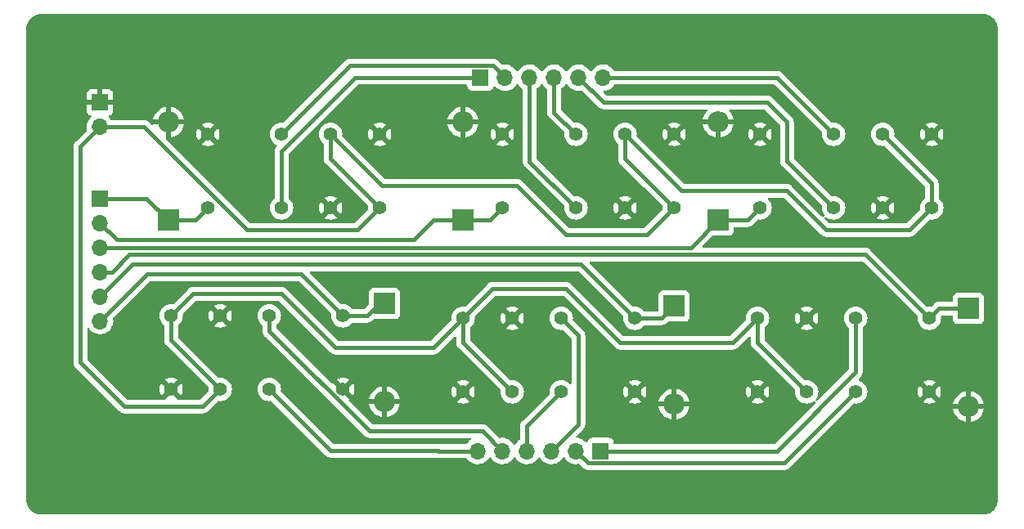
<source format=gbr>
%TF.GenerationSoftware,KiCad,Pcbnew,(6.0.4)*%
%TF.CreationDate,2022-04-13T05:55:54+02:00*%
%TF.ProjectId,circuit,63697263-7569-4742-9e6b-696361645f70,rev?*%
%TF.SameCoordinates,Original*%
%TF.FileFunction,Copper,L1,Top*%
%TF.FilePolarity,Positive*%
%FSLAX46Y46*%
G04 Gerber Fmt 4.6, Leading zero omitted, Abs format (unit mm)*
G04 Created by KiCad (PCBNEW (6.0.4)) date 2022-04-13 05:55:54*
%MOMM*%
%LPD*%
G01*
G04 APERTURE LIST*
%TA.AperFunction,ComponentPad*%
%ADD10R,2.200000X2.200000*%
%TD*%
%TA.AperFunction,ComponentPad*%
%ADD11O,2.200000X2.200000*%
%TD*%
%TA.AperFunction,ComponentPad*%
%ADD12C,1.400000*%
%TD*%
%TA.AperFunction,ComponentPad*%
%ADD13R,1.700000X1.700000*%
%TD*%
%TA.AperFunction,ComponentPad*%
%ADD14O,1.700000X1.700000*%
%TD*%
%TA.AperFunction,Conductor*%
%ADD15C,0.400000*%
%TD*%
G04 APERTURE END LIST*
D10*
%TO.P,D2,1,K*%
%TO.N,S2_D*%
X147320000Y-87884000D03*
D11*
%TO.P,D2,2,A*%
%TO.N,GND*%
X147320000Y-98044000D03*
%TD*%
D10*
%TO.P,D6,1,K*%
%TO.N,S2_F*%
X86868000Y-87376000D03*
D11*
%TO.P,D6,2,A*%
%TO.N,GND*%
X86868000Y-97536000D03*
%TD*%
D10*
%TO.P,D3,1,K*%
%TO.N,S1_E*%
X94996000Y-78740000D03*
D11*
%TO.P,D3,2,A*%
%TO.N,GND*%
X94996000Y-68580000D03*
%TD*%
D12*
%TO.P,K2,1,COIL+*%
%TO.N,S2_D*%
X143256000Y-88900000D03*
%TO.P,K2,4,COM_1*%
%TO.N,S2_11*%
X135636000Y-88900000D03*
%TO.P,K2,6,NC_1*%
%TO.N,GND*%
X130556000Y-88900000D03*
%TO.P,K2,8,NO_1*%
%TO.N,+24V*%
X125476000Y-88900000D03*
%TO.P,K2,9,NO_2*%
%TO.N,GND*%
X125476000Y-96520000D03*
%TO.P,K2,11,NC_2*%
%TO.N,+24V*%
X130556000Y-96520000D03*
%TO.P,K2,13,COM_2*%
%TO.N,S2_12*%
X135636000Y-96520000D03*
%TO.P,K2,16,COIL-*%
%TO.N,GND*%
X143256000Y-96520000D03*
%TD*%
D13*
%TO.P, ,1,Pin_1*%
%TO.N,S2_11*%
X109220000Y-102641000D03*
D14*
%TO.P, ,2,Pin_2*%
%TO.N,S2_12*%
X106680000Y-102641000D03*
%TO.P, ,3,Pin_3*%
%TO.N,S2_13*%
X104140000Y-102641000D03*
%TO.P, ,4,Pin_4*%
%TO.N,S2_14*%
X101600000Y-102641000D03*
%TO.P, ,5,Pin_5*%
%TO.N,S2_15*%
X99060000Y-102641000D03*
%TO.P, ,6,Pin_6*%
%TO.N,S2_16*%
X96520000Y-102641000D03*
%TD*%
D12*
%TO.P,K5,1,COIL+*%
%TO.N,S1_F*%
X125730000Y-77470000D03*
%TO.P,K5,4,COM_1*%
%TO.N,S1_15*%
X133350000Y-77470000D03*
%TO.P,K5,6,NC_1*%
%TO.N,GND*%
X138430000Y-77470000D03*
%TO.P,K5,8,NO_1*%
%TO.N,+24V*%
X143510000Y-77470000D03*
%TO.P,K5,9,NO_2*%
%TO.N,GND*%
X143510000Y-69850000D03*
%TO.P,K5,11,NC_2*%
%TO.N,+24V*%
X138430000Y-69850000D03*
%TO.P,K5,13,COM_2*%
%TO.N,S1_16*%
X133350000Y-69850000D03*
%TO.P,K5,16,COIL-*%
%TO.N,GND*%
X125730000Y-69850000D03*
%TD*%
D13*
%TO.P, ,1,Pin_1*%
%TO.N,GND*%
X57404000Y-66548000D03*
D14*
%TO.P, ,2,Pin_2*%
%TO.N,+24V*%
X57404000Y-69088000D03*
%TD*%
D10*
%TO.P,D5,1,K*%
%TO.N,S1_F*%
X121412000Y-78740000D03*
D11*
%TO.P,D5,2,A*%
%TO.N,GND*%
X121412000Y-68580000D03*
%TD*%
D10*
%TO.P,D1,1,K*%
%TO.N,S1_D*%
X64516000Y-78740000D03*
D11*
%TO.P,D1,2,A*%
%TO.N,GND*%
X64516000Y-68580000D03*
%TD*%
D10*
%TO.P,D4,1,K*%
%TO.N,S2_E*%
X116840000Y-87630000D03*
D11*
%TO.P,D4,2,A*%
%TO.N,GND*%
X116840000Y-97790000D03*
%TD*%
D12*
%TO.P,K3,1,COIL+*%
%TO.N,S1_E*%
X99060000Y-77470000D03*
%TO.P,K3,4,COM_1*%
%TO.N,S1_13*%
X106680000Y-77470000D03*
%TO.P,K3,6,NC_1*%
%TO.N,GND*%
X111760000Y-77470000D03*
%TO.P,K3,8,NO_1*%
%TO.N,+24V*%
X116840000Y-77470000D03*
%TO.P,K3,9,NO_2*%
%TO.N,GND*%
X116840000Y-69850000D03*
%TO.P,K3,11,NC_2*%
%TO.N,+24V*%
X111760000Y-69850000D03*
%TO.P,K3,13,COM_2*%
%TO.N,S1_14*%
X106680000Y-69850000D03*
%TO.P,K3,16,COIL-*%
%TO.N,GND*%
X99060000Y-69850000D03*
%TD*%
%TO.P,K1,1,COIL+*%
%TO.N,S1_D*%
X68580000Y-77470000D03*
%TO.P,K1,4,COM_1*%
%TO.N,S1_11*%
X76200000Y-77470000D03*
%TO.P,K1,6,NC_1*%
%TO.N,GND*%
X81280000Y-77470000D03*
%TO.P,K1,8,NO_1*%
%TO.N,+24V*%
X86360000Y-77470000D03*
%TO.P,K1,9,NO_2*%
%TO.N,GND*%
X86360000Y-69850000D03*
%TO.P,K1,11,NC_2*%
%TO.N,+24V*%
X81280000Y-69850000D03*
%TO.P,K1,13,COM_2*%
%TO.N,S1_12*%
X76200000Y-69850000D03*
%TO.P,K1,16,COIL-*%
%TO.N,GND*%
X68580000Y-69850000D03*
%TD*%
D13*
%TO.P, ,1,Pin_1*%
%TO.N,S1_11*%
X96799000Y-63983000D03*
D14*
%TO.P, ,2,Pin_2*%
%TO.N,S1_12*%
X99339000Y-63983000D03*
%TO.P, ,3,Pin_3*%
%TO.N,S1_13*%
X101879000Y-63983000D03*
%TO.P, ,4,Pin_4*%
%TO.N,S1_14*%
X104419000Y-63983000D03*
%TO.P, ,5,Pin_5*%
%TO.N,S1_15*%
X106959000Y-63983000D03*
%TO.P, ,6,Pin_6*%
%TO.N,S1_16*%
X109499000Y-63983000D03*
%TD*%
D13*
%TO.P, ,1,Pin_1*%
%TO.N,S1_D*%
X57429000Y-76479000D03*
D14*
%TO.P, ,2,Pin_2*%
%TO.N,S1_E*%
X57429000Y-79019000D03*
%TO.P, ,3,Pin_3*%
%TO.N,S1_F*%
X57429000Y-81559000D03*
%TO.P, ,4,Pin_4*%
%TO.N,S2_D*%
X57429000Y-84099000D03*
%TO.P, ,5,Pin_5*%
%TO.N,S2_E*%
X57429000Y-86639000D03*
%TO.P, ,6,Pin_6*%
%TO.N,S2_F*%
X57429000Y-89179000D03*
%TD*%
D12*
%TO.P,K4,1,COIL+*%
%TO.N,S2_E*%
X112776000Y-88900000D03*
%TO.P,K4,4,COM_1*%
%TO.N,S2_13*%
X105156000Y-88900000D03*
%TO.P,K4,6,NC_1*%
%TO.N,GND*%
X100076000Y-88900000D03*
%TO.P,K4,8,NO_1*%
%TO.N,+24V*%
X94996000Y-88900000D03*
%TO.P,K4,9,NO_2*%
%TO.N,GND*%
X94996000Y-96520000D03*
%TO.P,K4,11,NC_2*%
%TO.N,+24V*%
X100076000Y-96520000D03*
%TO.P,K4,13,COM_2*%
%TO.N,S2_14*%
X105156000Y-96520000D03*
%TO.P,K4,16,COIL-*%
%TO.N,GND*%
X112776000Y-96520000D03*
%TD*%
%TO.P,K6,1,COIL+*%
%TO.N,S2_F*%
X82550000Y-88646000D03*
%TO.P,K6,4,COM_1*%
%TO.N,S2_15*%
X74930000Y-88646000D03*
%TO.P,K6,6,NC_1*%
%TO.N,GND*%
X69850000Y-88646000D03*
%TO.P,K6,8,NO_1*%
%TO.N,+24V*%
X64770000Y-88646000D03*
%TO.P,K6,9,NO_2*%
%TO.N,GND*%
X64770000Y-96266000D03*
%TO.P,K6,11,NC_2*%
%TO.N,+24V*%
X69850000Y-96266000D03*
%TO.P,K6,13,COM_2*%
%TO.N,S2_16*%
X74930000Y-96266000D03*
%TO.P,K6,16,COIL-*%
%TO.N,GND*%
X82550000Y-96266000D03*
%TD*%
D15*
%TO.N,S1_D*%
X64770000Y-78740000D02*
X67310000Y-78740000D01*
X57429000Y-76479000D02*
X62255000Y-76479000D01*
X67310000Y-78740000D02*
X68580000Y-77470000D01*
X62255000Y-76479000D02*
X64516000Y-78740000D01*
%TO.N,S2_D*%
X58649000Y-84099000D02*
X60452000Y-82296000D01*
X60452000Y-82296000D02*
X136652000Y-82296000D01*
X136652000Y-82296000D02*
X143256000Y-88900000D01*
X144272000Y-87884000D02*
X143256000Y-88900000D01*
X57429000Y-84099000D02*
X58649000Y-84099000D01*
X147320000Y-87884000D02*
X144272000Y-87884000D01*
%TO.N,S1_E*%
X97790000Y-78740000D02*
X99060000Y-77470000D01*
X91948000Y-78740000D02*
X94996000Y-78740000D01*
X57429000Y-79019000D02*
X59182000Y-80772000D01*
X94996000Y-78740000D02*
X97790000Y-78740000D01*
X89916000Y-80772000D02*
X91948000Y-78740000D01*
X59182000Y-80772000D02*
X89916000Y-80772000D01*
%TO.N,S2_E*%
X112776000Y-88900000D02*
X115570000Y-88900000D01*
X57429000Y-86639000D02*
X60756000Y-83312000D01*
X60756000Y-83312000D02*
X107188000Y-83312000D01*
X115570000Y-88900000D02*
X116840000Y-87630000D01*
X107188000Y-83312000D02*
X112776000Y-88900000D01*
%TO.N,S1_F*%
X57429000Y-81559000D02*
X118593000Y-81559000D01*
X121412000Y-78740000D02*
X124460000Y-78740000D01*
X118593000Y-81559000D02*
X121412000Y-78740000D01*
X124460000Y-78740000D02*
X125730000Y-77470000D01*
%TO.N,S2_F*%
X57429000Y-89179000D02*
X62280000Y-84328000D01*
X62280000Y-84328000D02*
X78232000Y-84328000D01*
X85090000Y-88646000D02*
X86360000Y-87376000D01*
X82550000Y-88646000D02*
X85090000Y-88646000D01*
X78232000Y-84328000D02*
X82550000Y-88646000D01*
%TO.N,S1_11*%
X83845000Y-63983000D02*
X96799000Y-63983000D01*
X76200000Y-77470000D02*
X76200000Y-71628000D01*
X76200000Y-71628000D02*
X83845000Y-63983000D01*
%TO.N,+24V*%
X94996000Y-88900000D02*
X94996000Y-91440000D01*
X138430000Y-69850000D02*
X143510000Y-74930000D01*
X111760000Y-69850000D02*
X117602000Y-75692000D01*
X141224000Y-79756000D02*
X143510000Y-77470000D01*
X122936000Y-91440000D02*
X125476000Y-88900000D01*
X132588000Y-79756000D02*
X141224000Y-79756000D01*
X64770000Y-91186000D02*
X69850000Y-96266000D01*
X57404000Y-69088000D02*
X55372000Y-71120000D01*
X76200000Y-86360000D02*
X81788000Y-91948000D01*
X81280000Y-69850000D02*
X81280000Y-72390000D01*
X72644000Y-79756000D02*
X61976000Y-69088000D01*
X105664000Y-80264000D02*
X114046000Y-80264000D01*
X130556000Y-96520000D02*
X125476000Y-91440000D01*
X91948000Y-91948000D02*
X94996000Y-88900000D01*
X98044000Y-85852000D02*
X105664000Y-85852000D01*
X117602000Y-75692000D02*
X128524000Y-75692000D01*
X55372000Y-71120000D02*
X55372000Y-93472000D01*
X55372000Y-93472000D02*
X59944000Y-98044000D01*
X81788000Y-91948000D02*
X91948000Y-91948000D01*
X114046000Y-80264000D02*
X116840000Y-77470000D01*
X86614000Y-75184000D02*
X100584000Y-75184000D01*
X111760000Y-72390000D02*
X114173000Y-74803000D01*
X100584000Y-75184000D02*
X105664000Y-80264000D01*
X143510000Y-74930000D02*
X143510000Y-77470000D01*
X61976000Y-69088000D02*
X57404000Y-69088000D01*
X81280000Y-69850000D02*
X86614000Y-75184000D01*
X111760000Y-69850000D02*
X111760000Y-72390000D01*
X64770000Y-88646000D02*
X64770000Y-91186000D01*
X94996000Y-88900000D02*
X98044000Y-85852000D01*
X86360000Y-77470000D02*
X84074000Y-79756000D01*
X128524000Y-75692000D02*
X132588000Y-79756000D01*
X125476000Y-91440000D02*
X125476000Y-88900000D01*
X64770000Y-88646000D02*
X67056000Y-86360000D01*
X67056000Y-86360000D02*
X76200000Y-86360000D01*
X68072000Y-98044000D02*
X69850000Y-96266000D01*
X114173000Y-74803000D02*
X116840000Y-77470000D01*
X84074000Y-79756000D02*
X72644000Y-79756000D01*
X105664000Y-85852000D02*
X111252000Y-91440000D01*
X111252000Y-91440000D02*
X122936000Y-91440000D01*
X94996000Y-91440000D02*
X100076000Y-96520000D01*
X81280000Y-72390000D02*
X86360000Y-77470000D01*
X59944000Y-98044000D02*
X68072000Y-98044000D01*
%TO.N,S1_12*%
X76200000Y-69850000D02*
X83316511Y-62733489D01*
X83316511Y-62733489D02*
X98089489Y-62733489D01*
X98089489Y-62733489D02*
X99339000Y-63983000D01*
%TO.N,S2_11*%
X127483000Y-102641000D02*
X135636000Y-94488000D01*
X109220000Y-102641000D02*
X127483000Y-102641000D01*
X135636000Y-94488000D02*
X135636000Y-88900000D01*
%TO.N,S2_12*%
X128524000Y-103632000D02*
X135636000Y-96520000D01*
X128265489Y-103890511D02*
X128524000Y-103632000D01*
X107929511Y-103890511D02*
X128265489Y-103890511D01*
X106680000Y-102641000D02*
X107929511Y-103890511D01*
%TO.N,S1_13*%
X101879000Y-72669000D02*
X106680000Y-77470000D01*
X101879000Y-63983000D02*
X101879000Y-72669000D01*
%TO.N,S1_14*%
X104419000Y-63983000D02*
X104419000Y-67589000D01*
X104419000Y-67589000D02*
X106680000Y-69850000D01*
%TO.N,S2_13*%
X105156000Y-88900000D02*
X106934000Y-90678000D01*
X104140000Y-102641000D02*
X106934000Y-99847000D01*
X106934000Y-99847000D02*
X106934000Y-90678000D01*
%TO.N,S2_14*%
X101600000Y-100076000D02*
X105156000Y-96520000D01*
X101600000Y-102641000D02*
X101600000Y-100076000D01*
%TO.N,S1_15*%
X106959000Y-63983000D02*
X109524000Y-66548000D01*
X126492000Y-66548000D02*
X125984000Y-66548000D01*
X128524000Y-68580000D02*
X126492000Y-66548000D01*
X128524000Y-72644000D02*
X128524000Y-68580000D01*
X109524000Y-66548000D02*
X117348000Y-66548000D01*
X125984000Y-66548000D02*
X117348000Y-66548000D01*
X133350000Y-77470000D02*
X128524000Y-72644000D01*
%TO.N,S1_16*%
X109499000Y-63983000D02*
X127483000Y-63983000D01*
X127483000Y-63983000D02*
X133350000Y-69850000D01*
%TO.N,S2_15*%
X85313056Y-100584000D02*
X74930000Y-90200944D01*
X97003000Y-100584000D02*
X85313056Y-100584000D01*
X99060000Y-102641000D02*
X97003000Y-100584000D01*
X74930000Y-90200944D02*
X74930000Y-88646000D01*
%TO.N,S2_16*%
X92481000Y-102641000D02*
X92456000Y-102616000D01*
X96520000Y-102641000D02*
X92481000Y-102641000D01*
X81280000Y-102616000D02*
X74930000Y-96266000D01*
X92456000Y-102616000D02*
X81280000Y-102616000D01*
%TD*%
%TA.AperFunction,Conductor*%
%TO.N,GND*%
G36*
X148814018Y-57406000D02*
G01*
X148828851Y-57408310D01*
X148828855Y-57408310D01*
X148837724Y-57409691D01*
X148852981Y-57407696D01*
X148878302Y-57406953D01*
X149026629Y-57417562D01*
X149051826Y-57419364D01*
X149069620Y-57421922D01*
X149264420Y-57464298D01*
X149281661Y-57469360D01*
X149468455Y-57539032D01*
X149484790Y-57546493D01*
X149659758Y-57642033D01*
X149674882Y-57651752D01*
X149834469Y-57771218D01*
X149848055Y-57782991D01*
X149989009Y-57923945D01*
X150000782Y-57937531D01*
X150120248Y-58097118D01*
X150129967Y-58112242D01*
X150225507Y-58287210D01*
X150232968Y-58303545D01*
X150302640Y-58490339D01*
X150307702Y-58507580D01*
X150350078Y-58702380D01*
X150352636Y-58720174D01*
X150364539Y-58886601D01*
X150363793Y-58904561D01*
X150363692Y-58912846D01*
X150362309Y-58921724D01*
X150363474Y-58930630D01*
X150366436Y-58953283D01*
X150367500Y-58969621D01*
X150367500Y-107646633D01*
X150366000Y-107666018D01*
X150363690Y-107680851D01*
X150363690Y-107680855D01*
X150362309Y-107689724D01*
X150364136Y-107703693D01*
X150364304Y-107704976D01*
X150365047Y-107730305D01*
X150352636Y-107903826D01*
X150350078Y-107921620D01*
X150307702Y-108116420D01*
X150302640Y-108133661D01*
X150232968Y-108320455D01*
X150225507Y-108336790D01*
X150129967Y-108511758D01*
X150120248Y-108526882D01*
X150000782Y-108686469D01*
X149989009Y-108700055D01*
X149848055Y-108841009D01*
X149834469Y-108852782D01*
X149674882Y-108972248D01*
X149659758Y-108981967D01*
X149484790Y-109077507D01*
X149468455Y-109084968D01*
X149281661Y-109154640D01*
X149264420Y-109159702D01*
X149069620Y-109202078D01*
X149051826Y-109204636D01*
X148885399Y-109216539D01*
X148867439Y-109215793D01*
X148859154Y-109215692D01*
X148850276Y-109214309D01*
X148818714Y-109218436D01*
X148802379Y-109219500D01*
X51357367Y-109219500D01*
X51337982Y-109218000D01*
X51323149Y-109215690D01*
X51323145Y-109215690D01*
X51314276Y-109214309D01*
X51299019Y-109216304D01*
X51273698Y-109217047D01*
X51125371Y-109206438D01*
X51100174Y-109204636D01*
X51082380Y-109202078D01*
X50887580Y-109159702D01*
X50870339Y-109154640D01*
X50683545Y-109084968D01*
X50667210Y-109077507D01*
X50492242Y-108981967D01*
X50477118Y-108972248D01*
X50317531Y-108852782D01*
X50303945Y-108841009D01*
X50162991Y-108700055D01*
X50151218Y-108686469D01*
X50031752Y-108526882D01*
X50022033Y-108511758D01*
X49926493Y-108336790D01*
X49919032Y-108320455D01*
X49849360Y-108133661D01*
X49844298Y-108116420D01*
X49801922Y-107921620D01*
X49799364Y-107903826D01*
X49787719Y-107741012D01*
X49788806Y-107718245D01*
X49788334Y-107718203D01*
X49788770Y-107713345D01*
X49789576Y-107708552D01*
X49789729Y-107696000D01*
X49785773Y-107668376D01*
X49784500Y-107650514D01*
X49784500Y-93509352D01*
X54659275Y-93509352D01*
X54660580Y-93516829D01*
X54660580Y-93516830D01*
X54670261Y-93572299D01*
X54671223Y-93578821D01*
X54678898Y-93642242D01*
X54681581Y-93649343D01*
X54682222Y-93651952D01*
X54686685Y-93668262D01*
X54687450Y-93670798D01*
X54688757Y-93678284D01*
X54691811Y-93685241D01*
X54714442Y-93736795D01*
X54716933Y-93742899D01*
X54739513Y-93802656D01*
X54743817Y-93808919D01*
X54745054Y-93811285D01*
X54753299Y-93826097D01*
X54754632Y-93828351D01*
X54757685Y-93835305D01*
X54762307Y-93841328D01*
X54796579Y-93885991D01*
X54800459Y-93891332D01*
X54832339Y-93937720D01*
X54832344Y-93937725D01*
X54836643Y-93943981D01*
X54842313Y-93949032D01*
X54842314Y-93949034D01*
X54883170Y-93985435D01*
X54888446Y-93990416D01*
X59422557Y-98524528D01*
X59428411Y-98530793D01*
X59466439Y-98574385D01*
X59518729Y-98611136D01*
X59523971Y-98615028D01*
X59574282Y-98654476D01*
X59581201Y-98657600D01*
X59583493Y-98658988D01*
X59598165Y-98667357D01*
X59600525Y-98668622D01*
X59606739Y-98672990D01*
X59613818Y-98675750D01*
X59613820Y-98675751D01*
X59666275Y-98696202D01*
X59672344Y-98698753D01*
X59730573Y-98725045D01*
X59738046Y-98726430D01*
X59740612Y-98727234D01*
X59756835Y-98731855D01*
X59759427Y-98732520D01*
X59766509Y-98735282D01*
X59774044Y-98736274D01*
X59829861Y-98743622D01*
X59836377Y-98744654D01*
X59874770Y-98751770D01*
X59899186Y-98756295D01*
X59906766Y-98755858D01*
X59906767Y-98755858D01*
X59961380Y-98752709D01*
X59968633Y-98752500D01*
X68043088Y-98752500D01*
X68051658Y-98752792D01*
X68101776Y-98756209D01*
X68101780Y-98756209D01*
X68109352Y-98756725D01*
X68116829Y-98755420D01*
X68116830Y-98755420D01*
X68143308Y-98750799D01*
X68172303Y-98745738D01*
X68178821Y-98744777D01*
X68242242Y-98737102D01*
X68249343Y-98734419D01*
X68251952Y-98733778D01*
X68268262Y-98729315D01*
X68270798Y-98728550D01*
X68278284Y-98727243D01*
X68336800Y-98701556D01*
X68342904Y-98699065D01*
X68395548Y-98679173D01*
X68395549Y-98679172D01*
X68402656Y-98676487D01*
X68408919Y-98672183D01*
X68411285Y-98670946D01*
X68426097Y-98662701D01*
X68428351Y-98661368D01*
X68435305Y-98658315D01*
X68486002Y-98619413D01*
X68491332Y-98615541D01*
X68537720Y-98583661D01*
X68537725Y-98583656D01*
X68543981Y-98579357D01*
X68585436Y-98532829D01*
X68590416Y-98527554D01*
X69614294Y-97503676D01*
X69676606Y-97469650D01*
X69714371Y-97467250D01*
X69844525Y-97478637D01*
X69850000Y-97479116D01*
X70060655Y-97460686D01*
X70065968Y-97459262D01*
X70065970Y-97459262D01*
X70259600Y-97407379D01*
X70259602Y-97407378D01*
X70264910Y-97405956D01*
X70295302Y-97391784D01*
X70451577Y-97318912D01*
X70451580Y-97318910D01*
X70456558Y-97316589D01*
X70629776Y-97195301D01*
X70779301Y-97045776D01*
X70900589Y-96872558D01*
X70961335Y-96742289D01*
X70987633Y-96685892D01*
X70987634Y-96685891D01*
X70989956Y-96680910D01*
X70997378Y-96653213D01*
X71043262Y-96481970D01*
X71043262Y-96481968D01*
X71044686Y-96476655D01*
X71063116Y-96266000D01*
X71044686Y-96055345D01*
X71017530Y-95953997D01*
X70991379Y-95856400D01*
X70991378Y-95856398D01*
X70989956Y-95851090D01*
X70987633Y-95846108D01*
X70902912Y-95664423D01*
X70902910Y-95664420D01*
X70900589Y-95659442D01*
X70779301Y-95486224D01*
X70629776Y-95336699D01*
X70456558Y-95215411D01*
X70451580Y-95213090D01*
X70451577Y-95213088D01*
X70269892Y-95128367D01*
X70269891Y-95128366D01*
X70264910Y-95126044D01*
X70259602Y-95124622D01*
X70259600Y-95124621D01*
X70065970Y-95072738D01*
X70065968Y-95072738D01*
X70060655Y-95071314D01*
X69850000Y-95052884D01*
X69844525Y-95053363D01*
X69714371Y-95064750D01*
X69644766Y-95050761D01*
X69614294Y-95028324D01*
X65515405Y-90929435D01*
X65481379Y-90867123D01*
X65478500Y-90840340D01*
X65478500Y-89690801D01*
X65487467Y-89660261D01*
X69200294Y-89660261D01*
X69209590Y-89672276D01*
X69239189Y-89693001D01*
X69248677Y-89698479D01*
X69430277Y-89783159D01*
X69440571Y-89786907D01*
X69634122Y-89838769D01*
X69644909Y-89840671D01*
X69844525Y-89858135D01*
X69855475Y-89858135D01*
X70055091Y-89840671D01*
X70065878Y-89838769D01*
X70259429Y-89786907D01*
X70269723Y-89783159D01*
X70451323Y-89698479D01*
X70460811Y-89693001D01*
X70491248Y-89671689D01*
X70499623Y-89661212D01*
X70492554Y-89647764D01*
X69862812Y-89018022D01*
X69848868Y-89010408D01*
X69847035Y-89010539D01*
X69840420Y-89014790D01*
X69206724Y-89648486D01*
X69200294Y-89660261D01*
X65487467Y-89660261D01*
X65498502Y-89622680D01*
X65532228Y-89587589D01*
X65545262Y-89578462D01*
X65545264Y-89578460D01*
X65549776Y-89575301D01*
X65699301Y-89425776D01*
X65820589Y-89252558D01*
X65823839Y-89245590D01*
X65907633Y-89065892D01*
X65907634Y-89065891D01*
X65909956Y-89060910D01*
X65920542Y-89021405D01*
X65963262Y-88861970D01*
X65963262Y-88861968D01*
X65964686Y-88856655D01*
X65982637Y-88651475D01*
X68637865Y-88651475D01*
X68655329Y-88851091D01*
X68657231Y-88861878D01*
X68709093Y-89055429D01*
X68712841Y-89065723D01*
X68797521Y-89247323D01*
X68802999Y-89256811D01*
X68824311Y-89287248D01*
X68834788Y-89295623D01*
X68848236Y-89288554D01*
X69477978Y-88658812D01*
X69484356Y-88647132D01*
X70214408Y-88647132D01*
X70214539Y-88648965D01*
X70218790Y-88655580D01*
X70852486Y-89289276D01*
X70864261Y-89295706D01*
X70876276Y-89286410D01*
X70897001Y-89256811D01*
X70902479Y-89247323D01*
X70987159Y-89065723D01*
X70990907Y-89055429D01*
X71042769Y-88861878D01*
X71044671Y-88851091D01*
X71062135Y-88651475D01*
X71062135Y-88640525D01*
X71044671Y-88440909D01*
X71042769Y-88430122D01*
X70990907Y-88236571D01*
X70987159Y-88226277D01*
X70902479Y-88044677D01*
X70897001Y-88035189D01*
X70875689Y-88004752D01*
X70865212Y-87996377D01*
X70851764Y-88003446D01*
X70222022Y-88633188D01*
X70214408Y-88647132D01*
X69484356Y-88647132D01*
X69485592Y-88644868D01*
X69485461Y-88643035D01*
X69481210Y-88636420D01*
X68847514Y-88002724D01*
X68835739Y-87996294D01*
X68823724Y-88005590D01*
X68802999Y-88035189D01*
X68797521Y-88044677D01*
X68712841Y-88226277D01*
X68709093Y-88236571D01*
X68657231Y-88430122D01*
X68655329Y-88440909D01*
X68637865Y-88640525D01*
X68637865Y-88651475D01*
X65982637Y-88651475D01*
X65983116Y-88646000D01*
X65977207Y-88578460D01*
X65971250Y-88510371D01*
X65985239Y-88440766D01*
X66007676Y-88410294D01*
X66657927Y-87760044D01*
X66787183Y-87630788D01*
X69200377Y-87630788D01*
X69207446Y-87644236D01*
X69837188Y-88273978D01*
X69851132Y-88281592D01*
X69852965Y-88281461D01*
X69859580Y-88277210D01*
X70493276Y-87643514D01*
X70499706Y-87631739D01*
X70490410Y-87619724D01*
X70460811Y-87598999D01*
X70451323Y-87593521D01*
X70269723Y-87508841D01*
X70259429Y-87505093D01*
X70065878Y-87453231D01*
X70055091Y-87451329D01*
X69855475Y-87433865D01*
X69844525Y-87433865D01*
X69644909Y-87451329D01*
X69634122Y-87453231D01*
X69440571Y-87505093D01*
X69430277Y-87508841D01*
X69248677Y-87593521D01*
X69239189Y-87598999D01*
X69208752Y-87620311D01*
X69200377Y-87630788D01*
X66787183Y-87630788D01*
X67312566Y-87105405D01*
X67374878Y-87071379D01*
X67401661Y-87068500D01*
X75854340Y-87068500D01*
X75922461Y-87088502D01*
X75943435Y-87105405D01*
X81266557Y-92428528D01*
X81272411Y-92434793D01*
X81310439Y-92478385D01*
X81362729Y-92515136D01*
X81367971Y-92519028D01*
X81418282Y-92558476D01*
X81425201Y-92561600D01*
X81427493Y-92562988D01*
X81442165Y-92571357D01*
X81444525Y-92572622D01*
X81450739Y-92576990D01*
X81457818Y-92579750D01*
X81457820Y-92579751D01*
X81510275Y-92600202D01*
X81516344Y-92602753D01*
X81574573Y-92629045D01*
X81582046Y-92630430D01*
X81584612Y-92631234D01*
X81600835Y-92635855D01*
X81603427Y-92636520D01*
X81610509Y-92639282D01*
X81618044Y-92640274D01*
X81673861Y-92647622D01*
X81680377Y-92648654D01*
X81718770Y-92655770D01*
X81743186Y-92660295D01*
X81750766Y-92659858D01*
X81750767Y-92659858D01*
X81805380Y-92656709D01*
X81812633Y-92656500D01*
X91919088Y-92656500D01*
X91927658Y-92656792D01*
X91977776Y-92660209D01*
X91977780Y-92660209D01*
X91985352Y-92660725D01*
X91992829Y-92659420D01*
X91992830Y-92659420D01*
X92019308Y-92654799D01*
X92048303Y-92649738D01*
X92054821Y-92648777D01*
X92118242Y-92641102D01*
X92125343Y-92638419D01*
X92127952Y-92637778D01*
X92144262Y-92633315D01*
X92146798Y-92632550D01*
X92154284Y-92631243D01*
X92212800Y-92605556D01*
X92218904Y-92603065D01*
X92271548Y-92583173D01*
X92271549Y-92583172D01*
X92278656Y-92580487D01*
X92284919Y-92576183D01*
X92287285Y-92574946D01*
X92302097Y-92566701D01*
X92304351Y-92565368D01*
X92311305Y-92562315D01*
X92362002Y-92523413D01*
X92367332Y-92519541D01*
X92413720Y-92487661D01*
X92413725Y-92487656D01*
X92419981Y-92483357D01*
X92461436Y-92436829D01*
X92466416Y-92431554D01*
X94072405Y-90825565D01*
X94134717Y-90791539D01*
X94205532Y-90796604D01*
X94262368Y-90839151D01*
X94287179Y-90905671D01*
X94287500Y-90914660D01*
X94287500Y-91411088D01*
X94287208Y-91419658D01*
X94283275Y-91477352D01*
X94284580Y-91484829D01*
X94284580Y-91484830D01*
X94294261Y-91540299D01*
X94295223Y-91546821D01*
X94302898Y-91610242D01*
X94305581Y-91617343D01*
X94306222Y-91619952D01*
X94310685Y-91636262D01*
X94311450Y-91638798D01*
X94312757Y-91646284D01*
X94338276Y-91704416D01*
X94338442Y-91704795D01*
X94340933Y-91710899D01*
X94363513Y-91770656D01*
X94367817Y-91776919D01*
X94369054Y-91779285D01*
X94377299Y-91794097D01*
X94378632Y-91796351D01*
X94381685Y-91803305D01*
X94386307Y-91809328D01*
X94420579Y-91853991D01*
X94424459Y-91859332D01*
X94456339Y-91905720D01*
X94456344Y-91905725D01*
X94460643Y-91911981D01*
X94466313Y-91917032D01*
X94466314Y-91917034D01*
X94507170Y-91953435D01*
X94512446Y-91958416D01*
X98838324Y-96284294D01*
X98872350Y-96346606D01*
X98874750Y-96384371D01*
X98866676Y-96476655D01*
X98862884Y-96520000D01*
X98881314Y-96730655D01*
X98882738Y-96735968D01*
X98882738Y-96735970D01*
X98928623Y-96907213D01*
X98936044Y-96934910D01*
X98938366Y-96939891D01*
X98938367Y-96939892D01*
X98987742Y-97045776D01*
X99025411Y-97126558D01*
X99146699Y-97299776D01*
X99296224Y-97449301D01*
X99469442Y-97570589D01*
X99474420Y-97572910D01*
X99474423Y-97572912D01*
X99655092Y-97657159D01*
X99661090Y-97659956D01*
X99666398Y-97661378D01*
X99666400Y-97661379D01*
X99860030Y-97713262D01*
X99860032Y-97713262D01*
X99865345Y-97714686D01*
X100076000Y-97733116D01*
X100286655Y-97714686D01*
X100291968Y-97713262D01*
X100291970Y-97713262D01*
X100485600Y-97661379D01*
X100485602Y-97661378D01*
X100490910Y-97659956D01*
X100496908Y-97657159D01*
X100677577Y-97572912D01*
X100677580Y-97572910D01*
X100682558Y-97570589D01*
X100855776Y-97449301D01*
X101005301Y-97299776D01*
X101126589Y-97126558D01*
X101164259Y-97045776D01*
X101213633Y-96939892D01*
X101213634Y-96939891D01*
X101215956Y-96934910D01*
X101223378Y-96907213D01*
X101269262Y-96735970D01*
X101269262Y-96735968D01*
X101270686Y-96730655D01*
X101289116Y-96520000D01*
X101270686Y-96309345D01*
X101259072Y-96266000D01*
X101217379Y-96110400D01*
X101217378Y-96110398D01*
X101215956Y-96105090D01*
X101181078Y-96030294D01*
X101128912Y-95918423D01*
X101128910Y-95918420D01*
X101126589Y-95913442D01*
X101005301Y-95740224D01*
X100855776Y-95590699D01*
X100682558Y-95469411D01*
X100677580Y-95467090D01*
X100677577Y-95467088D01*
X100495892Y-95382367D01*
X100495891Y-95382366D01*
X100490910Y-95380044D01*
X100485602Y-95378622D01*
X100485600Y-95378621D01*
X100291970Y-95326738D01*
X100291968Y-95326738D01*
X100286655Y-95325314D01*
X100076000Y-95306884D01*
X100070525Y-95307363D01*
X99940371Y-95318750D01*
X99870766Y-95304761D01*
X99840294Y-95282324D01*
X95741405Y-91183435D01*
X95707379Y-91121123D01*
X95704500Y-91094340D01*
X95704500Y-89944801D01*
X95713467Y-89914261D01*
X99426294Y-89914261D01*
X99435590Y-89926276D01*
X99465189Y-89947001D01*
X99474677Y-89952479D01*
X99656277Y-90037159D01*
X99666571Y-90040907D01*
X99860122Y-90092769D01*
X99870909Y-90094671D01*
X100070525Y-90112135D01*
X100081475Y-90112135D01*
X100281091Y-90094671D01*
X100291878Y-90092769D01*
X100485429Y-90040907D01*
X100495723Y-90037159D01*
X100677323Y-89952479D01*
X100686811Y-89947001D01*
X100717248Y-89925689D01*
X100725623Y-89915212D01*
X100718554Y-89901764D01*
X100088812Y-89272022D01*
X100074868Y-89264408D01*
X100073035Y-89264539D01*
X100066420Y-89268790D01*
X99432724Y-89902486D01*
X99426294Y-89914261D01*
X95713467Y-89914261D01*
X95724502Y-89876680D01*
X95758228Y-89841589D01*
X95771262Y-89832462D01*
X95771264Y-89832460D01*
X95775776Y-89829301D01*
X95925301Y-89679776D01*
X96046589Y-89506558D01*
X96053145Y-89492500D01*
X96133633Y-89319892D01*
X96133634Y-89319891D01*
X96135956Y-89314910D01*
X96146542Y-89275405D01*
X96189262Y-89115970D01*
X96189262Y-89115968D01*
X96190686Y-89110655D01*
X96208637Y-88905475D01*
X98863865Y-88905475D01*
X98881329Y-89105091D01*
X98883231Y-89115878D01*
X98935093Y-89309429D01*
X98938841Y-89319723D01*
X99023521Y-89501323D01*
X99028999Y-89510811D01*
X99050311Y-89541248D01*
X99060788Y-89549623D01*
X99074236Y-89542554D01*
X99703978Y-88912812D01*
X99710356Y-88901132D01*
X100440408Y-88901132D01*
X100440539Y-88902965D01*
X100444790Y-88909580D01*
X101078486Y-89543276D01*
X101090261Y-89549706D01*
X101102276Y-89540410D01*
X101123001Y-89510811D01*
X101128479Y-89501323D01*
X101213159Y-89319723D01*
X101216907Y-89309429D01*
X101268769Y-89115878D01*
X101270671Y-89105091D01*
X101288135Y-88905475D01*
X101288135Y-88894525D01*
X101270671Y-88694909D01*
X101268769Y-88684122D01*
X101216907Y-88490571D01*
X101213159Y-88480277D01*
X101128479Y-88298677D01*
X101123001Y-88289189D01*
X101101689Y-88258752D01*
X101091212Y-88250377D01*
X101077764Y-88257446D01*
X100448022Y-88887188D01*
X100440408Y-88901132D01*
X99710356Y-88901132D01*
X99711592Y-88898868D01*
X99711461Y-88897035D01*
X99707210Y-88890420D01*
X99073514Y-88256724D01*
X99061739Y-88250294D01*
X99049724Y-88259590D01*
X99028999Y-88289189D01*
X99023521Y-88298677D01*
X98938841Y-88480277D01*
X98935093Y-88490571D01*
X98883231Y-88684122D01*
X98881329Y-88694909D01*
X98863865Y-88894525D01*
X98863865Y-88905475D01*
X96208637Y-88905475D01*
X96209116Y-88900000D01*
X96197250Y-88764371D01*
X96211239Y-88694766D01*
X96233676Y-88664294D01*
X97013182Y-87884788D01*
X99426377Y-87884788D01*
X99433446Y-87898236D01*
X100063188Y-88527978D01*
X100077132Y-88535592D01*
X100078965Y-88535461D01*
X100085580Y-88531210D01*
X100719276Y-87897514D01*
X100725706Y-87885739D01*
X100716410Y-87873724D01*
X100686811Y-87852999D01*
X100677323Y-87847521D01*
X100495723Y-87762841D01*
X100485429Y-87759093D01*
X100291878Y-87707231D01*
X100281091Y-87705329D01*
X100081475Y-87687865D01*
X100070525Y-87687865D01*
X99870909Y-87705329D01*
X99860122Y-87707231D01*
X99666571Y-87759093D01*
X99656277Y-87762841D01*
X99474677Y-87847521D01*
X99465189Y-87852999D01*
X99434752Y-87874311D01*
X99426377Y-87884788D01*
X97013182Y-87884788D01*
X98300565Y-86597405D01*
X98362877Y-86563379D01*
X98389660Y-86560500D01*
X105318340Y-86560500D01*
X105386461Y-86580502D01*
X105407435Y-86597405D01*
X108070344Y-89260315D01*
X110730557Y-91920528D01*
X110736411Y-91926793D01*
X110763998Y-91958416D01*
X110774439Y-91970385D01*
X110826729Y-92007136D01*
X110831971Y-92011028D01*
X110882282Y-92050476D01*
X110889201Y-92053600D01*
X110891493Y-92054988D01*
X110906165Y-92063357D01*
X110908525Y-92064622D01*
X110914739Y-92068990D01*
X110921818Y-92071750D01*
X110921820Y-92071751D01*
X110974275Y-92092202D01*
X110980344Y-92094753D01*
X111038573Y-92121045D01*
X111046046Y-92122430D01*
X111048612Y-92123234D01*
X111064835Y-92127855D01*
X111067427Y-92128520D01*
X111074509Y-92131282D01*
X111082044Y-92132274D01*
X111137861Y-92139622D01*
X111144377Y-92140654D01*
X111182770Y-92147770D01*
X111207186Y-92152295D01*
X111214766Y-92151858D01*
X111214767Y-92151858D01*
X111269380Y-92148709D01*
X111276633Y-92148500D01*
X122907088Y-92148500D01*
X122915658Y-92148792D01*
X122965776Y-92152209D01*
X122965780Y-92152209D01*
X122973352Y-92152725D01*
X122980829Y-92151420D01*
X122980830Y-92151420D01*
X123007308Y-92146799D01*
X123036303Y-92141738D01*
X123042821Y-92140777D01*
X123106242Y-92133102D01*
X123113343Y-92130419D01*
X123115952Y-92129778D01*
X123132262Y-92125315D01*
X123134798Y-92124550D01*
X123142284Y-92123243D01*
X123200800Y-92097556D01*
X123206904Y-92095065D01*
X123259548Y-92075173D01*
X123259549Y-92075172D01*
X123266656Y-92072487D01*
X123272919Y-92068183D01*
X123275285Y-92066946D01*
X123290097Y-92058701D01*
X123292351Y-92057368D01*
X123299305Y-92054315D01*
X123350002Y-92015413D01*
X123355332Y-92011541D01*
X123401720Y-91979661D01*
X123401725Y-91979656D01*
X123407981Y-91975357D01*
X123449436Y-91928829D01*
X123454416Y-91923554D01*
X124552405Y-90825566D01*
X124614717Y-90791540D01*
X124685533Y-90796605D01*
X124742368Y-90839152D01*
X124767179Y-90905672D01*
X124767500Y-90914661D01*
X124767500Y-91411088D01*
X124767208Y-91419658D01*
X124763275Y-91477352D01*
X124764580Y-91484829D01*
X124764580Y-91484830D01*
X124774261Y-91540299D01*
X124775223Y-91546821D01*
X124782898Y-91610242D01*
X124785581Y-91617343D01*
X124786222Y-91619952D01*
X124790685Y-91636262D01*
X124791450Y-91638798D01*
X124792757Y-91646284D01*
X124818276Y-91704416D01*
X124818442Y-91704795D01*
X124820933Y-91710899D01*
X124843513Y-91770656D01*
X124847817Y-91776919D01*
X124849054Y-91779285D01*
X124857299Y-91794097D01*
X124858632Y-91796351D01*
X124861685Y-91803305D01*
X124866307Y-91809328D01*
X124900579Y-91853991D01*
X124904459Y-91859332D01*
X124936339Y-91905720D01*
X124936344Y-91905725D01*
X124940643Y-91911981D01*
X124946313Y-91917032D01*
X124946314Y-91917034D01*
X124987170Y-91953435D01*
X124992446Y-91958416D01*
X129318324Y-96284294D01*
X129352350Y-96346606D01*
X129354750Y-96384371D01*
X129346676Y-96476655D01*
X129342884Y-96520000D01*
X129361314Y-96730655D01*
X129362738Y-96735968D01*
X129362738Y-96735970D01*
X129408623Y-96907213D01*
X129416044Y-96934910D01*
X129418366Y-96939891D01*
X129418367Y-96939892D01*
X129467742Y-97045776D01*
X129505411Y-97126558D01*
X129626699Y-97299776D01*
X129776224Y-97449301D01*
X129949442Y-97570589D01*
X129954420Y-97572910D01*
X129954423Y-97572912D01*
X130135092Y-97657159D01*
X130141090Y-97659956D01*
X130146398Y-97661378D01*
X130146400Y-97661379D01*
X130340030Y-97713262D01*
X130340032Y-97713262D01*
X130345345Y-97714686D01*
X130556000Y-97733116D01*
X130766655Y-97714686D01*
X130771968Y-97713262D01*
X130771970Y-97713262D01*
X130965600Y-97661379D01*
X130965602Y-97661378D01*
X130970910Y-97659956D01*
X130976908Y-97657159D01*
X131157577Y-97572912D01*
X131157580Y-97572910D01*
X131162558Y-97570589D01*
X131280005Y-97488352D01*
X131347279Y-97465664D01*
X131416139Y-97482949D01*
X131464723Y-97534719D01*
X131477605Y-97604537D01*
X131450697Y-97670236D01*
X131441370Y-97680660D01*
X127226435Y-101895595D01*
X127164123Y-101929621D01*
X127137340Y-101932500D01*
X110704500Y-101932500D01*
X110636379Y-101912498D01*
X110589886Y-101858842D01*
X110578500Y-101806500D01*
X110578500Y-101742866D01*
X110571745Y-101680684D01*
X110520615Y-101544295D01*
X110433261Y-101427739D01*
X110316705Y-101340385D01*
X110180316Y-101289255D01*
X110118134Y-101282500D01*
X108321866Y-101282500D01*
X108259684Y-101289255D01*
X108123295Y-101340385D01*
X108006739Y-101427739D01*
X107919385Y-101544295D01*
X107916233Y-101552703D01*
X107874919Y-101662907D01*
X107832277Y-101719671D01*
X107765716Y-101744371D01*
X107696367Y-101729163D01*
X107663743Y-101703476D01*
X107613151Y-101647875D01*
X107613142Y-101647866D01*
X107609670Y-101644051D01*
X107605619Y-101640852D01*
X107605615Y-101640848D01*
X107438414Y-101508800D01*
X107438410Y-101508798D01*
X107434359Y-101505598D01*
X107426052Y-101501012D01*
X107309064Y-101436432D01*
X107238789Y-101397638D01*
X107233920Y-101395914D01*
X107233916Y-101395912D01*
X107033087Y-101324795D01*
X107033083Y-101324794D01*
X107028212Y-101323069D01*
X107023119Y-101322162D01*
X107023116Y-101322161D01*
X106813373Y-101284800D01*
X106813367Y-101284799D01*
X106808284Y-101283894D01*
X106801801Y-101283815D01*
X106801290Y-101283658D01*
X106797961Y-101283343D01*
X106798026Y-101282656D01*
X106733930Y-101262985D01*
X106688093Y-101208767D01*
X106678846Y-101138375D01*
X106709123Y-101074158D01*
X106714241Y-101068729D01*
X107414520Y-100368450D01*
X107420785Y-100362596D01*
X107458660Y-100329555D01*
X107464385Y-100324561D01*
X107501114Y-100272300D01*
X107505046Y-100267005D01*
X107539791Y-100222694D01*
X107544477Y-100216718D01*
X107547602Y-100209796D01*
X107548964Y-100207548D01*
X107557368Y-100192815D01*
X107558622Y-100190476D01*
X107562990Y-100184261D01*
X107565749Y-100177185D01*
X107565751Y-100177181D01*
X107586200Y-100124731D01*
X107588749Y-100118666D01*
X107615045Y-100060427D01*
X107616429Y-100052962D01*
X107617226Y-100050418D01*
X107621859Y-100034152D01*
X107622521Y-100031572D01*
X107625282Y-100024491D01*
X107633622Y-99961143D01*
X107634653Y-99954629D01*
X107635095Y-99952249D01*
X107646296Y-99891813D01*
X107645356Y-99875500D01*
X107642709Y-99829602D01*
X107642500Y-99822349D01*
X107642500Y-98057431D01*
X115250512Y-98057431D01*
X115304817Y-98283624D01*
X115307866Y-98293009D01*
X115400936Y-98517700D01*
X115405417Y-98526494D01*
X115532496Y-98733867D01*
X115538289Y-98741840D01*
X115696249Y-98926787D01*
X115703213Y-98933751D01*
X115888160Y-99091711D01*
X115896133Y-99097504D01*
X116103506Y-99224583D01*
X116112300Y-99229064D01*
X116336991Y-99322134D01*
X116346376Y-99325183D01*
X116568385Y-99378483D01*
X116582470Y-99377778D01*
X116586000Y-99368899D01*
X116586000Y-99364597D01*
X117094000Y-99364597D01*
X117097973Y-99378128D01*
X117107431Y-99379488D01*
X117333624Y-99325183D01*
X117343009Y-99322134D01*
X117567700Y-99229064D01*
X117576494Y-99224583D01*
X117783867Y-99097504D01*
X117791840Y-99091711D01*
X117976787Y-98933751D01*
X117983751Y-98926787D01*
X118141711Y-98741840D01*
X118147504Y-98733867D01*
X118274583Y-98526494D01*
X118279064Y-98517700D01*
X118372134Y-98293009D01*
X118375183Y-98283624D01*
X118428483Y-98061615D01*
X118427778Y-98047530D01*
X118418899Y-98044000D01*
X117112115Y-98044000D01*
X117096876Y-98048475D01*
X117095671Y-98049865D01*
X117094000Y-98057548D01*
X117094000Y-99364597D01*
X116586000Y-99364597D01*
X116586000Y-98062115D01*
X116581525Y-98046876D01*
X116580135Y-98045671D01*
X116572452Y-98044000D01*
X115265403Y-98044000D01*
X115251872Y-98047973D01*
X115250512Y-98057431D01*
X107642500Y-98057431D01*
X107642500Y-97534261D01*
X112126294Y-97534261D01*
X112135590Y-97546276D01*
X112165189Y-97567001D01*
X112174677Y-97572479D01*
X112356277Y-97657159D01*
X112366571Y-97660907D01*
X112560122Y-97712769D01*
X112570909Y-97714671D01*
X112770525Y-97732135D01*
X112781475Y-97732135D01*
X112981091Y-97714671D01*
X112991878Y-97712769D01*
X113185429Y-97660907D01*
X113195723Y-97657159D01*
X113377323Y-97572479D01*
X113386811Y-97567001D01*
X113417248Y-97545689D01*
X113425623Y-97535212D01*
X113418554Y-97521764D01*
X113415175Y-97518385D01*
X115251517Y-97518385D01*
X115252222Y-97532470D01*
X115261101Y-97536000D01*
X116567885Y-97536000D01*
X116583124Y-97531525D01*
X116584329Y-97530135D01*
X116586000Y-97522452D01*
X116586000Y-97517885D01*
X117094000Y-97517885D01*
X117098475Y-97533124D01*
X117099865Y-97534329D01*
X117107548Y-97536000D01*
X118414597Y-97536000D01*
X118420520Y-97534261D01*
X124826294Y-97534261D01*
X124835590Y-97546276D01*
X124865189Y-97567001D01*
X124874677Y-97572479D01*
X125056277Y-97657159D01*
X125066571Y-97660907D01*
X125260122Y-97712769D01*
X125270909Y-97714671D01*
X125470525Y-97732135D01*
X125481475Y-97732135D01*
X125681091Y-97714671D01*
X125691878Y-97712769D01*
X125885429Y-97660907D01*
X125895723Y-97657159D01*
X126077323Y-97572479D01*
X126086811Y-97567001D01*
X126117248Y-97545689D01*
X126125623Y-97535212D01*
X126118554Y-97521764D01*
X125488812Y-96892022D01*
X125474868Y-96884408D01*
X125473035Y-96884539D01*
X125466420Y-96888790D01*
X124832724Y-97522486D01*
X124826294Y-97534261D01*
X118420520Y-97534261D01*
X118428128Y-97532027D01*
X118429488Y-97522569D01*
X118375183Y-97296376D01*
X118372134Y-97286991D01*
X118279064Y-97062300D01*
X118274583Y-97053506D01*
X118147504Y-96846133D01*
X118141711Y-96838160D01*
X117983751Y-96653213D01*
X117976787Y-96646249D01*
X117835379Y-96525475D01*
X124263865Y-96525475D01*
X124281329Y-96725091D01*
X124283231Y-96735878D01*
X124335093Y-96929429D01*
X124338841Y-96939723D01*
X124423521Y-97121323D01*
X124428999Y-97130811D01*
X124450311Y-97161248D01*
X124460788Y-97169623D01*
X124474236Y-97162554D01*
X125103978Y-96532812D01*
X125110356Y-96521132D01*
X125840408Y-96521132D01*
X125840539Y-96522965D01*
X125844790Y-96529580D01*
X126478486Y-97163276D01*
X126490261Y-97169706D01*
X126502276Y-97160410D01*
X126523001Y-97130811D01*
X126528479Y-97121323D01*
X126613159Y-96939723D01*
X126616907Y-96929429D01*
X126668769Y-96735878D01*
X126670671Y-96725091D01*
X126688135Y-96525475D01*
X126688135Y-96514525D01*
X126670671Y-96314909D01*
X126668769Y-96304122D01*
X126616907Y-96110571D01*
X126613159Y-96100277D01*
X126528479Y-95918677D01*
X126523001Y-95909189D01*
X126501689Y-95878752D01*
X126491212Y-95870377D01*
X126477764Y-95877446D01*
X125848022Y-96507188D01*
X125840408Y-96521132D01*
X125110356Y-96521132D01*
X125111592Y-96518868D01*
X125111461Y-96517035D01*
X125107210Y-96510420D01*
X124473514Y-95876724D01*
X124461739Y-95870294D01*
X124449724Y-95879590D01*
X124428999Y-95909189D01*
X124423521Y-95918677D01*
X124338841Y-96100277D01*
X124335093Y-96110571D01*
X124283231Y-96304122D01*
X124281329Y-96314909D01*
X124263865Y-96514525D01*
X124263865Y-96525475D01*
X117835379Y-96525475D01*
X117791840Y-96488289D01*
X117783867Y-96482496D01*
X117576494Y-96355417D01*
X117567700Y-96350936D01*
X117343009Y-96257866D01*
X117333624Y-96254817D01*
X117111615Y-96201517D01*
X117097530Y-96202222D01*
X117094000Y-96211101D01*
X117094000Y-97517885D01*
X116586000Y-97517885D01*
X116586000Y-96215403D01*
X116582027Y-96201872D01*
X116572569Y-96200512D01*
X116346376Y-96254817D01*
X116336991Y-96257866D01*
X116112300Y-96350936D01*
X116103506Y-96355417D01*
X115896133Y-96482496D01*
X115888160Y-96488289D01*
X115703213Y-96646249D01*
X115696249Y-96653213D01*
X115538289Y-96838160D01*
X115532496Y-96846133D01*
X115405417Y-97053506D01*
X115400936Y-97062300D01*
X115307866Y-97286991D01*
X115304817Y-97296376D01*
X115251517Y-97518385D01*
X113415175Y-97518385D01*
X112788812Y-96892022D01*
X112774868Y-96884408D01*
X112773035Y-96884539D01*
X112766420Y-96888790D01*
X112132724Y-97522486D01*
X112126294Y-97534261D01*
X107642500Y-97534261D01*
X107642500Y-96525475D01*
X111563865Y-96525475D01*
X111581329Y-96725091D01*
X111583231Y-96735878D01*
X111635093Y-96929429D01*
X111638841Y-96939723D01*
X111723521Y-97121323D01*
X111728999Y-97130811D01*
X111750311Y-97161248D01*
X111760788Y-97169623D01*
X111774236Y-97162554D01*
X112403978Y-96532812D01*
X112410356Y-96521132D01*
X113140408Y-96521132D01*
X113140539Y-96522965D01*
X113144790Y-96529580D01*
X113778486Y-97163276D01*
X113790261Y-97169706D01*
X113802276Y-97160410D01*
X113823001Y-97130811D01*
X113828479Y-97121323D01*
X113913159Y-96939723D01*
X113916907Y-96929429D01*
X113968769Y-96735878D01*
X113970671Y-96725091D01*
X113988135Y-96525475D01*
X113988135Y-96514525D01*
X113970671Y-96314909D01*
X113968769Y-96304122D01*
X113916907Y-96110571D01*
X113913159Y-96100277D01*
X113828479Y-95918677D01*
X113823001Y-95909189D01*
X113801689Y-95878752D01*
X113791212Y-95870377D01*
X113777764Y-95877446D01*
X113148022Y-96507188D01*
X113140408Y-96521132D01*
X112410356Y-96521132D01*
X112411592Y-96518868D01*
X112411461Y-96517035D01*
X112407210Y-96510420D01*
X111773514Y-95876724D01*
X111761739Y-95870294D01*
X111749724Y-95879590D01*
X111728999Y-95909189D01*
X111723521Y-95918677D01*
X111638841Y-96100277D01*
X111635093Y-96110571D01*
X111583231Y-96304122D01*
X111581329Y-96314909D01*
X111563865Y-96514525D01*
X111563865Y-96525475D01*
X107642500Y-96525475D01*
X107642500Y-95504788D01*
X112126377Y-95504788D01*
X112133446Y-95518236D01*
X112763188Y-96147978D01*
X112777132Y-96155592D01*
X112778965Y-96155461D01*
X112785580Y-96151210D01*
X113419276Y-95517514D01*
X113425706Y-95505739D01*
X113424970Y-95504788D01*
X124826377Y-95504788D01*
X124833446Y-95518236D01*
X125463188Y-96147978D01*
X125477132Y-96155592D01*
X125478965Y-96155461D01*
X125485580Y-96151210D01*
X126119276Y-95517514D01*
X126125706Y-95505739D01*
X126116410Y-95493724D01*
X126086811Y-95472999D01*
X126077323Y-95467521D01*
X125895723Y-95382841D01*
X125885429Y-95379093D01*
X125691878Y-95327231D01*
X125681091Y-95325329D01*
X125481475Y-95307865D01*
X125470525Y-95307865D01*
X125270909Y-95325329D01*
X125260122Y-95327231D01*
X125066571Y-95379093D01*
X125056277Y-95382841D01*
X124874677Y-95467521D01*
X124865189Y-95472999D01*
X124834752Y-95494311D01*
X124826377Y-95504788D01*
X113424970Y-95504788D01*
X113416410Y-95493724D01*
X113386811Y-95472999D01*
X113377323Y-95467521D01*
X113195723Y-95382841D01*
X113185429Y-95379093D01*
X112991878Y-95327231D01*
X112981091Y-95325329D01*
X112781475Y-95307865D01*
X112770525Y-95307865D01*
X112570909Y-95325329D01*
X112560122Y-95327231D01*
X112366571Y-95379093D01*
X112356277Y-95382841D01*
X112174677Y-95467521D01*
X112165189Y-95472999D01*
X112134752Y-95494311D01*
X112126377Y-95504788D01*
X107642500Y-95504788D01*
X107642500Y-90706927D01*
X107642792Y-90698358D01*
X107646210Y-90648225D01*
X107646210Y-90648221D01*
X107646726Y-90640648D01*
X107635736Y-90577681D01*
X107634775Y-90571165D01*
X107632824Y-90555041D01*
X107627102Y-90507758D01*
X107624419Y-90500657D01*
X107623778Y-90498048D01*
X107619309Y-90481715D01*
X107618548Y-90479195D01*
X107617243Y-90471717D01*
X107614191Y-90464764D01*
X107591559Y-90413204D01*
X107589068Y-90407099D01*
X107569175Y-90354456D01*
X107569173Y-90354452D01*
X107566487Y-90347344D01*
X107562184Y-90341083D01*
X107560947Y-90338717D01*
X107552720Y-90323937D01*
X107551369Y-90321652D01*
X107548315Y-90314695D01*
X107543695Y-90308675D01*
X107543692Y-90308669D01*
X107509421Y-90264009D01*
X107505541Y-90258668D01*
X107473661Y-90212280D01*
X107473656Y-90212275D01*
X107469357Y-90206019D01*
X107436023Y-90176319D01*
X107422830Y-90164565D01*
X107417554Y-90159584D01*
X106393676Y-89135706D01*
X106359650Y-89073394D01*
X106357250Y-89035629D01*
X106368637Y-88905475D01*
X106369116Y-88900000D01*
X106350686Y-88689345D01*
X106339072Y-88646000D01*
X106297379Y-88490400D01*
X106297378Y-88490398D01*
X106295956Y-88485090D01*
X106275315Y-88440825D01*
X106208912Y-88298423D01*
X106208910Y-88298420D01*
X106206589Y-88293442D01*
X106085301Y-88120224D01*
X105935776Y-87970699D01*
X105762558Y-87849411D01*
X105757580Y-87847090D01*
X105757577Y-87847088D01*
X105575892Y-87762367D01*
X105575891Y-87762366D01*
X105570910Y-87760044D01*
X105565602Y-87758622D01*
X105565600Y-87758621D01*
X105371970Y-87706738D01*
X105371968Y-87706738D01*
X105366655Y-87705314D01*
X105156000Y-87686884D01*
X104945345Y-87705314D01*
X104940032Y-87706738D01*
X104940030Y-87706738D01*
X104746400Y-87758621D01*
X104746398Y-87758622D01*
X104741090Y-87760044D01*
X104736109Y-87762366D01*
X104736108Y-87762367D01*
X104554423Y-87847088D01*
X104554420Y-87847090D01*
X104549442Y-87849411D01*
X104376224Y-87970699D01*
X104226699Y-88120224D01*
X104105411Y-88293442D01*
X104103090Y-88298420D01*
X104103088Y-88298423D01*
X104036685Y-88440825D01*
X104016044Y-88485090D01*
X104014622Y-88490398D01*
X104014621Y-88490400D01*
X103972928Y-88646000D01*
X103961314Y-88689345D01*
X103942884Y-88900000D01*
X103961314Y-89110655D01*
X103962738Y-89115968D01*
X103962738Y-89115970D01*
X104005459Y-89275405D01*
X104016044Y-89314910D01*
X104018366Y-89319891D01*
X104018367Y-89319892D01*
X104098856Y-89492500D01*
X104105411Y-89506558D01*
X104226699Y-89679776D01*
X104376224Y-89829301D01*
X104549442Y-89950589D01*
X104554420Y-89952910D01*
X104554423Y-89952912D01*
X104709782Y-90025357D01*
X104741090Y-90039956D01*
X104746398Y-90041378D01*
X104746400Y-90041379D01*
X104940030Y-90093262D01*
X104940032Y-90093262D01*
X104945345Y-90094686D01*
X105156000Y-90113116D01*
X105161475Y-90112637D01*
X105291629Y-90101250D01*
X105361234Y-90115239D01*
X105391706Y-90137676D01*
X106188595Y-90934565D01*
X106222621Y-90996877D01*
X106225500Y-91023660D01*
X106225500Y-95576233D01*
X106205498Y-95644354D01*
X106151842Y-95690847D01*
X106081568Y-95700951D01*
X106016988Y-95671457D01*
X106010405Y-95665328D01*
X105935776Y-95590699D01*
X105762558Y-95469411D01*
X105757580Y-95467090D01*
X105757577Y-95467088D01*
X105575892Y-95382367D01*
X105575891Y-95382366D01*
X105570910Y-95380044D01*
X105565602Y-95378622D01*
X105565600Y-95378621D01*
X105371970Y-95326738D01*
X105371968Y-95326738D01*
X105366655Y-95325314D01*
X105156000Y-95306884D01*
X104945345Y-95325314D01*
X104940032Y-95326738D01*
X104940030Y-95326738D01*
X104746400Y-95378621D01*
X104746398Y-95378622D01*
X104741090Y-95380044D01*
X104736109Y-95382366D01*
X104736108Y-95382367D01*
X104554423Y-95467088D01*
X104554420Y-95467090D01*
X104549442Y-95469411D01*
X104376224Y-95590699D01*
X104226699Y-95740224D01*
X104105411Y-95913442D01*
X104103090Y-95918420D01*
X104103088Y-95918423D01*
X104050922Y-96030294D01*
X104016044Y-96105090D01*
X104014622Y-96110398D01*
X104014621Y-96110400D01*
X103972928Y-96266000D01*
X103961314Y-96309345D01*
X103942884Y-96520000D01*
X103943363Y-96525475D01*
X103954750Y-96655629D01*
X103940761Y-96725234D01*
X103918324Y-96755706D01*
X101119480Y-99554550D01*
X101113215Y-99560404D01*
X101069615Y-99598439D01*
X101044982Y-99633488D01*
X101032872Y-99650719D01*
X101028939Y-99656014D01*
X100989524Y-99706282D01*
X100986401Y-99713198D01*
X100985017Y-99715484D01*
X100976643Y-99730165D01*
X100975378Y-99732525D01*
X100971010Y-99738739D01*
X100968250Y-99745818D01*
X100968249Y-99745820D01*
X100947798Y-99798275D01*
X100945247Y-99804344D01*
X100918955Y-99862573D01*
X100917571Y-99870040D01*
X100916770Y-99872595D01*
X100912141Y-99888848D01*
X100911478Y-99891428D01*
X100908718Y-99898509D01*
X100900903Y-99957874D01*
X100900379Y-99961852D01*
X100899348Y-99968359D01*
X100887704Y-100031186D01*
X100888141Y-100038766D01*
X100888141Y-100038767D01*
X100891291Y-100093392D01*
X100891500Y-100100646D01*
X100891500Y-101411114D01*
X100871498Y-101479235D01*
X100841153Y-101511874D01*
X100694965Y-101621635D01*
X100655525Y-101662907D01*
X100601280Y-101719671D01*
X100540629Y-101783138D01*
X100433201Y-101940621D01*
X100378293Y-101985621D01*
X100307768Y-101993792D01*
X100244021Y-101962538D01*
X100223324Y-101938054D01*
X100142822Y-101813617D01*
X100142820Y-101813614D01*
X100140014Y-101809277D01*
X99989670Y-101644051D01*
X99985619Y-101640852D01*
X99985615Y-101640848D01*
X99818414Y-101508800D01*
X99818410Y-101508798D01*
X99814359Y-101505598D01*
X99806052Y-101501012D01*
X99689064Y-101436432D01*
X99618789Y-101397638D01*
X99613920Y-101395914D01*
X99613916Y-101395912D01*
X99413087Y-101324795D01*
X99413083Y-101324794D01*
X99408212Y-101323069D01*
X99403119Y-101322162D01*
X99403116Y-101322161D01*
X99193373Y-101284800D01*
X99193367Y-101284799D01*
X99188284Y-101283894D01*
X99114452Y-101282992D01*
X98970081Y-101281228D01*
X98970079Y-101281228D01*
X98964911Y-101281165D01*
X98800059Y-101306391D01*
X98729698Y-101296923D01*
X98691906Y-101270936D01*
X97524450Y-100103480D01*
X97518596Y-100097215D01*
X97515261Y-100093392D01*
X97480561Y-100053615D01*
X97428280Y-100016871D01*
X97422986Y-100012939D01*
X97378693Y-99978209D01*
X97372718Y-99973524D01*
X97365802Y-99970401D01*
X97363516Y-99969017D01*
X97348835Y-99960643D01*
X97346475Y-99959378D01*
X97340261Y-99955010D01*
X97333182Y-99952250D01*
X97333180Y-99952249D01*
X97280725Y-99931798D01*
X97274656Y-99929247D01*
X97216427Y-99902955D01*
X97208960Y-99901571D01*
X97206405Y-99900770D01*
X97190152Y-99896141D01*
X97187572Y-99895478D01*
X97180491Y-99892718D01*
X97172960Y-99891727D01*
X97172958Y-99891726D01*
X97143339Y-99887827D01*
X97117139Y-99884378D01*
X97110641Y-99883348D01*
X97047814Y-99871704D01*
X97040234Y-99872141D01*
X97040233Y-99872141D01*
X96985608Y-99875291D01*
X96978354Y-99875500D01*
X85658717Y-99875500D01*
X85590596Y-99855498D01*
X85569622Y-99838595D01*
X83534458Y-97803431D01*
X85278512Y-97803431D01*
X85332817Y-98029624D01*
X85335866Y-98039009D01*
X85428936Y-98263700D01*
X85433417Y-98272494D01*
X85560496Y-98479867D01*
X85566289Y-98487840D01*
X85724249Y-98672787D01*
X85731213Y-98679751D01*
X85916160Y-98837711D01*
X85924133Y-98843504D01*
X86131506Y-98970583D01*
X86140300Y-98975064D01*
X86364991Y-99068134D01*
X86374376Y-99071183D01*
X86596385Y-99124483D01*
X86610470Y-99123778D01*
X86614000Y-99114899D01*
X86614000Y-99110597D01*
X87122000Y-99110597D01*
X87125973Y-99124128D01*
X87135431Y-99125488D01*
X87361624Y-99071183D01*
X87371009Y-99068134D01*
X87595700Y-98975064D01*
X87604494Y-98970583D01*
X87811867Y-98843504D01*
X87819840Y-98837711D01*
X88004787Y-98679751D01*
X88011751Y-98672787D01*
X88169711Y-98487840D01*
X88175504Y-98479867D01*
X88302583Y-98272494D01*
X88307064Y-98263700D01*
X88400134Y-98039009D01*
X88403183Y-98029624D01*
X88456483Y-97807615D01*
X88455778Y-97793530D01*
X88446899Y-97790000D01*
X87140115Y-97790000D01*
X87124876Y-97794475D01*
X87123671Y-97795865D01*
X87122000Y-97803548D01*
X87122000Y-99110597D01*
X86614000Y-99110597D01*
X86614000Y-97808115D01*
X86609525Y-97792876D01*
X86608135Y-97791671D01*
X86600452Y-97790000D01*
X85293403Y-97790000D01*
X85279872Y-97793973D01*
X85278512Y-97803431D01*
X83534458Y-97803431D01*
X83265288Y-97534261D01*
X94346294Y-97534261D01*
X94355590Y-97546276D01*
X94385189Y-97567001D01*
X94394677Y-97572479D01*
X94576277Y-97657159D01*
X94586571Y-97660907D01*
X94780122Y-97712769D01*
X94790909Y-97714671D01*
X94990525Y-97732135D01*
X95001475Y-97732135D01*
X95201091Y-97714671D01*
X95211878Y-97712769D01*
X95405429Y-97660907D01*
X95415723Y-97657159D01*
X95597323Y-97572479D01*
X95606811Y-97567001D01*
X95637248Y-97545689D01*
X95645623Y-97535212D01*
X95638554Y-97521764D01*
X95008812Y-96892022D01*
X94994868Y-96884408D01*
X94993035Y-96884539D01*
X94986420Y-96888790D01*
X94352724Y-97522486D01*
X94346294Y-97534261D01*
X83265288Y-97534261D01*
X83196091Y-97465064D01*
X83162065Y-97402752D01*
X83167130Y-97331937D01*
X83186765Y-97297297D01*
X83199622Y-97281212D01*
X83192554Y-97267764D01*
X83189175Y-97264385D01*
X85279517Y-97264385D01*
X85280222Y-97278470D01*
X85289101Y-97282000D01*
X86595885Y-97282000D01*
X86611124Y-97277525D01*
X86612329Y-97276135D01*
X86614000Y-97268452D01*
X86614000Y-97263885D01*
X87122000Y-97263885D01*
X87126475Y-97279124D01*
X87127865Y-97280329D01*
X87135548Y-97282000D01*
X88442597Y-97282000D01*
X88456128Y-97278027D01*
X88457488Y-97268569D01*
X88403183Y-97042376D01*
X88400134Y-97032991D01*
X88307064Y-96808300D01*
X88302583Y-96799506D01*
X88175504Y-96592133D01*
X88169711Y-96584160D01*
X88119589Y-96525475D01*
X93783865Y-96525475D01*
X93801329Y-96725091D01*
X93803231Y-96735878D01*
X93855093Y-96929429D01*
X93858841Y-96939723D01*
X93943521Y-97121323D01*
X93948999Y-97130811D01*
X93970311Y-97161248D01*
X93980788Y-97169623D01*
X93994236Y-97162554D01*
X94623978Y-96532812D01*
X94630356Y-96521132D01*
X95360408Y-96521132D01*
X95360539Y-96522965D01*
X95364790Y-96529580D01*
X95998486Y-97163276D01*
X96010261Y-97169706D01*
X96022276Y-97160410D01*
X96043001Y-97130811D01*
X96048479Y-97121323D01*
X96133159Y-96939723D01*
X96136907Y-96929429D01*
X96188769Y-96735878D01*
X96190671Y-96725091D01*
X96208135Y-96525475D01*
X96208135Y-96514525D01*
X96190671Y-96314909D01*
X96188769Y-96304122D01*
X96136907Y-96110571D01*
X96133159Y-96100277D01*
X96048479Y-95918677D01*
X96043001Y-95909189D01*
X96021689Y-95878752D01*
X96011212Y-95870377D01*
X95997764Y-95877446D01*
X95368022Y-96507188D01*
X95360408Y-96521132D01*
X94630356Y-96521132D01*
X94631592Y-96518868D01*
X94631461Y-96517035D01*
X94627210Y-96510420D01*
X93993514Y-95876724D01*
X93981739Y-95870294D01*
X93969724Y-95879590D01*
X93948999Y-95909189D01*
X93943521Y-95918677D01*
X93858841Y-96100277D01*
X93855093Y-96110571D01*
X93803231Y-96304122D01*
X93801329Y-96314909D01*
X93783865Y-96514525D01*
X93783865Y-96525475D01*
X88119589Y-96525475D01*
X88011751Y-96399213D01*
X88004787Y-96392249D01*
X87819840Y-96234289D01*
X87811867Y-96228496D01*
X87604494Y-96101417D01*
X87595700Y-96096936D01*
X87371009Y-96003866D01*
X87361624Y-96000817D01*
X87139615Y-95947517D01*
X87125530Y-95948222D01*
X87122000Y-95957101D01*
X87122000Y-97263885D01*
X86614000Y-97263885D01*
X86614000Y-95961403D01*
X86610027Y-95947872D01*
X86600569Y-95946512D01*
X86374376Y-96000817D01*
X86364991Y-96003866D01*
X86140300Y-96096936D01*
X86131506Y-96101417D01*
X85924133Y-96228496D01*
X85916160Y-96234289D01*
X85731213Y-96392249D01*
X85724249Y-96399213D01*
X85566289Y-96584160D01*
X85560496Y-96592133D01*
X85433417Y-96799506D01*
X85428936Y-96808300D01*
X85335866Y-97032991D01*
X85332817Y-97042376D01*
X85279517Y-97264385D01*
X83189175Y-97264385D01*
X82191922Y-96267132D01*
X82914408Y-96267132D01*
X82914539Y-96268965D01*
X82918790Y-96275580D01*
X83552486Y-96909276D01*
X83564261Y-96915706D01*
X83576276Y-96906410D01*
X83597001Y-96876811D01*
X83602479Y-96867323D01*
X83687159Y-96685723D01*
X83690907Y-96675429D01*
X83742769Y-96481878D01*
X83744671Y-96471091D01*
X83762135Y-96271475D01*
X83762135Y-96260525D01*
X83744671Y-96060909D01*
X83742769Y-96050122D01*
X83690907Y-95856571D01*
X83687159Y-95846277D01*
X83602479Y-95664677D01*
X83597001Y-95655189D01*
X83575689Y-95624752D01*
X83565212Y-95616377D01*
X83551764Y-95623446D01*
X82922022Y-96253188D01*
X82914408Y-96267132D01*
X82191922Y-96267132D01*
X81547514Y-95622724D01*
X81535739Y-95616294D01*
X81517253Y-95630595D01*
X81451135Y-95656458D01*
X81381530Y-95642468D01*
X81351059Y-95620032D01*
X80981815Y-95250788D01*
X81900377Y-95250788D01*
X81907446Y-95264236D01*
X82537188Y-95893978D01*
X82551132Y-95901592D01*
X82552965Y-95901461D01*
X82559580Y-95897210D01*
X82952002Y-95504788D01*
X94346377Y-95504788D01*
X94353446Y-95518236D01*
X94983188Y-96147978D01*
X94997132Y-96155592D01*
X94998965Y-96155461D01*
X95005580Y-96151210D01*
X95639276Y-95517514D01*
X95645706Y-95505739D01*
X95636410Y-95493724D01*
X95606811Y-95472999D01*
X95597323Y-95467521D01*
X95415723Y-95382841D01*
X95405429Y-95379093D01*
X95211878Y-95327231D01*
X95201091Y-95325329D01*
X95001475Y-95307865D01*
X94990525Y-95307865D01*
X94790909Y-95325329D01*
X94780122Y-95327231D01*
X94586571Y-95379093D01*
X94576277Y-95382841D01*
X94394677Y-95467521D01*
X94385189Y-95472999D01*
X94354752Y-95494311D01*
X94346377Y-95504788D01*
X82952002Y-95504788D01*
X83193276Y-95263514D01*
X83199706Y-95251739D01*
X83190410Y-95239724D01*
X83160811Y-95218999D01*
X83151323Y-95213521D01*
X82969723Y-95128841D01*
X82959429Y-95125093D01*
X82765878Y-95073231D01*
X82755091Y-95071329D01*
X82555475Y-95053865D01*
X82544525Y-95053865D01*
X82344909Y-95071329D01*
X82334122Y-95073231D01*
X82140571Y-95125093D01*
X82130277Y-95128841D01*
X81948677Y-95213521D01*
X81939189Y-95218999D01*
X81908752Y-95240311D01*
X81900377Y-95250788D01*
X80981815Y-95250788D01*
X75675405Y-89944379D01*
X75641379Y-89882067D01*
X75638500Y-89855284D01*
X75638500Y-89690801D01*
X75658502Y-89622680D01*
X75692228Y-89587589D01*
X75705262Y-89578462D01*
X75705264Y-89578460D01*
X75709776Y-89575301D01*
X75859301Y-89425776D01*
X75980589Y-89252558D01*
X75983839Y-89245590D01*
X76067633Y-89065892D01*
X76067634Y-89065891D01*
X76069956Y-89060910D01*
X76080542Y-89021405D01*
X76123262Y-88861970D01*
X76123262Y-88861968D01*
X76124686Y-88856655D01*
X76143116Y-88646000D01*
X76124686Y-88435345D01*
X76069956Y-88231090D01*
X76051495Y-88191500D01*
X75982912Y-88044423D01*
X75982910Y-88044420D01*
X75980589Y-88039442D01*
X75859301Y-87866224D01*
X75709776Y-87716699D01*
X75536558Y-87595411D01*
X75531580Y-87593090D01*
X75531577Y-87593088D01*
X75349892Y-87508367D01*
X75349891Y-87508366D01*
X75344910Y-87506044D01*
X75339602Y-87504622D01*
X75339600Y-87504621D01*
X75145970Y-87452738D01*
X75145968Y-87452738D01*
X75140655Y-87451314D01*
X74930000Y-87432884D01*
X74719345Y-87451314D01*
X74714032Y-87452738D01*
X74714030Y-87452738D01*
X74520400Y-87504621D01*
X74520398Y-87504622D01*
X74515090Y-87506044D01*
X74510109Y-87508366D01*
X74510108Y-87508367D01*
X74328423Y-87593088D01*
X74328420Y-87593090D01*
X74323442Y-87595411D01*
X74150224Y-87716699D01*
X74000699Y-87866224D01*
X73879411Y-88039442D01*
X73877090Y-88044420D01*
X73877088Y-88044423D01*
X73808505Y-88191500D01*
X73790044Y-88231090D01*
X73735314Y-88435345D01*
X73716884Y-88646000D01*
X73735314Y-88856655D01*
X73736738Y-88861968D01*
X73736738Y-88861970D01*
X73779459Y-89021405D01*
X73790044Y-89060910D01*
X73792366Y-89065891D01*
X73792367Y-89065892D01*
X73876162Y-89245590D01*
X73879411Y-89252558D01*
X74000699Y-89425776D01*
X74150224Y-89575301D01*
X74154736Y-89578460D01*
X74154738Y-89578462D01*
X74167772Y-89587589D01*
X74212100Y-89643047D01*
X74221500Y-89690801D01*
X74221500Y-90172032D01*
X74221208Y-90180602D01*
X74219049Y-90212280D01*
X74217275Y-90238296D01*
X74218580Y-90245773D01*
X74218580Y-90245774D01*
X74228261Y-90301243D01*
X74229223Y-90307765D01*
X74236898Y-90371186D01*
X74239581Y-90378287D01*
X74240222Y-90380896D01*
X74244685Y-90397206D01*
X74245450Y-90399742D01*
X74246757Y-90407228D01*
X74249811Y-90414185D01*
X74272442Y-90465739D01*
X74274933Y-90471843D01*
X74297513Y-90531600D01*
X74301817Y-90537863D01*
X74303054Y-90540229D01*
X74311299Y-90555041D01*
X74312632Y-90557295D01*
X74315685Y-90564249D01*
X74351154Y-90610471D01*
X74354579Y-90614935D01*
X74358459Y-90620276D01*
X74390339Y-90666664D01*
X74390344Y-90666669D01*
X74394643Y-90672925D01*
X74400313Y-90677976D01*
X74400314Y-90677978D01*
X74441170Y-90714379D01*
X74446446Y-90719360D01*
X84791606Y-101064520D01*
X84797460Y-101070785D01*
X84835495Y-101114385D01*
X84841713Y-101118755D01*
X84887753Y-101151112D01*
X84893049Y-101155045D01*
X84943338Y-101194477D01*
X84950260Y-101197602D01*
X84952508Y-101198964D01*
X84967241Y-101207368D01*
X84969580Y-101208622D01*
X84975795Y-101212990D01*
X84982871Y-101215749D01*
X84982875Y-101215751D01*
X85035330Y-101236202D01*
X85041408Y-101238757D01*
X85099630Y-101265045D01*
X85107101Y-101266429D01*
X85109655Y-101267230D01*
X85125934Y-101271867D01*
X85128489Y-101272523D01*
X85135565Y-101275282D01*
X85164018Y-101279028D01*
X85198907Y-101283621D01*
X85205423Y-101284653D01*
X85245221Y-101292029D01*
X85268243Y-101296296D01*
X85275823Y-101295859D01*
X85275824Y-101295859D01*
X85330454Y-101292709D01*
X85337707Y-101292500D01*
X95675663Y-101292500D01*
X95743784Y-101312502D01*
X95790277Y-101366158D01*
X95800381Y-101436432D01*
X95770887Y-101501012D01*
X95751316Y-101519260D01*
X95614965Y-101621635D01*
X95575525Y-101662907D01*
X95521280Y-101719671D01*
X95460629Y-101783138D01*
X95457720Y-101787403D01*
X95457714Y-101787411D01*
X95396257Y-101877504D01*
X95341346Y-101922507D01*
X95292169Y-101932500D01*
X92676049Y-101932500D01*
X92644716Y-101928542D01*
X92640569Y-101927477D01*
X92633491Y-101924718D01*
X92570139Y-101916378D01*
X92563641Y-101915348D01*
X92500814Y-101903704D01*
X92493234Y-101904141D01*
X92493233Y-101904141D01*
X92438608Y-101907291D01*
X92431354Y-101907500D01*
X81625660Y-101907500D01*
X81557539Y-101887498D01*
X81536565Y-101870595D01*
X76167676Y-96501706D01*
X76133650Y-96439394D01*
X76131250Y-96401629D01*
X76142637Y-96271475D01*
X76143116Y-96266000D01*
X76124686Y-96055345D01*
X76097530Y-95953997D01*
X76071379Y-95856400D01*
X76071378Y-95856398D01*
X76069956Y-95851090D01*
X76067633Y-95846108D01*
X75982912Y-95664423D01*
X75982910Y-95664420D01*
X75980589Y-95659442D01*
X75859301Y-95486224D01*
X75709776Y-95336699D01*
X75536558Y-95215411D01*
X75531580Y-95213090D01*
X75531577Y-95213088D01*
X75349892Y-95128367D01*
X75349891Y-95128366D01*
X75344910Y-95126044D01*
X75339602Y-95124622D01*
X75339600Y-95124621D01*
X75145970Y-95072738D01*
X75145968Y-95072738D01*
X75140655Y-95071314D01*
X74930000Y-95052884D01*
X74719345Y-95071314D01*
X74714032Y-95072738D01*
X74714030Y-95072738D01*
X74520400Y-95124621D01*
X74520398Y-95124622D01*
X74515090Y-95126044D01*
X74510109Y-95128366D01*
X74510108Y-95128367D01*
X74328423Y-95213088D01*
X74328420Y-95213090D01*
X74323442Y-95215411D01*
X74150224Y-95336699D01*
X74000699Y-95486224D01*
X73879411Y-95659442D01*
X73877090Y-95664420D01*
X73877088Y-95664423D01*
X73792367Y-95846108D01*
X73790044Y-95851090D01*
X73788622Y-95856398D01*
X73788621Y-95856400D01*
X73762470Y-95953997D01*
X73735314Y-96055345D01*
X73716884Y-96266000D01*
X73735314Y-96476655D01*
X73736738Y-96481968D01*
X73736738Y-96481970D01*
X73782623Y-96653213D01*
X73790044Y-96680910D01*
X73792366Y-96685891D01*
X73792367Y-96685892D01*
X73818666Y-96742289D01*
X73879411Y-96872558D01*
X74000699Y-97045776D01*
X74150224Y-97195301D01*
X74323442Y-97316589D01*
X74328420Y-97318910D01*
X74328423Y-97318912D01*
X74484698Y-97391784D01*
X74515090Y-97405956D01*
X74520398Y-97407378D01*
X74520400Y-97407379D01*
X74714030Y-97459262D01*
X74714032Y-97459262D01*
X74719345Y-97460686D01*
X74930000Y-97479116D01*
X74935475Y-97478637D01*
X75065629Y-97467250D01*
X75135234Y-97481239D01*
X75165706Y-97503676D01*
X80758557Y-103096528D01*
X80764411Y-103102793D01*
X80802439Y-103146385D01*
X80854729Y-103183136D01*
X80859971Y-103187028D01*
X80910282Y-103226476D01*
X80917201Y-103229600D01*
X80919493Y-103230988D01*
X80934165Y-103239357D01*
X80936525Y-103240622D01*
X80942739Y-103244990D01*
X80949818Y-103247750D01*
X80949820Y-103247751D01*
X81002275Y-103268202D01*
X81008344Y-103270753D01*
X81066573Y-103297045D01*
X81074046Y-103298430D01*
X81076612Y-103299234D01*
X81092835Y-103303855D01*
X81095427Y-103304520D01*
X81102509Y-103307282D01*
X81110044Y-103308274D01*
X81165861Y-103315622D01*
X81172377Y-103316654D01*
X81210770Y-103323770D01*
X81235186Y-103328295D01*
X81242766Y-103327858D01*
X81242767Y-103327858D01*
X81297380Y-103324709D01*
X81304633Y-103324500D01*
X92260953Y-103324500D01*
X92292287Y-103328458D01*
X92296429Y-103329522D01*
X92303509Y-103332282D01*
X92311044Y-103333274D01*
X92366861Y-103340622D01*
X92373377Y-103341654D01*
X92381055Y-103343077D01*
X92436186Y-103353295D01*
X92443766Y-103352858D01*
X92443767Y-103352858D01*
X92498380Y-103349709D01*
X92505633Y-103349500D01*
X95290234Y-103349500D01*
X95358355Y-103369502D01*
X95397667Y-103409665D01*
X95419987Y-103446088D01*
X95566250Y-103614938D01*
X95738126Y-103757632D01*
X95931000Y-103870338D01*
X96139692Y-103950030D01*
X96144760Y-103951061D01*
X96144763Y-103951062D01*
X96204891Y-103963295D01*
X96358597Y-103994567D01*
X96363772Y-103994757D01*
X96363774Y-103994757D01*
X96576673Y-104002564D01*
X96576677Y-104002564D01*
X96581837Y-104002753D01*
X96586957Y-104002097D01*
X96586959Y-104002097D01*
X96798288Y-103975025D01*
X96798289Y-103975025D01*
X96803416Y-103974368D01*
X96840324Y-103963295D01*
X97012429Y-103911661D01*
X97012434Y-103911659D01*
X97017384Y-103910174D01*
X97217994Y-103811896D01*
X97399860Y-103682173D01*
X97558096Y-103524489D01*
X97688453Y-103343077D01*
X97689776Y-103344028D01*
X97736645Y-103300857D01*
X97806580Y-103288625D01*
X97872026Y-103316144D01*
X97899875Y-103347994D01*
X97913055Y-103369502D01*
X97959987Y-103446088D01*
X98106250Y-103614938D01*
X98278126Y-103757632D01*
X98471000Y-103870338D01*
X98679692Y-103950030D01*
X98684760Y-103951061D01*
X98684763Y-103951062D01*
X98744891Y-103963295D01*
X98898597Y-103994567D01*
X98903772Y-103994757D01*
X98903774Y-103994757D01*
X99116673Y-104002564D01*
X99116677Y-104002564D01*
X99121837Y-104002753D01*
X99126957Y-104002097D01*
X99126959Y-104002097D01*
X99338288Y-103975025D01*
X99338289Y-103975025D01*
X99343416Y-103974368D01*
X99380324Y-103963295D01*
X99552429Y-103911661D01*
X99552434Y-103911659D01*
X99557384Y-103910174D01*
X99757994Y-103811896D01*
X99939860Y-103682173D01*
X100098096Y-103524489D01*
X100228453Y-103343077D01*
X100229776Y-103344028D01*
X100276645Y-103300857D01*
X100346580Y-103288625D01*
X100412026Y-103316144D01*
X100439875Y-103347994D01*
X100453055Y-103369502D01*
X100499987Y-103446088D01*
X100646250Y-103614938D01*
X100818126Y-103757632D01*
X101011000Y-103870338D01*
X101219692Y-103950030D01*
X101224760Y-103951061D01*
X101224763Y-103951062D01*
X101284891Y-103963295D01*
X101438597Y-103994567D01*
X101443772Y-103994757D01*
X101443774Y-103994757D01*
X101656673Y-104002564D01*
X101656677Y-104002564D01*
X101661837Y-104002753D01*
X101666957Y-104002097D01*
X101666959Y-104002097D01*
X101878288Y-103975025D01*
X101878289Y-103975025D01*
X101883416Y-103974368D01*
X101920324Y-103963295D01*
X102092429Y-103911661D01*
X102092434Y-103911659D01*
X102097384Y-103910174D01*
X102297994Y-103811896D01*
X102479860Y-103682173D01*
X102638096Y-103524489D01*
X102768453Y-103343077D01*
X102769776Y-103344028D01*
X102816645Y-103300857D01*
X102886580Y-103288625D01*
X102952026Y-103316144D01*
X102979875Y-103347994D01*
X102993055Y-103369502D01*
X103039987Y-103446088D01*
X103186250Y-103614938D01*
X103358126Y-103757632D01*
X103551000Y-103870338D01*
X103759692Y-103950030D01*
X103764760Y-103951061D01*
X103764763Y-103951062D01*
X103824891Y-103963295D01*
X103978597Y-103994567D01*
X103983772Y-103994757D01*
X103983774Y-103994757D01*
X104196673Y-104002564D01*
X104196677Y-104002564D01*
X104201837Y-104002753D01*
X104206957Y-104002097D01*
X104206959Y-104002097D01*
X104418288Y-103975025D01*
X104418289Y-103975025D01*
X104423416Y-103974368D01*
X104460324Y-103963295D01*
X104632429Y-103911661D01*
X104632434Y-103911659D01*
X104637384Y-103910174D01*
X104837994Y-103811896D01*
X105019860Y-103682173D01*
X105178096Y-103524489D01*
X105308453Y-103343077D01*
X105309776Y-103344028D01*
X105356645Y-103300857D01*
X105426580Y-103288625D01*
X105492026Y-103316144D01*
X105519875Y-103347994D01*
X105533055Y-103369502D01*
X105579987Y-103446088D01*
X105726250Y-103614938D01*
X105898126Y-103757632D01*
X106091000Y-103870338D01*
X106299692Y-103950030D01*
X106304760Y-103951061D01*
X106304763Y-103951062D01*
X106364891Y-103963295D01*
X106518597Y-103994567D01*
X106523772Y-103994757D01*
X106523774Y-103994757D01*
X106736673Y-104002564D01*
X106736677Y-104002564D01*
X106741837Y-104002753D01*
X106746957Y-104002097D01*
X106746959Y-104002097D01*
X106944588Y-103976780D01*
X107014698Y-103987964D01*
X107049693Y-104012664D01*
X107408068Y-104371039D01*
X107413922Y-104377304D01*
X107451950Y-104420896D01*
X107504240Y-104457647D01*
X107509482Y-104461539D01*
X107559793Y-104500987D01*
X107566712Y-104504111D01*
X107569004Y-104505499D01*
X107583676Y-104513868D01*
X107586036Y-104515133D01*
X107592250Y-104519501D01*
X107599329Y-104522261D01*
X107599331Y-104522262D01*
X107651786Y-104542713D01*
X107657855Y-104545264D01*
X107716084Y-104571556D01*
X107723557Y-104572941D01*
X107726123Y-104573745D01*
X107742346Y-104578366D01*
X107744938Y-104579031D01*
X107752020Y-104581793D01*
X107759555Y-104582785D01*
X107815372Y-104590133D01*
X107821888Y-104591165D01*
X107860281Y-104598281D01*
X107884697Y-104602806D01*
X107892277Y-104602369D01*
X107892278Y-104602369D01*
X107946891Y-104599220D01*
X107954144Y-104599011D01*
X128236577Y-104599011D01*
X128245147Y-104599303D01*
X128295265Y-104602720D01*
X128295269Y-104602720D01*
X128302841Y-104603236D01*
X128310318Y-104601931D01*
X128310319Y-104601931D01*
X128336797Y-104597310D01*
X128365792Y-104592249D01*
X128372310Y-104591288D01*
X128435731Y-104583613D01*
X128442832Y-104580930D01*
X128445441Y-104580289D01*
X128461751Y-104575826D01*
X128464287Y-104575061D01*
X128471773Y-104573754D01*
X128530289Y-104548067D01*
X128536393Y-104545576D01*
X128589037Y-104525684D01*
X128589038Y-104525683D01*
X128596145Y-104522998D01*
X128602408Y-104518694D01*
X128604774Y-104517457D01*
X128619586Y-104509212D01*
X128621840Y-104507879D01*
X128628794Y-104504826D01*
X128679491Y-104465924D01*
X128684821Y-104462052D01*
X128731209Y-104430172D01*
X128731214Y-104430167D01*
X128737470Y-104425868D01*
X128778925Y-104379340D01*
X128783905Y-104374065D01*
X134846539Y-98311431D01*
X145730512Y-98311431D01*
X145784817Y-98537624D01*
X145787866Y-98547009D01*
X145880936Y-98771700D01*
X145885417Y-98780494D01*
X146012496Y-98987867D01*
X146018289Y-98995840D01*
X146176249Y-99180787D01*
X146183213Y-99187751D01*
X146368160Y-99345711D01*
X146376133Y-99351504D01*
X146583506Y-99478583D01*
X146592300Y-99483064D01*
X146816991Y-99576134D01*
X146826376Y-99579183D01*
X147048385Y-99632483D01*
X147062470Y-99631778D01*
X147066000Y-99622899D01*
X147066000Y-99618597D01*
X147574000Y-99618597D01*
X147577973Y-99632128D01*
X147587431Y-99633488D01*
X147813624Y-99579183D01*
X147823009Y-99576134D01*
X148047700Y-99483064D01*
X148056494Y-99478583D01*
X148263867Y-99351504D01*
X148271840Y-99345711D01*
X148456787Y-99187751D01*
X148463751Y-99180787D01*
X148621711Y-98995840D01*
X148627504Y-98987867D01*
X148754583Y-98780494D01*
X148759064Y-98771700D01*
X148852134Y-98547009D01*
X148855183Y-98537624D01*
X148908483Y-98315615D01*
X148907778Y-98301530D01*
X148898899Y-98298000D01*
X147592115Y-98298000D01*
X147576876Y-98302475D01*
X147575671Y-98303865D01*
X147574000Y-98311548D01*
X147574000Y-99618597D01*
X147066000Y-99618597D01*
X147066000Y-98316115D01*
X147061525Y-98300876D01*
X147060135Y-98299671D01*
X147052452Y-98298000D01*
X145745403Y-98298000D01*
X145731872Y-98301973D01*
X145730512Y-98311431D01*
X134846539Y-98311431D01*
X135385585Y-97772385D01*
X145731517Y-97772385D01*
X145732222Y-97786470D01*
X145741101Y-97790000D01*
X147047885Y-97790000D01*
X147063124Y-97785525D01*
X147064329Y-97784135D01*
X147066000Y-97776452D01*
X147066000Y-97771885D01*
X147574000Y-97771885D01*
X147578475Y-97787124D01*
X147579865Y-97788329D01*
X147587548Y-97790000D01*
X148894597Y-97790000D01*
X148908128Y-97786027D01*
X148909488Y-97776569D01*
X148855183Y-97550376D01*
X148852134Y-97540991D01*
X148759064Y-97316300D01*
X148754583Y-97307506D01*
X148627504Y-97100133D01*
X148621711Y-97092160D01*
X148463751Y-96907213D01*
X148456787Y-96900249D01*
X148271840Y-96742289D01*
X148263867Y-96736496D01*
X148056494Y-96609417D01*
X148047700Y-96604936D01*
X147823009Y-96511866D01*
X147813624Y-96508817D01*
X147591615Y-96455517D01*
X147577530Y-96456222D01*
X147574000Y-96465101D01*
X147574000Y-97771885D01*
X147066000Y-97771885D01*
X147066000Y-96469403D01*
X147062027Y-96455872D01*
X147052569Y-96454512D01*
X146826376Y-96508817D01*
X146816991Y-96511866D01*
X146592300Y-96604936D01*
X146583506Y-96609417D01*
X146376133Y-96736496D01*
X146368160Y-96742289D01*
X146183213Y-96900249D01*
X146176249Y-96907213D01*
X146018289Y-97092160D01*
X146012496Y-97100133D01*
X145885417Y-97307506D01*
X145880936Y-97316300D01*
X145787866Y-97540991D01*
X145784817Y-97550376D01*
X145731517Y-97772385D01*
X135385585Y-97772385D01*
X135400294Y-97757676D01*
X135462606Y-97723650D01*
X135500371Y-97721250D01*
X135630525Y-97732637D01*
X135636000Y-97733116D01*
X135846655Y-97714686D01*
X135851968Y-97713262D01*
X135851970Y-97713262D01*
X136045600Y-97661379D01*
X136045602Y-97661378D01*
X136050910Y-97659956D01*
X136056908Y-97657159D01*
X136237577Y-97572912D01*
X136237580Y-97572910D01*
X136242558Y-97570589D01*
X136294440Y-97534261D01*
X142606294Y-97534261D01*
X142615590Y-97546276D01*
X142645189Y-97567001D01*
X142654677Y-97572479D01*
X142836277Y-97657159D01*
X142846571Y-97660907D01*
X143040122Y-97712769D01*
X143050909Y-97714671D01*
X143250525Y-97732135D01*
X143261475Y-97732135D01*
X143461091Y-97714671D01*
X143471878Y-97712769D01*
X143665429Y-97660907D01*
X143675723Y-97657159D01*
X143857323Y-97572479D01*
X143866811Y-97567001D01*
X143897248Y-97545689D01*
X143905623Y-97535212D01*
X143898554Y-97521764D01*
X143268812Y-96892022D01*
X143254868Y-96884408D01*
X143253035Y-96884539D01*
X143246420Y-96888790D01*
X142612724Y-97522486D01*
X142606294Y-97534261D01*
X136294440Y-97534261D01*
X136415776Y-97449301D01*
X136565301Y-97299776D01*
X136686589Y-97126558D01*
X136724259Y-97045776D01*
X136773633Y-96939892D01*
X136773634Y-96939891D01*
X136775956Y-96934910D01*
X136783378Y-96907213D01*
X136829262Y-96735970D01*
X136829262Y-96735968D01*
X136830686Y-96730655D01*
X136848637Y-96525475D01*
X142043865Y-96525475D01*
X142061329Y-96725091D01*
X142063231Y-96735878D01*
X142115093Y-96929429D01*
X142118841Y-96939723D01*
X142203521Y-97121323D01*
X142208999Y-97130811D01*
X142230311Y-97161248D01*
X142240788Y-97169623D01*
X142254236Y-97162554D01*
X142883978Y-96532812D01*
X142890356Y-96521132D01*
X143620408Y-96521132D01*
X143620539Y-96522965D01*
X143624790Y-96529580D01*
X144258486Y-97163276D01*
X144270261Y-97169706D01*
X144282276Y-97160410D01*
X144303001Y-97130811D01*
X144308479Y-97121323D01*
X144393159Y-96939723D01*
X144396907Y-96929429D01*
X144448769Y-96735878D01*
X144450671Y-96725091D01*
X144468135Y-96525475D01*
X144468135Y-96514525D01*
X144450671Y-96314909D01*
X144448769Y-96304122D01*
X144396907Y-96110571D01*
X144393159Y-96100277D01*
X144308479Y-95918677D01*
X144303001Y-95909189D01*
X144281689Y-95878752D01*
X144271212Y-95870377D01*
X144257764Y-95877446D01*
X143628022Y-96507188D01*
X143620408Y-96521132D01*
X142890356Y-96521132D01*
X142891592Y-96518868D01*
X142891461Y-96517035D01*
X142887210Y-96510420D01*
X142253514Y-95876724D01*
X142241739Y-95870294D01*
X142229724Y-95879590D01*
X142208999Y-95909189D01*
X142203521Y-95918677D01*
X142118841Y-96100277D01*
X142115093Y-96110571D01*
X142063231Y-96304122D01*
X142061329Y-96314909D01*
X142043865Y-96514525D01*
X142043865Y-96525475D01*
X136848637Y-96525475D01*
X136849116Y-96520000D01*
X136830686Y-96309345D01*
X136819072Y-96266000D01*
X136777379Y-96110400D01*
X136777378Y-96110398D01*
X136775956Y-96105090D01*
X136741078Y-96030294D01*
X136688912Y-95918423D01*
X136688910Y-95918420D01*
X136686589Y-95913442D01*
X136565301Y-95740224D01*
X136415776Y-95590699D01*
X136293082Y-95504788D01*
X142606377Y-95504788D01*
X142613446Y-95518236D01*
X143243188Y-96147978D01*
X143257132Y-96155592D01*
X143258965Y-96155461D01*
X143265580Y-96151210D01*
X143899276Y-95517514D01*
X143905706Y-95505739D01*
X143896410Y-95493724D01*
X143866811Y-95472999D01*
X143857323Y-95467521D01*
X143675723Y-95382841D01*
X143665429Y-95379093D01*
X143471878Y-95327231D01*
X143461091Y-95325329D01*
X143261475Y-95307865D01*
X143250525Y-95307865D01*
X143050909Y-95325329D01*
X143040122Y-95327231D01*
X142846571Y-95379093D01*
X142836277Y-95382841D01*
X142654677Y-95467521D01*
X142645189Y-95472999D01*
X142614752Y-95494311D01*
X142606377Y-95504788D01*
X136293082Y-95504788D01*
X136242558Y-95469411D01*
X136237580Y-95467090D01*
X136237577Y-95467088D01*
X136055892Y-95382367D01*
X136055891Y-95382366D01*
X136050910Y-95380044D01*
X136045605Y-95378622D01*
X136045598Y-95378620D01*
X136025363Y-95373199D01*
X136021180Y-95372078D01*
X135960557Y-95335127D01*
X135929535Y-95271267D01*
X135937963Y-95200773D01*
X135964695Y-95161276D01*
X136116528Y-95009443D01*
X136122793Y-95003589D01*
X136160664Y-94970552D01*
X136160665Y-94970551D01*
X136166385Y-94965561D01*
X136203136Y-94913271D01*
X136207028Y-94908029D01*
X136246476Y-94857718D01*
X136249600Y-94850799D01*
X136250988Y-94848507D01*
X136259357Y-94833835D01*
X136260622Y-94831475D01*
X136264990Y-94825261D01*
X136288203Y-94765723D01*
X136290759Y-94759642D01*
X136313918Y-94708352D01*
X136317045Y-94701427D01*
X136318430Y-94693954D01*
X136319234Y-94691388D01*
X136323855Y-94675165D01*
X136324520Y-94672573D01*
X136327282Y-94665491D01*
X136335622Y-94602139D01*
X136336654Y-94595623D01*
X136346911Y-94540281D01*
X136348295Y-94532814D01*
X136344709Y-94470620D01*
X136344500Y-94463367D01*
X136344500Y-89944801D01*
X136364502Y-89876680D01*
X136398228Y-89841589D01*
X136411262Y-89832462D01*
X136411264Y-89832460D01*
X136415776Y-89829301D01*
X136565301Y-89679776D01*
X136686589Y-89506558D01*
X136693145Y-89492500D01*
X136773633Y-89319892D01*
X136773634Y-89319891D01*
X136775956Y-89314910D01*
X136786542Y-89275405D01*
X136829262Y-89115970D01*
X136829262Y-89115968D01*
X136830686Y-89110655D01*
X136849116Y-88900000D01*
X136830686Y-88689345D01*
X136819072Y-88646000D01*
X136777379Y-88490400D01*
X136777378Y-88490398D01*
X136775956Y-88485090D01*
X136755315Y-88440825D01*
X136688912Y-88298423D01*
X136688910Y-88298420D01*
X136686589Y-88293442D01*
X136565301Y-88120224D01*
X136415776Y-87970699D01*
X136242558Y-87849411D01*
X136237580Y-87847090D01*
X136237577Y-87847088D01*
X136055892Y-87762367D01*
X136055891Y-87762366D01*
X136050910Y-87760044D01*
X136045602Y-87758622D01*
X136045600Y-87758621D01*
X135851970Y-87706738D01*
X135851968Y-87706738D01*
X135846655Y-87705314D01*
X135636000Y-87686884D01*
X135425345Y-87705314D01*
X135420032Y-87706738D01*
X135420030Y-87706738D01*
X135226400Y-87758621D01*
X135226398Y-87758622D01*
X135221090Y-87760044D01*
X135216109Y-87762366D01*
X135216108Y-87762367D01*
X135034423Y-87847088D01*
X135034420Y-87847090D01*
X135029442Y-87849411D01*
X134856224Y-87970699D01*
X134706699Y-88120224D01*
X134585411Y-88293442D01*
X134583090Y-88298420D01*
X134583088Y-88298423D01*
X134516685Y-88440825D01*
X134496044Y-88485090D01*
X134494622Y-88490398D01*
X134494621Y-88490400D01*
X134452928Y-88646000D01*
X134441314Y-88689345D01*
X134422884Y-88900000D01*
X134441314Y-89110655D01*
X134442738Y-89115968D01*
X134442738Y-89115970D01*
X134485459Y-89275405D01*
X134496044Y-89314910D01*
X134498366Y-89319891D01*
X134498367Y-89319892D01*
X134578856Y-89492500D01*
X134585411Y-89506558D01*
X134706699Y-89679776D01*
X134856224Y-89829301D01*
X134860736Y-89832460D01*
X134860738Y-89832462D01*
X134873772Y-89841589D01*
X134918100Y-89897047D01*
X134927500Y-89944801D01*
X134927500Y-94142340D01*
X134907498Y-94210461D01*
X134890595Y-94231435D01*
X131716660Y-97405370D01*
X131654348Y-97439396D01*
X131583533Y-97434331D01*
X131526697Y-97391784D01*
X131501886Y-97325264D01*
X131516977Y-97255890D01*
X131524352Y-97244005D01*
X131561182Y-97191406D01*
X131606589Y-97126558D01*
X131644259Y-97045776D01*
X131693633Y-96939892D01*
X131693634Y-96939891D01*
X131695956Y-96934910D01*
X131703378Y-96907213D01*
X131749262Y-96735970D01*
X131749262Y-96735968D01*
X131750686Y-96730655D01*
X131769116Y-96520000D01*
X131750686Y-96309345D01*
X131739072Y-96266000D01*
X131697379Y-96110400D01*
X131697378Y-96110398D01*
X131695956Y-96105090D01*
X131661078Y-96030294D01*
X131608912Y-95918423D01*
X131608910Y-95918420D01*
X131606589Y-95913442D01*
X131485301Y-95740224D01*
X131335776Y-95590699D01*
X131162558Y-95469411D01*
X131157580Y-95467090D01*
X131157577Y-95467088D01*
X130975892Y-95382367D01*
X130975891Y-95382366D01*
X130970910Y-95380044D01*
X130965602Y-95378622D01*
X130965600Y-95378621D01*
X130771970Y-95326738D01*
X130771968Y-95326738D01*
X130766655Y-95325314D01*
X130556000Y-95306884D01*
X130550525Y-95307363D01*
X130420371Y-95318750D01*
X130350766Y-95304761D01*
X130320294Y-95282324D01*
X126221405Y-91183435D01*
X126187379Y-91121123D01*
X126184500Y-91094340D01*
X126184500Y-89944801D01*
X126193467Y-89914261D01*
X129906294Y-89914261D01*
X129915590Y-89926276D01*
X129945189Y-89947001D01*
X129954677Y-89952479D01*
X130136277Y-90037159D01*
X130146571Y-90040907D01*
X130340122Y-90092769D01*
X130350909Y-90094671D01*
X130550525Y-90112135D01*
X130561475Y-90112135D01*
X130761091Y-90094671D01*
X130771878Y-90092769D01*
X130965429Y-90040907D01*
X130975723Y-90037159D01*
X131157323Y-89952479D01*
X131166811Y-89947001D01*
X131197248Y-89925689D01*
X131205623Y-89915212D01*
X131198554Y-89901764D01*
X130568812Y-89272022D01*
X130554868Y-89264408D01*
X130553035Y-89264539D01*
X130546420Y-89268790D01*
X129912724Y-89902486D01*
X129906294Y-89914261D01*
X126193467Y-89914261D01*
X126204502Y-89876680D01*
X126238228Y-89841589D01*
X126251262Y-89832462D01*
X126251264Y-89832460D01*
X126255776Y-89829301D01*
X126405301Y-89679776D01*
X126526589Y-89506558D01*
X126533145Y-89492500D01*
X126613633Y-89319892D01*
X126613634Y-89319891D01*
X126615956Y-89314910D01*
X126626542Y-89275405D01*
X126669262Y-89115970D01*
X126669262Y-89115968D01*
X126670686Y-89110655D01*
X126688637Y-88905475D01*
X129343865Y-88905475D01*
X129361329Y-89105091D01*
X129363231Y-89115878D01*
X129415093Y-89309429D01*
X129418841Y-89319723D01*
X129503521Y-89501323D01*
X129508999Y-89510811D01*
X129530311Y-89541248D01*
X129540788Y-89549623D01*
X129554236Y-89542554D01*
X130183978Y-88912812D01*
X130190356Y-88901132D01*
X130920408Y-88901132D01*
X130920539Y-88902965D01*
X130924790Y-88909580D01*
X131558486Y-89543276D01*
X131570261Y-89549706D01*
X131582276Y-89540410D01*
X131603001Y-89510811D01*
X131608479Y-89501323D01*
X131693159Y-89319723D01*
X131696907Y-89309429D01*
X131748769Y-89115878D01*
X131750671Y-89105091D01*
X131768135Y-88905475D01*
X131768135Y-88894525D01*
X131750671Y-88694909D01*
X131748769Y-88684122D01*
X131696907Y-88490571D01*
X131693159Y-88480277D01*
X131608479Y-88298677D01*
X131603001Y-88289189D01*
X131581689Y-88258752D01*
X131571212Y-88250377D01*
X131557764Y-88257446D01*
X130928022Y-88887188D01*
X130920408Y-88901132D01*
X130190356Y-88901132D01*
X130191592Y-88898868D01*
X130191461Y-88897035D01*
X130187210Y-88890420D01*
X129553514Y-88256724D01*
X129541739Y-88250294D01*
X129529724Y-88259590D01*
X129508999Y-88289189D01*
X129503521Y-88298677D01*
X129418841Y-88480277D01*
X129415093Y-88490571D01*
X129363231Y-88684122D01*
X129361329Y-88694909D01*
X129343865Y-88894525D01*
X129343865Y-88905475D01*
X126688637Y-88905475D01*
X126689116Y-88900000D01*
X126670686Y-88689345D01*
X126659072Y-88646000D01*
X126617379Y-88490400D01*
X126617378Y-88490398D01*
X126615956Y-88485090D01*
X126595315Y-88440825D01*
X126528912Y-88298423D01*
X126528910Y-88298420D01*
X126526589Y-88293442D01*
X126405301Y-88120224D01*
X126255776Y-87970699D01*
X126133082Y-87884788D01*
X129906377Y-87884788D01*
X129913446Y-87898236D01*
X130543188Y-88527978D01*
X130557132Y-88535592D01*
X130558965Y-88535461D01*
X130565580Y-88531210D01*
X131199276Y-87897514D01*
X131205706Y-87885739D01*
X131196410Y-87873724D01*
X131166811Y-87852999D01*
X131157323Y-87847521D01*
X130975723Y-87762841D01*
X130965429Y-87759093D01*
X130771878Y-87707231D01*
X130761091Y-87705329D01*
X130561475Y-87687865D01*
X130550525Y-87687865D01*
X130350909Y-87705329D01*
X130340122Y-87707231D01*
X130146571Y-87759093D01*
X130136277Y-87762841D01*
X129954677Y-87847521D01*
X129945189Y-87852999D01*
X129914752Y-87874311D01*
X129906377Y-87884788D01*
X126133082Y-87884788D01*
X126082558Y-87849411D01*
X126077580Y-87847090D01*
X126077577Y-87847088D01*
X125895892Y-87762367D01*
X125895891Y-87762366D01*
X125890910Y-87760044D01*
X125885602Y-87758622D01*
X125885600Y-87758621D01*
X125691970Y-87706738D01*
X125691968Y-87706738D01*
X125686655Y-87705314D01*
X125476000Y-87686884D01*
X125265345Y-87705314D01*
X125260032Y-87706738D01*
X125260030Y-87706738D01*
X125066400Y-87758621D01*
X125066398Y-87758622D01*
X125061090Y-87760044D01*
X125056109Y-87762366D01*
X125056108Y-87762367D01*
X124874423Y-87847088D01*
X124874420Y-87847090D01*
X124869442Y-87849411D01*
X124696224Y-87970699D01*
X124546699Y-88120224D01*
X124425411Y-88293442D01*
X124423090Y-88298420D01*
X124423088Y-88298423D01*
X124356685Y-88440825D01*
X124336044Y-88485090D01*
X124334622Y-88490398D01*
X124334621Y-88490400D01*
X124292928Y-88646000D01*
X124281314Y-88689345D01*
X124262884Y-88900000D01*
X124263363Y-88905475D01*
X124274750Y-89035629D01*
X124260761Y-89105234D01*
X124238324Y-89135706D01*
X122679435Y-90694595D01*
X122617123Y-90728621D01*
X122590340Y-90731500D01*
X111597660Y-90731500D01*
X111529539Y-90711498D01*
X111508565Y-90694595D01*
X106185450Y-85371480D01*
X106179596Y-85365215D01*
X106177812Y-85363170D01*
X106141561Y-85321615D01*
X106089280Y-85284871D01*
X106083986Y-85280939D01*
X106039693Y-85246209D01*
X106033718Y-85241524D01*
X106026802Y-85238401D01*
X106024516Y-85237017D01*
X106009835Y-85228643D01*
X106007475Y-85227378D01*
X106001261Y-85223010D01*
X105994182Y-85220250D01*
X105994180Y-85220249D01*
X105941725Y-85199798D01*
X105935656Y-85197247D01*
X105877427Y-85170955D01*
X105869960Y-85169571D01*
X105867405Y-85168770D01*
X105851152Y-85164141D01*
X105848572Y-85163478D01*
X105841491Y-85160718D01*
X105833960Y-85159727D01*
X105833958Y-85159726D01*
X105804339Y-85155827D01*
X105778139Y-85152378D01*
X105771641Y-85151348D01*
X105708814Y-85139704D01*
X105701234Y-85140141D01*
X105701233Y-85140141D01*
X105646608Y-85143291D01*
X105639354Y-85143500D01*
X98072912Y-85143500D01*
X98064342Y-85143208D01*
X98014224Y-85139791D01*
X98014220Y-85139791D01*
X98006648Y-85139275D01*
X97999171Y-85140580D01*
X97999170Y-85140580D01*
X97972692Y-85145201D01*
X97943697Y-85150262D01*
X97937179Y-85151223D01*
X97873758Y-85158898D01*
X97866657Y-85161581D01*
X97864048Y-85162222D01*
X97847738Y-85166685D01*
X97845202Y-85167450D01*
X97837716Y-85168757D01*
X97825586Y-85174082D01*
X97779205Y-85194442D01*
X97773101Y-85196933D01*
X97713344Y-85219513D01*
X97707081Y-85223817D01*
X97704715Y-85225054D01*
X97689903Y-85233299D01*
X97687649Y-85234632D01*
X97680695Y-85237685D01*
X97629998Y-85276587D01*
X97624668Y-85280459D01*
X97578280Y-85312339D01*
X97578275Y-85312344D01*
X97572019Y-85316643D01*
X97566968Y-85322313D01*
X97566966Y-85322314D01*
X97530565Y-85363170D01*
X97525584Y-85368446D01*
X95231706Y-87662324D01*
X95169394Y-87696350D01*
X95131629Y-87698750D01*
X95001475Y-87687363D01*
X94996000Y-87686884D01*
X94785345Y-87705314D01*
X94780032Y-87706738D01*
X94780030Y-87706738D01*
X94586400Y-87758621D01*
X94586398Y-87758622D01*
X94581090Y-87760044D01*
X94576109Y-87762366D01*
X94576108Y-87762367D01*
X94394423Y-87847088D01*
X94394420Y-87847090D01*
X94389442Y-87849411D01*
X94216224Y-87970699D01*
X94066699Y-88120224D01*
X93945411Y-88293442D01*
X93943090Y-88298420D01*
X93943088Y-88298423D01*
X93876685Y-88440825D01*
X93856044Y-88485090D01*
X93854622Y-88490398D01*
X93854621Y-88490400D01*
X93812928Y-88646000D01*
X93801314Y-88689345D01*
X93782884Y-88900000D01*
X93783363Y-88905475D01*
X93794750Y-89035629D01*
X93780761Y-89105234D01*
X93758324Y-89135706D01*
X91691435Y-91202595D01*
X91629123Y-91236621D01*
X91602340Y-91239500D01*
X82133660Y-91239500D01*
X82065539Y-91219498D01*
X82044565Y-91202595D01*
X76721450Y-85879480D01*
X76715596Y-85873215D01*
X76710775Y-85867689D01*
X76677561Y-85829615D01*
X76625280Y-85792871D01*
X76619986Y-85788939D01*
X76575693Y-85754209D01*
X76569718Y-85749524D01*
X76562802Y-85746401D01*
X76560516Y-85745017D01*
X76545835Y-85736643D01*
X76543475Y-85735378D01*
X76537261Y-85731010D01*
X76530182Y-85728250D01*
X76530180Y-85728249D01*
X76477725Y-85707798D01*
X76471656Y-85705247D01*
X76413427Y-85678955D01*
X76405960Y-85677571D01*
X76403405Y-85676770D01*
X76387152Y-85672141D01*
X76384572Y-85671478D01*
X76377491Y-85668718D01*
X76369960Y-85667727D01*
X76369958Y-85667726D01*
X76340339Y-85663827D01*
X76314139Y-85660378D01*
X76307641Y-85659348D01*
X76244814Y-85647704D01*
X76237234Y-85648141D01*
X76237233Y-85648141D01*
X76182608Y-85651291D01*
X76175354Y-85651500D01*
X67084912Y-85651500D01*
X67076342Y-85651208D01*
X67026224Y-85647791D01*
X67026220Y-85647791D01*
X67018648Y-85647275D01*
X67011171Y-85648580D01*
X67011170Y-85648580D01*
X66994440Y-85651500D01*
X66955703Y-85658261D01*
X66949186Y-85659222D01*
X66885758Y-85666898D01*
X66878650Y-85669584D01*
X66876056Y-85670221D01*
X66859750Y-85674682D01*
X66857199Y-85675452D01*
X66849716Y-85676758D01*
X66842764Y-85679810D01*
X66842763Y-85679810D01*
X66791212Y-85702439D01*
X66785105Y-85704931D01*
X66777518Y-85707798D01*
X66725344Y-85727513D01*
X66719083Y-85731816D01*
X66716717Y-85733053D01*
X66701937Y-85741280D01*
X66699652Y-85742631D01*
X66692695Y-85745685D01*
X66686675Y-85750305D01*
X66686669Y-85750308D01*
X66663785Y-85767869D01*
X66641998Y-85784587D01*
X66636668Y-85788459D01*
X66590280Y-85820339D01*
X66590275Y-85820344D01*
X66584019Y-85824643D01*
X66578968Y-85830313D01*
X66578966Y-85830314D01*
X66542565Y-85871170D01*
X66537584Y-85876446D01*
X65005706Y-87408324D01*
X64943394Y-87442350D01*
X64905629Y-87444750D01*
X64775475Y-87433363D01*
X64770000Y-87432884D01*
X64559345Y-87451314D01*
X64554032Y-87452738D01*
X64554030Y-87452738D01*
X64360400Y-87504621D01*
X64360398Y-87504622D01*
X64355090Y-87506044D01*
X64350109Y-87508366D01*
X64350108Y-87508367D01*
X64168423Y-87593088D01*
X64168420Y-87593090D01*
X64163442Y-87595411D01*
X63990224Y-87716699D01*
X63840699Y-87866224D01*
X63719411Y-88039442D01*
X63717090Y-88044420D01*
X63717088Y-88044423D01*
X63648505Y-88191500D01*
X63630044Y-88231090D01*
X63575314Y-88435345D01*
X63556884Y-88646000D01*
X63575314Y-88856655D01*
X63576738Y-88861968D01*
X63576738Y-88861970D01*
X63619459Y-89021405D01*
X63630044Y-89060910D01*
X63632366Y-89065891D01*
X63632367Y-89065892D01*
X63716162Y-89245590D01*
X63719411Y-89252558D01*
X63840699Y-89425776D01*
X63990224Y-89575301D01*
X63994736Y-89578460D01*
X63994738Y-89578462D01*
X64007772Y-89587589D01*
X64052100Y-89643047D01*
X64061500Y-89690801D01*
X64061500Y-91157088D01*
X64061208Y-91165658D01*
X64057275Y-91223352D01*
X64058580Y-91230829D01*
X64058580Y-91230830D01*
X64068261Y-91286299D01*
X64069223Y-91292821D01*
X64076898Y-91356242D01*
X64079581Y-91363343D01*
X64080222Y-91365952D01*
X64084685Y-91382262D01*
X64085450Y-91384798D01*
X64086757Y-91392284D01*
X64098774Y-91419658D01*
X64112442Y-91450795D01*
X64114933Y-91456899D01*
X64137513Y-91516656D01*
X64141817Y-91522919D01*
X64143054Y-91525285D01*
X64151299Y-91540097D01*
X64152632Y-91542351D01*
X64155685Y-91549305D01*
X64160307Y-91555328D01*
X64194579Y-91599991D01*
X64198459Y-91605332D01*
X64230339Y-91651720D01*
X64230344Y-91651725D01*
X64234643Y-91657981D01*
X64240313Y-91663032D01*
X64240314Y-91663034D01*
X64281170Y-91699435D01*
X64286446Y-91704416D01*
X68612324Y-96030294D01*
X68646350Y-96092606D01*
X68648750Y-96130371D01*
X68642464Y-96202222D01*
X68636884Y-96266000D01*
X68637363Y-96271475D01*
X68648750Y-96401629D01*
X68634761Y-96471234D01*
X68612324Y-96501706D01*
X67815435Y-97298595D01*
X67753123Y-97332621D01*
X67726340Y-97335500D01*
X65524275Y-97335500D01*
X65456154Y-97315498D01*
X65412744Y-97268125D01*
X65412555Y-97267765D01*
X64782812Y-96638022D01*
X64768868Y-96630408D01*
X64767035Y-96630539D01*
X64760420Y-96634790D01*
X64126723Y-97268487D01*
X64125959Y-97269886D01*
X64075757Y-97320088D01*
X64015372Y-97335500D01*
X60289660Y-97335500D01*
X60221539Y-97315498D01*
X60200565Y-97298595D01*
X59173445Y-96271475D01*
X63557865Y-96271475D01*
X63575329Y-96471091D01*
X63577231Y-96481878D01*
X63629093Y-96675429D01*
X63632841Y-96685723D01*
X63717521Y-96867323D01*
X63722999Y-96876811D01*
X63744311Y-96907248D01*
X63754788Y-96915623D01*
X63768236Y-96908554D01*
X64397978Y-96278812D01*
X64404356Y-96267132D01*
X65134408Y-96267132D01*
X65134539Y-96268965D01*
X65138790Y-96275580D01*
X65772486Y-96909276D01*
X65784261Y-96915706D01*
X65796276Y-96906410D01*
X65817001Y-96876811D01*
X65822479Y-96867323D01*
X65907159Y-96685723D01*
X65910907Y-96675429D01*
X65962769Y-96481878D01*
X65964671Y-96471091D01*
X65982135Y-96271475D01*
X65982135Y-96260525D01*
X65964671Y-96060909D01*
X65962769Y-96050122D01*
X65910907Y-95856571D01*
X65907159Y-95846277D01*
X65822479Y-95664677D01*
X65817001Y-95655189D01*
X65795689Y-95624752D01*
X65785212Y-95616377D01*
X65771764Y-95623446D01*
X65142022Y-96253188D01*
X65134408Y-96267132D01*
X64404356Y-96267132D01*
X64405592Y-96264868D01*
X64405461Y-96263035D01*
X64401210Y-96256420D01*
X63767514Y-95622724D01*
X63755739Y-95616294D01*
X63743724Y-95625590D01*
X63722999Y-95655189D01*
X63717521Y-95664677D01*
X63632841Y-95846277D01*
X63629093Y-95856571D01*
X63577231Y-96050122D01*
X63575329Y-96060909D01*
X63557865Y-96260525D01*
X63557865Y-96271475D01*
X59173445Y-96271475D01*
X58152758Y-95250788D01*
X64120377Y-95250788D01*
X64127446Y-95264236D01*
X64757188Y-95893978D01*
X64771132Y-95901592D01*
X64772965Y-95901461D01*
X64779580Y-95897210D01*
X65413276Y-95263514D01*
X65419706Y-95251739D01*
X65410410Y-95239724D01*
X65380811Y-95218999D01*
X65371323Y-95213521D01*
X65189723Y-95128841D01*
X65179429Y-95125093D01*
X64985878Y-95073231D01*
X64975091Y-95071329D01*
X64775475Y-95053865D01*
X64764525Y-95053865D01*
X64564909Y-95071329D01*
X64554122Y-95073231D01*
X64360571Y-95125093D01*
X64350277Y-95128841D01*
X64168677Y-95213521D01*
X64159189Y-95218999D01*
X64128752Y-95240311D01*
X64120377Y-95250788D01*
X58152758Y-95250788D01*
X56117405Y-93215435D01*
X56083379Y-93153123D01*
X56080500Y-93126340D01*
X56080500Y-90025357D01*
X56100502Y-89957236D01*
X56154158Y-89910743D01*
X56224432Y-89900639D01*
X56289012Y-89930133D01*
X56313933Y-89959522D01*
X56328987Y-89984088D01*
X56475250Y-90152938D01*
X56647126Y-90295632D01*
X56840000Y-90408338D01*
X56844825Y-90410180D01*
X56844826Y-90410181D01*
X56917612Y-90437975D01*
X57048692Y-90488030D01*
X57053760Y-90489061D01*
X57053763Y-90489062D01*
X57161017Y-90510883D01*
X57267597Y-90532567D01*
X57272772Y-90532757D01*
X57272774Y-90532757D01*
X57485673Y-90540564D01*
X57485677Y-90540564D01*
X57490837Y-90540753D01*
X57495957Y-90540097D01*
X57495959Y-90540097D01*
X57707288Y-90513025D01*
X57707289Y-90513025D01*
X57712416Y-90512368D01*
X57760147Y-90498048D01*
X57921429Y-90449661D01*
X57921434Y-90449659D01*
X57926384Y-90448174D01*
X58126994Y-90349896D01*
X58308860Y-90220173D01*
X58467096Y-90062489D01*
X58526594Y-89979689D01*
X58594435Y-89885277D01*
X58597453Y-89881077D01*
X58608544Y-89858637D01*
X58694136Y-89685453D01*
X58694137Y-89685451D01*
X58696430Y-89680811D01*
X58729670Y-89571406D01*
X58759865Y-89472023D01*
X58759865Y-89472021D01*
X58761370Y-89467069D01*
X58790529Y-89245590D01*
X58790717Y-89237891D01*
X58792074Y-89182365D01*
X58792074Y-89182361D01*
X58792156Y-89179000D01*
X58773852Y-88956361D01*
X58772593Y-88951348D01*
X58772591Y-88951337D01*
X58767115Y-88929540D01*
X58769918Y-88858598D01*
X58800223Y-88809747D01*
X62536565Y-85073405D01*
X62598877Y-85039379D01*
X62625660Y-85036500D01*
X77886340Y-85036500D01*
X77954461Y-85056502D01*
X77975435Y-85073405D01*
X81312324Y-88410295D01*
X81346350Y-88472607D01*
X81348750Y-88510371D01*
X81336884Y-88646000D01*
X81355314Y-88856655D01*
X81356738Y-88861968D01*
X81356738Y-88861970D01*
X81399459Y-89021405D01*
X81410044Y-89060910D01*
X81412366Y-89065891D01*
X81412367Y-89065892D01*
X81496162Y-89245590D01*
X81499411Y-89252558D01*
X81620699Y-89425776D01*
X81770224Y-89575301D01*
X81943442Y-89696589D01*
X81948420Y-89698910D01*
X81948423Y-89698912D01*
X82129092Y-89783159D01*
X82135090Y-89785956D01*
X82140398Y-89787378D01*
X82140400Y-89787379D01*
X82334030Y-89839262D01*
X82334032Y-89839262D01*
X82339345Y-89840686D01*
X82550000Y-89859116D01*
X82760655Y-89840686D01*
X82765968Y-89839262D01*
X82765970Y-89839262D01*
X82959600Y-89787379D01*
X82959602Y-89787378D01*
X82964910Y-89785956D01*
X82970908Y-89783159D01*
X83151577Y-89698912D01*
X83151580Y-89698910D01*
X83156558Y-89696589D01*
X83329776Y-89575301D01*
X83479301Y-89425776D01*
X83482462Y-89421262D01*
X83491589Y-89408228D01*
X83547047Y-89363900D01*
X83594801Y-89354500D01*
X85061088Y-89354500D01*
X85069658Y-89354792D01*
X85119776Y-89358209D01*
X85119780Y-89358209D01*
X85127352Y-89358725D01*
X85134829Y-89357420D01*
X85134830Y-89357420D01*
X85162206Y-89352642D01*
X85190303Y-89347738D01*
X85196821Y-89346777D01*
X85260242Y-89339102D01*
X85267343Y-89336419D01*
X85269952Y-89335778D01*
X85286262Y-89331315D01*
X85288798Y-89330550D01*
X85296284Y-89329243D01*
X85354800Y-89303556D01*
X85360904Y-89301065D01*
X85413548Y-89281173D01*
X85413549Y-89281172D01*
X85420656Y-89278487D01*
X85426919Y-89274183D01*
X85429285Y-89272946D01*
X85444097Y-89264701D01*
X85446351Y-89263368D01*
X85453305Y-89260315D01*
X85504002Y-89221413D01*
X85509332Y-89217541D01*
X85555720Y-89185661D01*
X85555725Y-89185656D01*
X85561981Y-89181357D01*
X85567070Y-89175646D01*
X85603435Y-89134830D01*
X85608416Y-89129554D01*
X85716565Y-89021405D01*
X85778877Y-88987379D01*
X85805660Y-88984500D01*
X88016134Y-88984500D01*
X88078316Y-88977745D01*
X88214705Y-88926615D01*
X88331261Y-88839261D01*
X88418615Y-88722705D01*
X88469745Y-88586316D01*
X88476500Y-88524134D01*
X88476500Y-86227866D01*
X88469745Y-86165684D01*
X88418615Y-86029295D01*
X88331261Y-85912739D01*
X88214705Y-85825385D01*
X88078316Y-85774255D01*
X88016134Y-85767500D01*
X85719866Y-85767500D01*
X85657684Y-85774255D01*
X85521295Y-85825385D01*
X85404739Y-85912739D01*
X85317385Y-86029295D01*
X85266255Y-86165684D01*
X85259500Y-86227866D01*
X85259500Y-87422340D01*
X85239498Y-87490461D01*
X85222595Y-87511435D01*
X84833435Y-87900595D01*
X84771123Y-87934621D01*
X84744340Y-87937500D01*
X83594801Y-87937500D01*
X83526680Y-87917498D01*
X83491589Y-87883772D01*
X83482462Y-87870738D01*
X83482460Y-87870736D01*
X83479301Y-87866224D01*
X83329776Y-87716699D01*
X83156558Y-87595411D01*
X83151580Y-87593090D01*
X83151577Y-87593088D01*
X82969892Y-87508367D01*
X82969891Y-87508366D01*
X82964910Y-87506044D01*
X82959602Y-87504622D01*
X82959600Y-87504621D01*
X82765970Y-87452738D01*
X82765968Y-87452738D01*
X82760655Y-87451314D01*
X82550000Y-87432884D01*
X82544525Y-87433363D01*
X82414371Y-87444750D01*
X82344766Y-87430761D01*
X82314294Y-87408324D01*
X79141565Y-84235595D01*
X79107539Y-84173283D01*
X79112604Y-84102468D01*
X79155151Y-84045632D01*
X79221671Y-84020821D01*
X79230660Y-84020500D01*
X106842340Y-84020500D01*
X106910461Y-84040502D01*
X106931435Y-84057405D01*
X111538324Y-88664295D01*
X111572350Y-88726607D01*
X111574750Y-88764371D01*
X111562884Y-88900000D01*
X111581314Y-89110655D01*
X111582738Y-89115968D01*
X111582738Y-89115970D01*
X111625459Y-89275405D01*
X111636044Y-89314910D01*
X111638366Y-89319891D01*
X111638367Y-89319892D01*
X111718856Y-89492500D01*
X111725411Y-89506558D01*
X111846699Y-89679776D01*
X111996224Y-89829301D01*
X112169442Y-89950589D01*
X112174420Y-89952910D01*
X112174423Y-89952912D01*
X112329782Y-90025357D01*
X112361090Y-90039956D01*
X112366398Y-90041378D01*
X112366400Y-90041379D01*
X112560030Y-90093262D01*
X112560032Y-90093262D01*
X112565345Y-90094686D01*
X112776000Y-90113116D01*
X112986655Y-90094686D01*
X112991968Y-90093262D01*
X112991970Y-90093262D01*
X113185600Y-90041379D01*
X113185602Y-90041378D01*
X113190910Y-90039956D01*
X113222218Y-90025357D01*
X113377577Y-89952912D01*
X113377580Y-89952910D01*
X113382558Y-89950589D01*
X113555776Y-89829301D01*
X113705301Y-89679776D01*
X113710964Y-89671689D01*
X113717589Y-89662228D01*
X113773047Y-89617900D01*
X113820801Y-89608500D01*
X115541088Y-89608500D01*
X115549658Y-89608792D01*
X115599776Y-89612209D01*
X115599780Y-89612209D01*
X115607352Y-89612725D01*
X115614829Y-89611420D01*
X115614830Y-89611420D01*
X115641308Y-89606799D01*
X115670303Y-89601738D01*
X115676821Y-89600777D01*
X115740242Y-89593102D01*
X115747343Y-89590419D01*
X115749952Y-89589778D01*
X115766262Y-89585315D01*
X115768798Y-89584550D01*
X115776284Y-89583243D01*
X115834800Y-89557556D01*
X115840904Y-89555065D01*
X115893548Y-89535173D01*
X115893549Y-89535172D01*
X115900656Y-89532487D01*
X115906919Y-89528183D01*
X115909285Y-89526946D01*
X115924097Y-89518701D01*
X115926351Y-89517368D01*
X115933305Y-89514315D01*
X115984002Y-89475413D01*
X115989332Y-89471541D01*
X116035720Y-89439661D01*
X116035725Y-89439656D01*
X116041981Y-89435357D01*
X116047046Y-89429673D01*
X116083435Y-89388830D01*
X116088416Y-89383554D01*
X116196565Y-89275405D01*
X116258877Y-89241379D01*
X116285660Y-89238500D01*
X117988134Y-89238500D01*
X118050316Y-89231745D01*
X118186705Y-89180615D01*
X118303261Y-89093261D01*
X118390615Y-88976705D01*
X118441745Y-88840316D01*
X118448500Y-88778134D01*
X118448500Y-86481866D01*
X118441745Y-86419684D01*
X118390615Y-86283295D01*
X118303261Y-86166739D01*
X118186705Y-86079385D01*
X118050316Y-86028255D01*
X117988134Y-86021500D01*
X115691866Y-86021500D01*
X115629684Y-86028255D01*
X115493295Y-86079385D01*
X115376739Y-86166739D01*
X115289385Y-86283295D01*
X115238255Y-86419684D01*
X115231500Y-86481866D01*
X115231500Y-88065500D01*
X115211498Y-88133621D01*
X115157842Y-88180114D01*
X115105500Y-88191500D01*
X113820801Y-88191500D01*
X113752680Y-88171498D01*
X113717589Y-88137772D01*
X113708462Y-88124738D01*
X113708460Y-88124736D01*
X113705301Y-88120224D01*
X113555776Y-87970699D01*
X113382558Y-87849411D01*
X113377580Y-87847090D01*
X113377577Y-87847088D01*
X113195892Y-87762367D01*
X113195891Y-87762366D01*
X113190910Y-87760044D01*
X113185602Y-87758622D01*
X113185600Y-87758621D01*
X112991970Y-87706738D01*
X112991968Y-87706738D01*
X112986655Y-87705314D01*
X112776000Y-87686884D01*
X112770525Y-87687363D01*
X112640371Y-87698750D01*
X112570766Y-87684761D01*
X112540294Y-87662324D01*
X108097565Y-83219595D01*
X108063539Y-83157283D01*
X108068604Y-83086468D01*
X108111151Y-83029632D01*
X108177671Y-83004821D01*
X108186660Y-83004500D01*
X136306340Y-83004500D01*
X136374461Y-83024502D01*
X136395435Y-83041405D01*
X142018324Y-88664295D01*
X142052350Y-88726607D01*
X142054750Y-88764371D01*
X142042884Y-88900000D01*
X142061314Y-89110655D01*
X142062738Y-89115968D01*
X142062738Y-89115970D01*
X142105459Y-89275405D01*
X142116044Y-89314910D01*
X142118366Y-89319891D01*
X142118367Y-89319892D01*
X142198856Y-89492500D01*
X142205411Y-89506558D01*
X142326699Y-89679776D01*
X142476224Y-89829301D01*
X142649442Y-89950589D01*
X142654420Y-89952910D01*
X142654423Y-89952912D01*
X142809782Y-90025357D01*
X142841090Y-90039956D01*
X142846398Y-90041378D01*
X142846400Y-90041379D01*
X143040030Y-90093262D01*
X143040032Y-90093262D01*
X143045345Y-90094686D01*
X143256000Y-90113116D01*
X143466655Y-90094686D01*
X143471968Y-90093262D01*
X143471970Y-90093262D01*
X143665600Y-90041379D01*
X143665602Y-90041378D01*
X143670910Y-90039956D01*
X143702218Y-90025357D01*
X143857577Y-89952912D01*
X143857580Y-89952910D01*
X143862558Y-89950589D01*
X144035776Y-89829301D01*
X144185301Y-89679776D01*
X144306589Y-89506558D01*
X144313145Y-89492500D01*
X144393633Y-89319892D01*
X144393634Y-89319891D01*
X144395956Y-89314910D01*
X144406542Y-89275405D01*
X144449262Y-89115970D01*
X144449262Y-89115968D01*
X144450686Y-89110655D01*
X144469116Y-88900000D01*
X144457250Y-88764371D01*
X144471239Y-88694766D01*
X144493676Y-88664294D01*
X144528565Y-88629405D01*
X144590877Y-88595379D01*
X144617660Y-88592500D01*
X145585500Y-88592500D01*
X145653621Y-88612502D01*
X145700114Y-88666158D01*
X145711500Y-88718500D01*
X145711500Y-89032134D01*
X145718255Y-89094316D01*
X145769385Y-89230705D01*
X145856739Y-89347261D01*
X145973295Y-89434615D01*
X146109684Y-89485745D01*
X146171866Y-89492500D01*
X148468134Y-89492500D01*
X148530316Y-89485745D01*
X148666705Y-89434615D01*
X148783261Y-89347261D01*
X148870615Y-89230705D01*
X148921745Y-89094316D01*
X148928500Y-89032134D01*
X148928500Y-86735866D01*
X148921745Y-86673684D01*
X148870615Y-86537295D01*
X148783261Y-86420739D01*
X148666705Y-86333385D01*
X148530316Y-86282255D01*
X148468134Y-86275500D01*
X146171866Y-86275500D01*
X146109684Y-86282255D01*
X145973295Y-86333385D01*
X145856739Y-86420739D01*
X145769385Y-86537295D01*
X145718255Y-86673684D01*
X145711500Y-86735866D01*
X145711500Y-87049500D01*
X145691498Y-87117621D01*
X145637842Y-87164114D01*
X145585500Y-87175500D01*
X144300912Y-87175500D01*
X144292342Y-87175208D01*
X144242224Y-87171791D01*
X144242220Y-87171791D01*
X144234648Y-87171275D01*
X144227171Y-87172580D01*
X144227170Y-87172580D01*
X144200692Y-87177201D01*
X144171697Y-87182262D01*
X144165179Y-87183223D01*
X144101758Y-87190898D01*
X144094657Y-87193581D01*
X144092048Y-87194222D01*
X144075738Y-87198685D01*
X144073202Y-87199450D01*
X144065716Y-87200757D01*
X144058759Y-87203811D01*
X144007205Y-87226442D01*
X144001101Y-87228933D01*
X143941344Y-87251513D01*
X143935081Y-87255817D01*
X143932715Y-87257054D01*
X143917903Y-87265299D01*
X143915649Y-87266632D01*
X143908695Y-87269685D01*
X143857998Y-87308587D01*
X143852668Y-87312459D01*
X143806280Y-87344339D01*
X143806275Y-87344344D01*
X143800019Y-87348643D01*
X143794968Y-87354313D01*
X143794966Y-87354314D01*
X143758565Y-87395170D01*
X143753584Y-87400446D01*
X143491706Y-87662324D01*
X143429394Y-87696350D01*
X143391629Y-87698750D01*
X143261475Y-87687363D01*
X143256000Y-87686884D01*
X143250525Y-87687363D01*
X143120371Y-87698750D01*
X143050766Y-87684761D01*
X143020294Y-87662324D01*
X137173450Y-81815480D01*
X137167596Y-81809215D01*
X137167201Y-81808762D01*
X137129561Y-81765615D01*
X137077280Y-81728871D01*
X137071986Y-81724939D01*
X137027693Y-81690209D01*
X137021718Y-81685524D01*
X137014802Y-81682401D01*
X137012516Y-81681017D01*
X136997835Y-81672643D01*
X136995475Y-81671378D01*
X136989261Y-81667010D01*
X136982182Y-81664250D01*
X136982180Y-81664249D01*
X136929725Y-81643798D01*
X136923656Y-81641247D01*
X136865427Y-81614955D01*
X136857960Y-81613571D01*
X136855405Y-81612770D01*
X136839152Y-81608141D01*
X136836572Y-81607478D01*
X136829491Y-81604718D01*
X136821960Y-81603727D01*
X136821958Y-81603726D01*
X136792339Y-81599827D01*
X136766139Y-81596378D01*
X136759641Y-81595348D01*
X136696814Y-81583704D01*
X136689234Y-81584141D01*
X136689233Y-81584141D01*
X136634608Y-81587291D01*
X136627354Y-81587500D01*
X119870660Y-81587500D01*
X119802539Y-81567498D01*
X119756046Y-81513842D01*
X119745942Y-81443568D01*
X119775436Y-81378988D01*
X119781565Y-81372405D01*
X120768565Y-80385405D01*
X120830877Y-80351379D01*
X120857660Y-80348500D01*
X122560134Y-80348500D01*
X122622316Y-80341745D01*
X122758705Y-80290615D01*
X122875261Y-80203261D01*
X122962615Y-80086705D01*
X123013745Y-79950316D01*
X123020500Y-79888134D01*
X123020500Y-79574500D01*
X123040502Y-79506379D01*
X123094158Y-79459886D01*
X123146500Y-79448500D01*
X124431088Y-79448500D01*
X124439658Y-79448792D01*
X124489776Y-79452209D01*
X124489780Y-79452209D01*
X124497352Y-79452725D01*
X124504829Y-79451420D01*
X124504830Y-79451420D01*
X124531308Y-79446799D01*
X124560303Y-79441738D01*
X124566821Y-79440777D01*
X124630242Y-79433102D01*
X124637343Y-79430419D01*
X124639952Y-79429778D01*
X124656262Y-79425315D01*
X124658798Y-79424550D01*
X124666284Y-79423243D01*
X124724800Y-79397556D01*
X124730904Y-79395065D01*
X124748509Y-79388413D01*
X124790656Y-79372487D01*
X124796919Y-79368183D01*
X124799285Y-79366946D01*
X124814097Y-79358701D01*
X124816351Y-79357368D01*
X124823305Y-79354315D01*
X124874002Y-79315413D01*
X124879332Y-79311541D01*
X124925720Y-79279661D01*
X124925725Y-79279656D01*
X124931981Y-79275357D01*
X124973436Y-79228829D01*
X124978416Y-79223554D01*
X125494294Y-78707676D01*
X125556606Y-78673650D01*
X125594371Y-78671250D01*
X125724525Y-78682637D01*
X125730000Y-78683116D01*
X125940655Y-78664686D01*
X125945968Y-78663262D01*
X125945970Y-78663262D01*
X126139600Y-78611379D01*
X126139602Y-78611378D01*
X126144910Y-78609956D01*
X126277121Y-78548305D01*
X126331577Y-78522912D01*
X126331580Y-78522910D01*
X126336558Y-78520589D01*
X126509776Y-78399301D01*
X126659301Y-78249776D01*
X126780589Y-78076558D01*
X126788399Y-78059811D01*
X126867633Y-77889892D01*
X126867634Y-77889891D01*
X126869956Y-77884910D01*
X126881241Y-77842796D01*
X126923262Y-77685970D01*
X126923262Y-77685968D01*
X126924686Y-77680655D01*
X126943116Y-77470000D01*
X126924686Y-77259345D01*
X126908486Y-77198886D01*
X126871379Y-77060400D01*
X126871378Y-77060398D01*
X126869956Y-77055090D01*
X126780589Y-76863442D01*
X126659301Y-76690224D01*
X126584672Y-76615595D01*
X126550646Y-76553283D01*
X126555711Y-76482468D01*
X126598258Y-76425632D01*
X126664778Y-76400821D01*
X126673767Y-76400500D01*
X128178340Y-76400500D01*
X128246461Y-76420502D01*
X128267435Y-76437405D01*
X132066550Y-80236520D01*
X132072404Y-80242785D01*
X132110439Y-80286385D01*
X132129665Y-80299897D01*
X132162719Y-80323128D01*
X132168014Y-80327061D01*
X132218282Y-80366476D01*
X132225198Y-80369599D01*
X132227484Y-80370983D01*
X132242165Y-80379357D01*
X132244525Y-80380622D01*
X132250739Y-80384990D01*
X132257818Y-80387750D01*
X132257820Y-80387751D01*
X132310275Y-80408202D01*
X132316344Y-80410753D01*
X132374573Y-80437045D01*
X132382040Y-80438429D01*
X132384595Y-80439230D01*
X132400848Y-80443859D01*
X132403428Y-80444522D01*
X132410509Y-80447282D01*
X132418040Y-80448273D01*
X132418042Y-80448274D01*
X132447661Y-80452173D01*
X132473861Y-80455622D01*
X132480359Y-80456652D01*
X132543186Y-80468296D01*
X132550766Y-80467859D01*
X132550767Y-80467859D01*
X132605392Y-80464709D01*
X132612646Y-80464500D01*
X141195088Y-80464500D01*
X141203658Y-80464792D01*
X141253776Y-80468209D01*
X141253780Y-80468209D01*
X141261352Y-80468725D01*
X141268829Y-80467420D01*
X141268830Y-80467420D01*
X141295308Y-80462799D01*
X141324303Y-80457738D01*
X141330821Y-80456777D01*
X141394242Y-80449102D01*
X141401343Y-80446419D01*
X141403952Y-80445778D01*
X141420262Y-80441315D01*
X141422798Y-80440550D01*
X141430284Y-80439243D01*
X141488800Y-80413556D01*
X141494904Y-80411065D01*
X141547548Y-80391173D01*
X141547549Y-80391172D01*
X141554656Y-80388487D01*
X141560919Y-80384183D01*
X141563285Y-80382946D01*
X141578097Y-80374701D01*
X141580351Y-80373368D01*
X141587305Y-80370315D01*
X141638002Y-80331413D01*
X141643332Y-80327541D01*
X141689720Y-80295661D01*
X141689725Y-80295656D01*
X141695981Y-80291357D01*
X141737436Y-80244829D01*
X141742416Y-80239554D01*
X143274294Y-78707676D01*
X143336606Y-78673650D01*
X143374371Y-78671250D01*
X143504525Y-78682637D01*
X143510000Y-78683116D01*
X143720655Y-78664686D01*
X143725968Y-78663262D01*
X143725970Y-78663262D01*
X143919600Y-78611379D01*
X143919602Y-78611378D01*
X143924910Y-78609956D01*
X144057121Y-78548305D01*
X144111577Y-78522912D01*
X144111580Y-78522910D01*
X144116558Y-78520589D01*
X144289776Y-78399301D01*
X144439301Y-78249776D01*
X144560589Y-78076558D01*
X144568399Y-78059811D01*
X144647633Y-77889892D01*
X144647634Y-77889891D01*
X144649956Y-77884910D01*
X144661241Y-77842796D01*
X144703262Y-77685970D01*
X144703262Y-77685968D01*
X144704686Y-77680655D01*
X144723116Y-77470000D01*
X144704686Y-77259345D01*
X144688486Y-77198886D01*
X144651379Y-77060400D01*
X144651378Y-77060398D01*
X144649956Y-77055090D01*
X144560589Y-76863442D01*
X144439301Y-76690224D01*
X144289776Y-76540699D01*
X144285262Y-76537538D01*
X144272228Y-76528411D01*
X144227900Y-76472953D01*
X144218500Y-76425199D01*
X144218500Y-74958927D01*
X144218792Y-74950358D01*
X144222210Y-74900225D01*
X144222210Y-74900221D01*
X144222726Y-74892648D01*
X144211736Y-74829681D01*
X144210775Y-74823165D01*
X144204014Y-74767298D01*
X144203102Y-74759758D01*
X144200419Y-74752657D01*
X144199778Y-74750048D01*
X144195309Y-74733715D01*
X144194548Y-74731195D01*
X144193243Y-74723717D01*
X144181610Y-74697215D01*
X144167559Y-74665204D01*
X144165068Y-74659099D01*
X144145175Y-74606456D01*
X144145173Y-74606452D01*
X144142487Y-74599344D01*
X144138184Y-74593083D01*
X144136947Y-74590717D01*
X144128720Y-74575937D01*
X144127369Y-74573652D01*
X144124315Y-74566695D01*
X144119695Y-74560675D01*
X144119692Y-74560669D01*
X144085421Y-74516009D01*
X144081541Y-74510668D01*
X144049661Y-74464280D01*
X144049656Y-74464275D01*
X144045357Y-74458019D01*
X143998829Y-74416564D01*
X143993554Y-74411584D01*
X140446231Y-70864261D01*
X142860294Y-70864261D01*
X142869590Y-70876276D01*
X142899189Y-70897001D01*
X142908677Y-70902479D01*
X143090277Y-70987159D01*
X143100571Y-70990907D01*
X143294122Y-71042769D01*
X143304909Y-71044671D01*
X143504525Y-71062135D01*
X143515475Y-71062135D01*
X143715091Y-71044671D01*
X143725878Y-71042769D01*
X143919429Y-70990907D01*
X143929723Y-70987159D01*
X144111323Y-70902479D01*
X144120811Y-70897001D01*
X144151248Y-70875689D01*
X144159623Y-70865212D01*
X144152554Y-70851764D01*
X143522812Y-70222022D01*
X143508868Y-70214408D01*
X143507035Y-70214539D01*
X143500420Y-70218790D01*
X142866724Y-70852486D01*
X142860294Y-70864261D01*
X140446231Y-70864261D01*
X139667676Y-70085706D01*
X139633650Y-70023394D01*
X139631250Y-69985629D01*
X139642637Y-69855475D01*
X142297865Y-69855475D01*
X142315329Y-70055091D01*
X142317231Y-70065878D01*
X142369093Y-70259429D01*
X142372841Y-70269723D01*
X142457521Y-70451323D01*
X142462999Y-70460811D01*
X142484311Y-70491248D01*
X142494788Y-70499623D01*
X142508236Y-70492554D01*
X143137978Y-69862812D01*
X143144356Y-69851132D01*
X143874408Y-69851132D01*
X143874539Y-69852965D01*
X143878790Y-69859580D01*
X144512486Y-70493276D01*
X144524261Y-70499706D01*
X144536276Y-70490410D01*
X144557001Y-70460811D01*
X144562479Y-70451323D01*
X144647159Y-70269723D01*
X144650907Y-70259429D01*
X144702769Y-70065878D01*
X144704671Y-70055091D01*
X144722135Y-69855475D01*
X144722135Y-69844525D01*
X144704671Y-69644909D01*
X144702769Y-69634122D01*
X144650907Y-69440571D01*
X144647159Y-69430277D01*
X144562479Y-69248677D01*
X144557001Y-69239189D01*
X144535689Y-69208752D01*
X144525212Y-69200377D01*
X144511764Y-69207446D01*
X143882022Y-69837188D01*
X143874408Y-69851132D01*
X143144356Y-69851132D01*
X143145592Y-69848868D01*
X143145461Y-69847035D01*
X143141210Y-69840420D01*
X142507514Y-69206724D01*
X142495739Y-69200294D01*
X142483724Y-69209590D01*
X142462999Y-69239189D01*
X142457521Y-69248677D01*
X142372841Y-69430277D01*
X142369093Y-69440571D01*
X142317231Y-69634122D01*
X142315329Y-69644909D01*
X142297865Y-69844525D01*
X142297865Y-69855475D01*
X139642637Y-69855475D01*
X139643116Y-69850000D01*
X139624686Y-69639345D01*
X139569956Y-69435090D01*
X139558239Y-69409962D01*
X139482912Y-69248423D01*
X139482910Y-69248420D01*
X139480589Y-69243442D01*
X139359301Y-69070224D01*
X139209776Y-68920699D01*
X139087082Y-68834788D01*
X142860377Y-68834788D01*
X142867446Y-68848236D01*
X143497188Y-69477978D01*
X143511132Y-69485592D01*
X143512965Y-69485461D01*
X143519580Y-69481210D01*
X144153276Y-68847514D01*
X144159706Y-68835739D01*
X144150410Y-68823724D01*
X144120811Y-68802999D01*
X144111323Y-68797521D01*
X143929723Y-68712841D01*
X143919429Y-68709093D01*
X143725878Y-68657231D01*
X143715091Y-68655329D01*
X143515475Y-68637865D01*
X143504525Y-68637865D01*
X143304909Y-68655329D01*
X143294122Y-68657231D01*
X143100571Y-68709093D01*
X143090277Y-68712841D01*
X142908677Y-68797521D01*
X142899189Y-68802999D01*
X142868752Y-68824311D01*
X142860377Y-68834788D01*
X139087082Y-68834788D01*
X139036558Y-68799411D01*
X139031580Y-68797090D01*
X139031577Y-68797088D01*
X138849892Y-68712367D01*
X138849891Y-68712366D01*
X138844910Y-68710044D01*
X138839602Y-68708622D01*
X138839600Y-68708621D01*
X138645970Y-68656738D01*
X138645968Y-68656738D01*
X138640655Y-68655314D01*
X138430000Y-68636884D01*
X138219345Y-68655314D01*
X138214032Y-68656738D01*
X138214030Y-68656738D01*
X138020400Y-68708621D01*
X138020398Y-68708622D01*
X138015090Y-68710044D01*
X138010109Y-68712366D01*
X138010108Y-68712367D01*
X137828423Y-68797088D01*
X137828420Y-68797090D01*
X137823442Y-68799411D01*
X137650224Y-68920699D01*
X137500699Y-69070224D01*
X137379411Y-69243442D01*
X137377090Y-69248420D01*
X137377088Y-69248423D01*
X137301761Y-69409962D01*
X137290044Y-69435090D01*
X137235314Y-69639345D01*
X137216884Y-69850000D01*
X137235314Y-70060655D01*
X137236738Y-70065968D01*
X137236738Y-70065970D01*
X137288433Y-70258896D01*
X137290044Y-70264910D01*
X137292366Y-70269891D01*
X137292367Y-70269892D01*
X137376238Y-70449753D01*
X137379411Y-70456558D01*
X137500699Y-70629776D01*
X137650224Y-70779301D01*
X137823442Y-70900589D01*
X137828420Y-70902910D01*
X137828423Y-70902912D01*
X138009092Y-70987159D01*
X138015090Y-70989956D01*
X138020398Y-70991378D01*
X138020400Y-70991379D01*
X138214030Y-71043262D01*
X138214032Y-71043262D01*
X138219345Y-71044686D01*
X138430000Y-71063116D01*
X138435475Y-71062637D01*
X138565629Y-71051250D01*
X138635234Y-71065239D01*
X138665706Y-71087676D01*
X142764595Y-75186565D01*
X142798621Y-75248877D01*
X142801500Y-75275660D01*
X142801500Y-76425199D01*
X142781498Y-76493320D01*
X142747772Y-76528411D01*
X142734738Y-76537538D01*
X142730224Y-76540699D01*
X142580699Y-76690224D01*
X142459411Y-76863442D01*
X142370044Y-77055090D01*
X142368622Y-77060398D01*
X142368621Y-77060400D01*
X142331514Y-77198886D01*
X142315314Y-77259345D01*
X142296884Y-77470000D01*
X142297363Y-77475475D01*
X142308750Y-77605629D01*
X142294761Y-77675234D01*
X142272324Y-77705706D01*
X140967435Y-79010595D01*
X140905123Y-79044621D01*
X140878340Y-79047500D01*
X132933660Y-79047500D01*
X132865539Y-79027498D01*
X132844565Y-79010595D01*
X132464630Y-78630660D01*
X132430604Y-78568348D01*
X132435669Y-78497533D01*
X132478216Y-78440697D01*
X132544736Y-78415886D01*
X132614110Y-78430977D01*
X132625994Y-78438351D01*
X132743442Y-78520589D01*
X132748420Y-78522910D01*
X132748423Y-78522912D01*
X132802879Y-78548305D01*
X132935090Y-78609956D01*
X132940398Y-78611378D01*
X132940400Y-78611379D01*
X133134030Y-78663262D01*
X133134032Y-78663262D01*
X133139345Y-78664686D01*
X133350000Y-78683116D01*
X133560655Y-78664686D01*
X133565968Y-78663262D01*
X133565970Y-78663262D01*
X133759600Y-78611379D01*
X133759602Y-78611378D01*
X133764910Y-78609956D01*
X133897121Y-78548305D01*
X133951577Y-78522912D01*
X133951580Y-78522910D01*
X133956558Y-78520589D01*
X134008440Y-78484261D01*
X137780294Y-78484261D01*
X137789590Y-78496276D01*
X137819189Y-78517001D01*
X137828677Y-78522479D01*
X138010277Y-78607159D01*
X138020571Y-78610907D01*
X138214122Y-78662769D01*
X138224909Y-78664671D01*
X138424525Y-78682135D01*
X138435475Y-78682135D01*
X138635091Y-78664671D01*
X138645878Y-78662769D01*
X138839429Y-78610907D01*
X138849723Y-78607159D01*
X139031323Y-78522479D01*
X139040811Y-78517001D01*
X139071248Y-78495689D01*
X139079623Y-78485212D01*
X139072554Y-78471764D01*
X138442812Y-77842022D01*
X138428868Y-77834408D01*
X138427035Y-77834539D01*
X138420420Y-77838790D01*
X137786724Y-78472486D01*
X137780294Y-78484261D01*
X134008440Y-78484261D01*
X134129776Y-78399301D01*
X134279301Y-78249776D01*
X134400589Y-78076558D01*
X134408399Y-78059811D01*
X134487633Y-77889892D01*
X134487634Y-77889891D01*
X134489956Y-77884910D01*
X134501241Y-77842796D01*
X134543262Y-77685970D01*
X134543262Y-77685968D01*
X134544686Y-77680655D01*
X134562637Y-77475475D01*
X137217865Y-77475475D01*
X137235329Y-77675091D01*
X137237231Y-77685878D01*
X137289093Y-77879429D01*
X137292841Y-77889723D01*
X137377521Y-78071323D01*
X137382999Y-78080811D01*
X137404311Y-78111248D01*
X137414788Y-78119623D01*
X137428236Y-78112554D01*
X138057978Y-77482812D01*
X138064356Y-77471132D01*
X138794408Y-77471132D01*
X138794539Y-77472965D01*
X138798790Y-77479580D01*
X139432486Y-78113276D01*
X139444261Y-78119706D01*
X139456276Y-78110410D01*
X139477001Y-78080811D01*
X139482479Y-78071323D01*
X139567159Y-77889723D01*
X139570907Y-77879429D01*
X139622769Y-77685878D01*
X139624671Y-77675091D01*
X139642135Y-77475475D01*
X139642135Y-77464525D01*
X139624671Y-77264909D01*
X139622769Y-77254122D01*
X139570907Y-77060571D01*
X139567159Y-77050277D01*
X139482479Y-76868677D01*
X139477001Y-76859189D01*
X139455689Y-76828752D01*
X139445212Y-76820377D01*
X139431764Y-76827446D01*
X138802022Y-77457188D01*
X138794408Y-77471132D01*
X138064356Y-77471132D01*
X138065592Y-77468868D01*
X138065461Y-77467035D01*
X138061210Y-77460420D01*
X137427514Y-76826724D01*
X137415739Y-76820294D01*
X137403724Y-76829590D01*
X137382999Y-76859189D01*
X137377521Y-76868677D01*
X137292841Y-77050277D01*
X137289093Y-77060571D01*
X137237231Y-77254122D01*
X137235329Y-77264909D01*
X137217865Y-77464525D01*
X137217865Y-77475475D01*
X134562637Y-77475475D01*
X134563116Y-77470000D01*
X134544686Y-77259345D01*
X134528486Y-77198886D01*
X134491379Y-77060400D01*
X134491378Y-77060398D01*
X134489956Y-77055090D01*
X134400589Y-76863442D01*
X134279301Y-76690224D01*
X134129776Y-76540699D01*
X134007082Y-76454788D01*
X137780377Y-76454788D01*
X137787446Y-76468236D01*
X138417188Y-77097978D01*
X138431132Y-77105592D01*
X138432965Y-77105461D01*
X138439580Y-77101210D01*
X139073276Y-76467514D01*
X139079706Y-76455739D01*
X139070410Y-76443724D01*
X139040811Y-76422999D01*
X139031323Y-76417521D01*
X138849723Y-76332841D01*
X138839429Y-76329093D01*
X138645878Y-76277231D01*
X138635091Y-76275329D01*
X138435475Y-76257865D01*
X138424525Y-76257865D01*
X138224909Y-76275329D01*
X138214122Y-76277231D01*
X138020571Y-76329093D01*
X138010277Y-76332841D01*
X137828677Y-76417521D01*
X137819189Y-76422999D01*
X137788752Y-76444311D01*
X137780377Y-76454788D01*
X134007082Y-76454788D01*
X133956558Y-76419411D01*
X133951580Y-76417090D01*
X133951577Y-76417088D01*
X133769892Y-76332367D01*
X133769891Y-76332366D01*
X133764910Y-76330044D01*
X133759602Y-76328622D01*
X133759600Y-76328621D01*
X133565970Y-76276738D01*
X133565968Y-76276738D01*
X133560655Y-76275314D01*
X133350000Y-76256884D01*
X133344525Y-76257363D01*
X133214372Y-76268750D01*
X133144767Y-76254761D01*
X133114295Y-76232324D01*
X129269405Y-72387435D01*
X129235379Y-72325123D01*
X129232500Y-72298340D01*
X129232500Y-68608912D01*
X129232792Y-68600342D01*
X129236209Y-68550224D01*
X129236209Y-68550220D01*
X129236725Y-68542648D01*
X129225738Y-68479697D01*
X129224776Y-68473175D01*
X129224368Y-68469803D01*
X129217102Y-68409758D01*
X129214419Y-68402657D01*
X129213778Y-68400048D01*
X129209315Y-68383738D01*
X129208550Y-68381202D01*
X129207243Y-68373716D01*
X129181556Y-68315200D01*
X129179065Y-68309096D01*
X129178608Y-68307885D01*
X129156487Y-68249344D01*
X129152183Y-68243081D01*
X129150946Y-68240715D01*
X129142701Y-68225903D01*
X129141368Y-68223649D01*
X129138315Y-68216695D01*
X129099413Y-68165998D01*
X129095541Y-68160668D01*
X129063661Y-68114280D01*
X129063656Y-68114275D01*
X129059357Y-68108019D01*
X129035066Y-68086376D01*
X129012830Y-68066565D01*
X129007554Y-68061584D01*
X127013450Y-66067480D01*
X127007596Y-66061215D01*
X127007201Y-66060762D01*
X126969561Y-66017615D01*
X126917280Y-65980871D01*
X126911986Y-65976939D01*
X126867693Y-65942209D01*
X126861718Y-65937524D01*
X126854802Y-65934401D01*
X126852516Y-65933017D01*
X126837835Y-65924643D01*
X126835475Y-65923378D01*
X126829261Y-65919010D01*
X126822182Y-65916250D01*
X126822180Y-65916249D01*
X126769725Y-65895798D01*
X126763656Y-65893247D01*
X126705427Y-65866955D01*
X126697960Y-65865571D01*
X126695405Y-65864770D01*
X126679152Y-65860141D01*
X126676572Y-65859478D01*
X126669491Y-65856718D01*
X126661960Y-65855727D01*
X126661958Y-65855726D01*
X126632339Y-65851827D01*
X126606139Y-65848378D01*
X126599641Y-65847348D01*
X126536814Y-65835704D01*
X126529234Y-65836141D01*
X126529233Y-65836141D01*
X126474608Y-65839291D01*
X126467354Y-65839500D01*
X109869660Y-65839500D01*
X109801539Y-65819498D01*
X109780565Y-65802595D01*
X109531228Y-65553258D01*
X109497202Y-65490946D01*
X109502267Y-65420131D01*
X109544814Y-65363295D01*
X109604313Y-65339184D01*
X109777288Y-65317025D01*
X109777289Y-65317025D01*
X109782416Y-65316368D01*
X109819324Y-65305295D01*
X109991429Y-65253661D01*
X109991434Y-65253659D01*
X109996384Y-65252174D01*
X110196994Y-65153896D01*
X110378860Y-65024173D01*
X110537096Y-64866489D01*
X110593433Y-64788088D01*
X110625132Y-64743974D01*
X110681127Y-64700326D01*
X110727455Y-64691500D01*
X127137340Y-64691500D01*
X127205461Y-64711502D01*
X127226435Y-64728405D01*
X132112324Y-69614294D01*
X132146350Y-69676606D01*
X132148750Y-69714371D01*
X132139815Y-69816502D01*
X132136884Y-69850000D01*
X132155314Y-70060655D01*
X132156738Y-70065968D01*
X132156738Y-70065970D01*
X132208433Y-70258896D01*
X132210044Y-70264910D01*
X132212366Y-70269891D01*
X132212367Y-70269892D01*
X132296238Y-70449753D01*
X132299411Y-70456558D01*
X132420699Y-70629776D01*
X132570224Y-70779301D01*
X132743442Y-70900589D01*
X132748420Y-70902910D01*
X132748423Y-70902912D01*
X132929092Y-70987159D01*
X132935090Y-70989956D01*
X132940398Y-70991378D01*
X132940400Y-70991379D01*
X133134030Y-71043262D01*
X133134032Y-71043262D01*
X133139345Y-71044686D01*
X133350000Y-71063116D01*
X133560655Y-71044686D01*
X133565968Y-71043262D01*
X133565970Y-71043262D01*
X133759600Y-70991379D01*
X133759602Y-70991378D01*
X133764910Y-70989956D01*
X133770908Y-70987159D01*
X133951577Y-70902912D01*
X133951580Y-70902910D01*
X133956558Y-70900589D01*
X134129776Y-70779301D01*
X134279301Y-70629776D01*
X134400589Y-70456558D01*
X134403763Y-70449753D01*
X134487633Y-70269892D01*
X134487634Y-70269891D01*
X134489956Y-70264910D01*
X134491568Y-70258896D01*
X134543262Y-70065970D01*
X134543262Y-70065968D01*
X134544686Y-70060655D01*
X134563116Y-69850000D01*
X134544686Y-69639345D01*
X134489956Y-69435090D01*
X134478239Y-69409962D01*
X134402912Y-69248423D01*
X134402910Y-69248420D01*
X134400589Y-69243442D01*
X134279301Y-69070224D01*
X134129776Y-68920699D01*
X133956558Y-68799411D01*
X133951580Y-68797090D01*
X133951577Y-68797088D01*
X133769892Y-68712367D01*
X133769891Y-68712366D01*
X133764910Y-68710044D01*
X133759602Y-68708622D01*
X133759600Y-68708621D01*
X133565970Y-68656738D01*
X133565968Y-68656738D01*
X133560655Y-68655314D01*
X133350000Y-68636884D01*
X133344525Y-68637363D01*
X133214371Y-68648750D01*
X133144766Y-68634761D01*
X133114294Y-68612324D01*
X128004450Y-63502480D01*
X127998596Y-63496215D01*
X127997018Y-63494406D01*
X127960561Y-63452615D01*
X127908280Y-63415871D01*
X127902986Y-63411939D01*
X127858693Y-63377209D01*
X127852718Y-63372524D01*
X127845802Y-63369401D01*
X127843516Y-63368017D01*
X127828835Y-63359643D01*
X127826475Y-63358378D01*
X127820261Y-63354010D01*
X127813182Y-63351250D01*
X127813180Y-63351249D01*
X127760725Y-63330798D01*
X127754656Y-63328247D01*
X127696427Y-63301955D01*
X127688960Y-63300571D01*
X127686405Y-63299770D01*
X127670152Y-63295141D01*
X127667572Y-63294478D01*
X127660491Y-63291718D01*
X127652960Y-63290727D01*
X127652958Y-63290726D01*
X127623339Y-63286827D01*
X127597139Y-63283378D01*
X127590641Y-63282348D01*
X127527814Y-63270704D01*
X127520234Y-63271141D01*
X127520233Y-63271141D01*
X127465608Y-63274291D01*
X127458354Y-63274500D01*
X110727286Y-63274500D01*
X110659165Y-63254498D01*
X110621494Y-63216941D01*
X110579014Y-63151277D01*
X110428670Y-62986051D01*
X110424619Y-62982852D01*
X110424615Y-62982848D01*
X110257414Y-62850800D01*
X110257410Y-62850798D01*
X110253359Y-62847598D01*
X110057789Y-62739638D01*
X110052920Y-62737914D01*
X110052916Y-62737912D01*
X109852087Y-62666795D01*
X109852083Y-62666794D01*
X109847212Y-62665069D01*
X109842119Y-62664162D01*
X109842116Y-62664161D01*
X109632373Y-62626800D01*
X109632367Y-62626799D01*
X109627284Y-62625894D01*
X109553452Y-62624992D01*
X109409081Y-62623228D01*
X109409079Y-62623228D01*
X109403911Y-62623165D01*
X109183091Y-62656955D01*
X108970756Y-62726357D01*
X108772607Y-62829507D01*
X108768474Y-62832610D01*
X108768471Y-62832612D01*
X108744247Y-62850800D01*
X108593965Y-62963635D01*
X108439629Y-63125138D01*
X108332201Y-63282621D01*
X108277293Y-63327621D01*
X108206768Y-63335792D01*
X108143021Y-63304538D01*
X108122324Y-63280054D01*
X108041822Y-63155617D01*
X108041818Y-63155612D01*
X108039014Y-63151277D01*
X107888670Y-62986051D01*
X107884619Y-62982852D01*
X107884615Y-62982848D01*
X107717414Y-62850800D01*
X107717410Y-62850798D01*
X107713359Y-62847598D01*
X107517789Y-62739638D01*
X107512920Y-62737914D01*
X107512916Y-62737912D01*
X107312087Y-62666795D01*
X107312083Y-62666794D01*
X107307212Y-62665069D01*
X107302119Y-62664162D01*
X107302116Y-62664161D01*
X107092373Y-62626800D01*
X107092367Y-62626799D01*
X107087284Y-62625894D01*
X107013452Y-62624992D01*
X106869081Y-62623228D01*
X106869079Y-62623228D01*
X106863911Y-62623165D01*
X106643091Y-62656955D01*
X106430756Y-62726357D01*
X106232607Y-62829507D01*
X106228474Y-62832610D01*
X106228471Y-62832612D01*
X106204247Y-62850800D01*
X106053965Y-62963635D01*
X105899629Y-63125138D01*
X105792201Y-63282621D01*
X105737293Y-63327621D01*
X105666768Y-63335792D01*
X105603021Y-63304538D01*
X105582324Y-63280054D01*
X105501822Y-63155617D01*
X105501818Y-63155612D01*
X105499014Y-63151277D01*
X105348670Y-62986051D01*
X105344619Y-62982852D01*
X105344615Y-62982848D01*
X105177414Y-62850800D01*
X105177410Y-62850798D01*
X105173359Y-62847598D01*
X104977789Y-62739638D01*
X104972920Y-62737914D01*
X104972916Y-62737912D01*
X104772087Y-62666795D01*
X104772083Y-62666794D01*
X104767212Y-62665069D01*
X104762119Y-62664162D01*
X104762116Y-62664161D01*
X104552373Y-62626800D01*
X104552367Y-62626799D01*
X104547284Y-62625894D01*
X104473452Y-62624992D01*
X104329081Y-62623228D01*
X104329079Y-62623228D01*
X104323911Y-62623165D01*
X104103091Y-62656955D01*
X103890756Y-62726357D01*
X103692607Y-62829507D01*
X103688474Y-62832610D01*
X103688471Y-62832612D01*
X103664247Y-62850800D01*
X103513965Y-62963635D01*
X103359629Y-63125138D01*
X103252201Y-63282621D01*
X103197293Y-63327621D01*
X103126768Y-63335792D01*
X103063021Y-63304538D01*
X103042324Y-63280054D01*
X102961822Y-63155617D01*
X102961818Y-63155612D01*
X102959014Y-63151277D01*
X102808670Y-62986051D01*
X102804619Y-62982852D01*
X102804615Y-62982848D01*
X102637414Y-62850800D01*
X102637410Y-62850798D01*
X102633359Y-62847598D01*
X102437789Y-62739638D01*
X102432920Y-62737914D01*
X102432916Y-62737912D01*
X102232087Y-62666795D01*
X102232083Y-62666794D01*
X102227212Y-62665069D01*
X102222119Y-62664162D01*
X102222116Y-62664161D01*
X102012373Y-62626800D01*
X102012367Y-62626799D01*
X102007284Y-62625894D01*
X101933452Y-62624992D01*
X101789081Y-62623228D01*
X101789079Y-62623228D01*
X101783911Y-62623165D01*
X101563091Y-62656955D01*
X101350756Y-62726357D01*
X101152607Y-62829507D01*
X101148474Y-62832610D01*
X101148471Y-62832612D01*
X101124247Y-62850800D01*
X100973965Y-62963635D01*
X100819629Y-63125138D01*
X100712201Y-63282621D01*
X100657293Y-63327621D01*
X100586768Y-63335792D01*
X100523021Y-63304538D01*
X100502324Y-63280054D01*
X100421822Y-63155617D01*
X100421818Y-63155612D01*
X100419014Y-63151277D01*
X100268670Y-62986051D01*
X100264619Y-62982852D01*
X100264615Y-62982848D01*
X100097414Y-62850800D01*
X100097410Y-62850798D01*
X100093359Y-62847598D01*
X99897789Y-62739638D01*
X99892920Y-62737914D01*
X99892916Y-62737912D01*
X99692087Y-62666795D01*
X99692083Y-62666794D01*
X99687212Y-62665069D01*
X99682119Y-62664162D01*
X99682116Y-62664161D01*
X99472373Y-62626800D01*
X99472367Y-62626799D01*
X99467284Y-62625894D01*
X99393452Y-62624992D01*
X99249081Y-62623228D01*
X99249079Y-62623228D01*
X99243911Y-62623165D01*
X99079059Y-62648391D01*
X99008698Y-62638923D01*
X98970906Y-62612936D01*
X98610939Y-62252969D01*
X98605085Y-62246704D01*
X98603301Y-62244659D01*
X98567050Y-62203104D01*
X98514769Y-62166360D01*
X98509475Y-62162428D01*
X98465182Y-62127698D01*
X98459207Y-62123013D01*
X98452291Y-62119890D01*
X98450005Y-62118506D01*
X98435324Y-62110132D01*
X98432964Y-62108867D01*
X98426750Y-62104499D01*
X98419671Y-62101739D01*
X98419669Y-62101738D01*
X98367214Y-62081287D01*
X98361145Y-62078736D01*
X98302916Y-62052444D01*
X98295449Y-62051060D01*
X98292894Y-62050259D01*
X98276641Y-62045630D01*
X98274061Y-62044967D01*
X98266980Y-62042207D01*
X98259449Y-62041216D01*
X98259447Y-62041215D01*
X98229828Y-62037316D01*
X98203628Y-62033867D01*
X98197130Y-62032837D01*
X98134303Y-62021193D01*
X98126723Y-62021630D01*
X98126722Y-62021630D01*
X98072097Y-62024780D01*
X98064843Y-62024989D01*
X83345423Y-62024989D01*
X83336853Y-62024697D01*
X83286735Y-62021280D01*
X83286731Y-62021280D01*
X83279159Y-62020764D01*
X83271682Y-62022069D01*
X83271681Y-62022069D01*
X83254951Y-62024989D01*
X83216214Y-62031750D01*
X83209697Y-62032711D01*
X83146269Y-62040387D01*
X83139161Y-62043073D01*
X83136567Y-62043710D01*
X83120261Y-62048171D01*
X83117710Y-62048941D01*
X83110227Y-62050247D01*
X83103275Y-62053299D01*
X83103274Y-62053299D01*
X83051723Y-62075928D01*
X83045616Y-62078420D01*
X83038029Y-62081287D01*
X82985855Y-62101002D01*
X82979594Y-62105305D01*
X82977228Y-62106542D01*
X82962448Y-62114769D01*
X82960163Y-62116120D01*
X82953206Y-62119174D01*
X82947186Y-62123794D01*
X82947180Y-62123797D01*
X82916053Y-62147683D01*
X82902509Y-62158076D01*
X82897179Y-62161948D01*
X82850791Y-62193828D01*
X82850786Y-62193833D01*
X82844530Y-62198132D01*
X82839479Y-62203802D01*
X82839477Y-62203803D01*
X82803076Y-62244659D01*
X82798095Y-62249935D01*
X76435706Y-68612324D01*
X76373394Y-68646350D01*
X76335629Y-68648750D01*
X76205475Y-68637363D01*
X76200000Y-68636884D01*
X75989345Y-68655314D01*
X75984032Y-68656738D01*
X75984030Y-68656738D01*
X75790400Y-68708621D01*
X75790398Y-68708622D01*
X75785090Y-68710044D01*
X75780109Y-68712366D01*
X75780108Y-68712367D01*
X75598423Y-68797088D01*
X75598420Y-68797090D01*
X75593442Y-68799411D01*
X75420224Y-68920699D01*
X75270699Y-69070224D01*
X75149411Y-69243442D01*
X75147090Y-69248420D01*
X75147088Y-69248423D01*
X75071761Y-69409962D01*
X75060044Y-69435090D01*
X75005314Y-69639345D01*
X74986884Y-69850000D01*
X75005314Y-70060655D01*
X75006738Y-70065968D01*
X75006738Y-70065970D01*
X75058433Y-70258896D01*
X75060044Y-70264910D01*
X75062366Y-70269891D01*
X75062367Y-70269892D01*
X75146238Y-70449753D01*
X75149411Y-70456558D01*
X75270699Y-70629776D01*
X75420224Y-70779301D01*
X75593442Y-70900589D01*
X75598420Y-70902910D01*
X75598423Y-70902912D01*
X75654213Y-70928927D01*
X75707498Y-70975844D01*
X75726959Y-71044122D01*
X75706417Y-71112082D01*
X75683791Y-71138072D01*
X75675340Y-71145444D01*
X75675337Y-71145447D01*
X75669615Y-71150439D01*
X75665248Y-71156653D01*
X75632872Y-71202719D01*
X75628939Y-71208014D01*
X75589524Y-71258282D01*
X75586401Y-71265198D01*
X75585017Y-71267484D01*
X75576643Y-71282165D01*
X75575378Y-71284525D01*
X75571010Y-71290739D01*
X75568250Y-71297818D01*
X75568249Y-71297820D01*
X75547798Y-71350275D01*
X75545247Y-71356344D01*
X75518955Y-71414573D01*
X75517571Y-71422040D01*
X75516770Y-71424595D01*
X75512141Y-71440848D01*
X75511478Y-71443428D01*
X75508718Y-71450509D01*
X75507727Y-71458040D01*
X75507726Y-71458042D01*
X75500379Y-71513852D01*
X75499348Y-71520359D01*
X75487704Y-71583186D01*
X75488141Y-71590766D01*
X75488141Y-71590767D01*
X75491291Y-71645392D01*
X75491500Y-71652646D01*
X75491500Y-76425199D01*
X75471498Y-76493320D01*
X75437772Y-76528411D01*
X75424738Y-76537538D01*
X75420224Y-76540699D01*
X75270699Y-76690224D01*
X75149411Y-76863442D01*
X75060044Y-77055090D01*
X75058622Y-77060398D01*
X75058621Y-77060400D01*
X75021514Y-77198886D01*
X75005314Y-77259345D01*
X74986884Y-77470000D01*
X75005314Y-77680655D01*
X75006738Y-77685968D01*
X75006738Y-77685970D01*
X75048760Y-77842796D01*
X75060044Y-77884910D01*
X75062366Y-77889891D01*
X75062367Y-77889892D01*
X75141602Y-78059811D01*
X75149411Y-78076558D01*
X75270699Y-78249776D01*
X75420224Y-78399301D01*
X75593442Y-78520589D01*
X75598420Y-78522910D01*
X75598423Y-78522912D01*
X75652879Y-78548305D01*
X75785090Y-78609956D01*
X75790398Y-78611378D01*
X75790400Y-78611379D01*
X75984030Y-78663262D01*
X75984032Y-78663262D01*
X75989345Y-78664686D01*
X76200000Y-78683116D01*
X76410655Y-78664686D01*
X76415968Y-78663262D01*
X76415970Y-78663262D01*
X76609600Y-78611379D01*
X76609602Y-78611378D01*
X76614910Y-78609956D01*
X76747121Y-78548305D01*
X76801577Y-78522912D01*
X76801580Y-78522910D01*
X76806558Y-78520589D01*
X76858440Y-78484261D01*
X80630294Y-78484261D01*
X80639590Y-78496276D01*
X80669189Y-78517001D01*
X80678677Y-78522479D01*
X80860277Y-78607159D01*
X80870571Y-78610907D01*
X81064122Y-78662769D01*
X81074909Y-78664671D01*
X81274525Y-78682135D01*
X81285475Y-78682135D01*
X81485091Y-78664671D01*
X81495878Y-78662769D01*
X81689429Y-78610907D01*
X81699723Y-78607159D01*
X81881323Y-78522479D01*
X81890811Y-78517001D01*
X81921248Y-78495689D01*
X81929623Y-78485212D01*
X81922554Y-78471764D01*
X81292812Y-77842022D01*
X81278868Y-77834408D01*
X81277035Y-77834539D01*
X81270420Y-77838790D01*
X80636724Y-78472486D01*
X80630294Y-78484261D01*
X76858440Y-78484261D01*
X76979776Y-78399301D01*
X77129301Y-78249776D01*
X77250589Y-78076558D01*
X77258399Y-78059811D01*
X77337633Y-77889892D01*
X77337634Y-77889891D01*
X77339956Y-77884910D01*
X77351241Y-77842796D01*
X77393262Y-77685970D01*
X77393262Y-77685968D01*
X77394686Y-77680655D01*
X77412637Y-77475475D01*
X80067865Y-77475475D01*
X80085329Y-77675091D01*
X80087231Y-77685878D01*
X80139093Y-77879429D01*
X80142841Y-77889723D01*
X80227521Y-78071323D01*
X80232999Y-78080811D01*
X80254311Y-78111248D01*
X80264788Y-78119623D01*
X80278236Y-78112554D01*
X80907978Y-77482812D01*
X80914356Y-77471132D01*
X81644408Y-77471132D01*
X81644539Y-77472965D01*
X81648790Y-77479580D01*
X82282486Y-78113276D01*
X82294261Y-78119706D01*
X82306276Y-78110410D01*
X82327001Y-78080811D01*
X82332479Y-78071323D01*
X82417159Y-77889723D01*
X82420907Y-77879429D01*
X82472769Y-77685878D01*
X82474671Y-77675091D01*
X82492135Y-77475475D01*
X82492135Y-77464525D01*
X82474671Y-77264909D01*
X82472769Y-77254122D01*
X82420907Y-77060571D01*
X82417159Y-77050277D01*
X82332479Y-76868677D01*
X82327001Y-76859189D01*
X82305689Y-76828752D01*
X82295212Y-76820377D01*
X82281764Y-76827446D01*
X81652022Y-77457188D01*
X81644408Y-77471132D01*
X80914356Y-77471132D01*
X80915592Y-77468868D01*
X80915461Y-77467035D01*
X80911210Y-77460420D01*
X80277514Y-76826724D01*
X80265739Y-76820294D01*
X80253724Y-76829590D01*
X80232999Y-76859189D01*
X80227521Y-76868677D01*
X80142841Y-77050277D01*
X80139093Y-77060571D01*
X80087231Y-77254122D01*
X80085329Y-77264909D01*
X80067865Y-77464525D01*
X80067865Y-77475475D01*
X77412637Y-77475475D01*
X77413116Y-77470000D01*
X77394686Y-77259345D01*
X77378486Y-77198886D01*
X77341379Y-77060400D01*
X77341378Y-77060398D01*
X77339956Y-77055090D01*
X77250589Y-76863442D01*
X77129301Y-76690224D01*
X76979776Y-76540699D01*
X76975262Y-76537538D01*
X76962228Y-76528411D01*
X76917900Y-76472953D01*
X76914324Y-76454788D01*
X80630377Y-76454788D01*
X80637446Y-76468236D01*
X81267188Y-77097978D01*
X81281132Y-77105592D01*
X81282965Y-77105461D01*
X81289580Y-77101210D01*
X81923276Y-76467514D01*
X81929706Y-76455739D01*
X81920410Y-76443724D01*
X81890811Y-76422999D01*
X81881323Y-76417521D01*
X81699723Y-76332841D01*
X81689429Y-76329093D01*
X81495878Y-76277231D01*
X81485091Y-76275329D01*
X81285475Y-76257865D01*
X81274525Y-76257865D01*
X81074909Y-76275329D01*
X81064122Y-76277231D01*
X80870571Y-76329093D01*
X80860277Y-76332841D01*
X80678677Y-76417521D01*
X80669189Y-76422999D01*
X80638752Y-76444311D01*
X80630377Y-76454788D01*
X76914324Y-76454788D01*
X76908500Y-76425199D01*
X76908500Y-71973660D01*
X76928502Y-71905539D01*
X76945405Y-71884565D01*
X80521585Y-68308385D01*
X93407517Y-68308385D01*
X93408222Y-68322470D01*
X93417101Y-68326000D01*
X94723885Y-68326000D01*
X94739124Y-68321525D01*
X94740329Y-68320135D01*
X94742000Y-68312452D01*
X94742000Y-68307885D01*
X95250000Y-68307885D01*
X95254475Y-68323124D01*
X95255865Y-68324329D01*
X95263548Y-68326000D01*
X96570597Y-68326000D01*
X96584128Y-68322027D01*
X96585488Y-68312569D01*
X96531183Y-68086376D01*
X96528134Y-68076991D01*
X96435064Y-67852300D01*
X96430583Y-67843506D01*
X96303504Y-67636133D01*
X96297711Y-67628160D01*
X96139751Y-67443213D01*
X96132787Y-67436249D01*
X95947840Y-67278289D01*
X95939867Y-67272496D01*
X95732494Y-67145417D01*
X95723700Y-67140936D01*
X95499009Y-67047866D01*
X95489624Y-67044817D01*
X95267615Y-66991517D01*
X95253530Y-66992222D01*
X95250000Y-67001101D01*
X95250000Y-68307885D01*
X94742000Y-68307885D01*
X94742000Y-67005403D01*
X94738027Y-66991872D01*
X94728569Y-66990512D01*
X94502376Y-67044817D01*
X94492991Y-67047866D01*
X94268300Y-67140936D01*
X94259506Y-67145417D01*
X94052133Y-67272496D01*
X94044160Y-67278289D01*
X93859213Y-67436249D01*
X93852249Y-67443213D01*
X93694289Y-67628160D01*
X93688496Y-67636133D01*
X93561417Y-67843506D01*
X93556936Y-67852300D01*
X93463866Y-68076991D01*
X93460817Y-68086376D01*
X93407517Y-68308385D01*
X80521585Y-68308385D01*
X84101565Y-64728405D01*
X84163877Y-64694379D01*
X84190660Y-64691500D01*
X95314500Y-64691500D01*
X95382621Y-64711502D01*
X95429114Y-64765158D01*
X95440500Y-64817500D01*
X95440500Y-64881134D01*
X95447255Y-64943316D01*
X95498385Y-65079705D01*
X95585739Y-65196261D01*
X95702295Y-65283615D01*
X95838684Y-65334745D01*
X95900866Y-65341500D01*
X97697134Y-65341500D01*
X97759316Y-65334745D01*
X97895705Y-65283615D01*
X98012261Y-65196261D01*
X98099615Y-65079705D01*
X98121799Y-65020529D01*
X98143598Y-64962382D01*
X98186240Y-64905618D01*
X98252802Y-64880918D01*
X98322150Y-64896126D01*
X98356817Y-64924114D01*
X98385250Y-64956938D01*
X98557126Y-65099632D01*
X98750000Y-65212338D01*
X98754825Y-65214180D01*
X98754826Y-65214181D01*
X98827612Y-65241975D01*
X98958692Y-65292030D01*
X98963760Y-65293061D01*
X98963763Y-65293062D01*
X99023891Y-65305295D01*
X99177597Y-65336567D01*
X99182772Y-65336757D01*
X99182774Y-65336757D01*
X99395673Y-65344564D01*
X99395677Y-65344564D01*
X99400837Y-65344753D01*
X99405957Y-65344097D01*
X99405959Y-65344097D01*
X99617288Y-65317025D01*
X99617289Y-65317025D01*
X99622416Y-65316368D01*
X99659324Y-65305295D01*
X99831429Y-65253661D01*
X99831434Y-65253659D01*
X99836384Y-65252174D01*
X100036994Y-65153896D01*
X100218860Y-65024173D01*
X100377096Y-64866489D01*
X100465132Y-64743974D01*
X100507453Y-64685077D01*
X100508776Y-64686028D01*
X100555645Y-64642857D01*
X100625580Y-64630625D01*
X100691026Y-64658144D01*
X100718875Y-64689994D01*
X100732055Y-64711502D01*
X100778987Y-64788088D01*
X100925250Y-64956938D01*
X101097126Y-65099632D01*
X101108070Y-65106027D01*
X101156793Y-65157664D01*
X101170500Y-65214815D01*
X101170500Y-72640088D01*
X101170208Y-72648658D01*
X101168496Y-72673776D01*
X101166275Y-72706352D01*
X101167580Y-72713829D01*
X101167580Y-72713830D01*
X101177261Y-72769299D01*
X101178223Y-72775821D01*
X101185898Y-72839242D01*
X101188581Y-72846343D01*
X101189222Y-72848952D01*
X101193685Y-72865262D01*
X101194450Y-72867798D01*
X101195757Y-72875284D01*
X101210468Y-72908795D01*
X101221442Y-72933795D01*
X101223933Y-72939899D01*
X101246513Y-72999656D01*
X101250817Y-73005919D01*
X101252054Y-73008285D01*
X101260299Y-73023097D01*
X101261632Y-73025351D01*
X101264685Y-73032305D01*
X101288494Y-73063332D01*
X101303579Y-73082991D01*
X101307459Y-73088332D01*
X101339339Y-73134720D01*
X101339344Y-73134725D01*
X101343643Y-73140981D01*
X101349313Y-73146032D01*
X101349314Y-73146034D01*
X101390170Y-73182435D01*
X101395446Y-73187416D01*
X105442324Y-77234295D01*
X105476350Y-77296607D01*
X105478750Y-77334371D01*
X105466884Y-77470000D01*
X105485314Y-77680655D01*
X105486738Y-77685968D01*
X105486738Y-77685970D01*
X105528760Y-77842796D01*
X105540044Y-77884910D01*
X105542366Y-77889891D01*
X105542367Y-77889892D01*
X105621602Y-78059811D01*
X105629411Y-78076558D01*
X105750699Y-78249776D01*
X105900224Y-78399301D01*
X106073442Y-78520589D01*
X106078420Y-78522910D01*
X106078423Y-78522912D01*
X106132879Y-78548305D01*
X106265090Y-78609956D01*
X106270398Y-78611378D01*
X106270400Y-78611379D01*
X106464030Y-78663262D01*
X106464032Y-78663262D01*
X106469345Y-78664686D01*
X106680000Y-78683116D01*
X106890655Y-78664686D01*
X106895968Y-78663262D01*
X106895970Y-78663262D01*
X107089600Y-78611379D01*
X107089602Y-78611378D01*
X107094910Y-78609956D01*
X107227121Y-78548305D01*
X107281577Y-78522912D01*
X107281580Y-78522910D01*
X107286558Y-78520589D01*
X107338440Y-78484261D01*
X111110294Y-78484261D01*
X111119590Y-78496276D01*
X111149189Y-78517001D01*
X111158677Y-78522479D01*
X111340277Y-78607159D01*
X111350571Y-78610907D01*
X111544122Y-78662769D01*
X111554909Y-78664671D01*
X111754525Y-78682135D01*
X111765475Y-78682135D01*
X111965091Y-78664671D01*
X111975878Y-78662769D01*
X112169429Y-78610907D01*
X112179723Y-78607159D01*
X112361323Y-78522479D01*
X112370811Y-78517001D01*
X112401248Y-78495689D01*
X112409623Y-78485212D01*
X112402554Y-78471764D01*
X111772812Y-77842022D01*
X111758868Y-77834408D01*
X111757035Y-77834539D01*
X111750420Y-77838790D01*
X111116724Y-78472486D01*
X111110294Y-78484261D01*
X107338440Y-78484261D01*
X107459776Y-78399301D01*
X107609301Y-78249776D01*
X107730589Y-78076558D01*
X107738399Y-78059811D01*
X107817633Y-77889892D01*
X107817634Y-77889891D01*
X107819956Y-77884910D01*
X107831241Y-77842796D01*
X107873262Y-77685970D01*
X107873262Y-77685968D01*
X107874686Y-77680655D01*
X107892637Y-77475475D01*
X110547865Y-77475475D01*
X110565329Y-77675091D01*
X110567231Y-77685878D01*
X110619093Y-77879429D01*
X110622841Y-77889723D01*
X110707521Y-78071323D01*
X110712999Y-78080811D01*
X110734311Y-78111248D01*
X110744788Y-78119623D01*
X110758236Y-78112554D01*
X111387978Y-77482812D01*
X111394356Y-77471132D01*
X112124408Y-77471132D01*
X112124539Y-77472965D01*
X112128790Y-77479580D01*
X112762486Y-78113276D01*
X112774261Y-78119706D01*
X112786276Y-78110410D01*
X112807001Y-78080811D01*
X112812479Y-78071323D01*
X112897159Y-77889723D01*
X112900907Y-77879429D01*
X112952769Y-77685878D01*
X112954671Y-77675091D01*
X112972135Y-77475475D01*
X112972135Y-77464525D01*
X112954671Y-77264909D01*
X112952769Y-77254122D01*
X112900907Y-77060571D01*
X112897159Y-77050277D01*
X112812479Y-76868677D01*
X112807001Y-76859189D01*
X112785689Y-76828752D01*
X112775212Y-76820377D01*
X112761764Y-76827446D01*
X112132022Y-77457188D01*
X112124408Y-77471132D01*
X111394356Y-77471132D01*
X111395592Y-77468868D01*
X111395461Y-77467035D01*
X111391210Y-77460420D01*
X110757514Y-76826724D01*
X110745739Y-76820294D01*
X110733724Y-76829590D01*
X110712999Y-76859189D01*
X110707521Y-76868677D01*
X110622841Y-77050277D01*
X110619093Y-77060571D01*
X110567231Y-77254122D01*
X110565329Y-77264909D01*
X110547865Y-77464525D01*
X110547865Y-77475475D01*
X107892637Y-77475475D01*
X107893116Y-77470000D01*
X107874686Y-77259345D01*
X107858486Y-77198886D01*
X107821379Y-77060400D01*
X107821378Y-77060398D01*
X107819956Y-77055090D01*
X107730589Y-76863442D01*
X107609301Y-76690224D01*
X107459776Y-76540699D01*
X107337082Y-76454788D01*
X111110377Y-76454788D01*
X111117446Y-76468236D01*
X111747188Y-77097978D01*
X111761132Y-77105592D01*
X111762965Y-77105461D01*
X111769580Y-77101210D01*
X112403276Y-76467514D01*
X112409706Y-76455739D01*
X112400410Y-76443724D01*
X112370811Y-76422999D01*
X112361323Y-76417521D01*
X112179723Y-76332841D01*
X112169429Y-76329093D01*
X111975878Y-76277231D01*
X111965091Y-76275329D01*
X111765475Y-76257865D01*
X111754525Y-76257865D01*
X111554909Y-76275329D01*
X111544122Y-76277231D01*
X111350571Y-76329093D01*
X111340277Y-76332841D01*
X111158677Y-76417521D01*
X111149189Y-76422999D01*
X111118752Y-76444311D01*
X111110377Y-76454788D01*
X107337082Y-76454788D01*
X107286558Y-76419411D01*
X107281580Y-76417090D01*
X107281577Y-76417088D01*
X107099892Y-76332367D01*
X107099891Y-76332366D01*
X107094910Y-76330044D01*
X107089602Y-76328622D01*
X107089600Y-76328621D01*
X106895970Y-76276738D01*
X106895968Y-76276738D01*
X106890655Y-76275314D01*
X106680000Y-76256884D01*
X106674525Y-76257363D01*
X106544371Y-76268750D01*
X106474766Y-76254761D01*
X106444294Y-76232324D01*
X102624405Y-72412435D01*
X102590379Y-72350123D01*
X102587500Y-72323340D01*
X102587500Y-65211297D01*
X102607502Y-65143176D01*
X102640332Y-65108718D01*
X102754656Y-65027172D01*
X102754659Y-65027170D01*
X102758860Y-65024173D01*
X102917096Y-64866489D01*
X103005132Y-64743974D01*
X103047453Y-64685077D01*
X103048776Y-64686028D01*
X103095645Y-64642857D01*
X103165580Y-64630625D01*
X103231026Y-64658144D01*
X103258875Y-64689994D01*
X103272055Y-64711502D01*
X103318987Y-64788088D01*
X103465250Y-64956938D01*
X103637126Y-65099632D01*
X103648070Y-65106027D01*
X103696793Y-65157664D01*
X103710500Y-65214815D01*
X103710500Y-67560088D01*
X103710208Y-67568658D01*
X103706275Y-67626352D01*
X103707580Y-67633829D01*
X103707580Y-67633830D01*
X103717261Y-67689299D01*
X103718223Y-67695821D01*
X103725898Y-67759242D01*
X103728581Y-67766343D01*
X103729222Y-67768952D01*
X103733685Y-67785262D01*
X103734450Y-67787798D01*
X103735757Y-67795284D01*
X103738811Y-67802241D01*
X103761442Y-67853795D01*
X103763933Y-67859899D01*
X103786513Y-67919656D01*
X103790817Y-67925919D01*
X103792054Y-67928285D01*
X103800299Y-67943097D01*
X103801632Y-67945351D01*
X103804685Y-67952305D01*
X103810394Y-67959744D01*
X103843579Y-68002991D01*
X103847459Y-68008332D01*
X103879339Y-68054720D01*
X103879344Y-68054725D01*
X103883643Y-68060981D01*
X103889313Y-68066032D01*
X103889314Y-68066034D01*
X103930170Y-68102435D01*
X103935446Y-68107416D01*
X105442324Y-69614294D01*
X105476350Y-69676606D01*
X105478750Y-69714371D01*
X105469815Y-69816502D01*
X105466884Y-69850000D01*
X105485314Y-70060655D01*
X105486738Y-70065968D01*
X105486738Y-70065970D01*
X105538433Y-70258896D01*
X105540044Y-70264910D01*
X105542366Y-70269891D01*
X105542367Y-70269892D01*
X105626238Y-70449753D01*
X105629411Y-70456558D01*
X105750699Y-70629776D01*
X105900224Y-70779301D01*
X106073442Y-70900589D01*
X106078420Y-70902910D01*
X106078423Y-70902912D01*
X106259092Y-70987159D01*
X106265090Y-70989956D01*
X106270398Y-70991378D01*
X106270400Y-70991379D01*
X106464030Y-71043262D01*
X106464032Y-71043262D01*
X106469345Y-71044686D01*
X106680000Y-71063116D01*
X106890655Y-71044686D01*
X106895968Y-71043262D01*
X106895970Y-71043262D01*
X107089600Y-70991379D01*
X107089602Y-70991378D01*
X107094910Y-70989956D01*
X107100908Y-70987159D01*
X107281577Y-70902912D01*
X107281580Y-70902910D01*
X107286558Y-70900589D01*
X107459776Y-70779301D01*
X107609301Y-70629776D01*
X107730589Y-70456558D01*
X107733763Y-70449753D01*
X107817633Y-70269892D01*
X107817634Y-70269891D01*
X107819956Y-70264910D01*
X107821568Y-70258896D01*
X107873262Y-70065970D01*
X107873262Y-70065968D01*
X107874686Y-70060655D01*
X107893116Y-69850000D01*
X107874686Y-69639345D01*
X107819956Y-69435090D01*
X107808239Y-69409962D01*
X107732912Y-69248423D01*
X107732910Y-69248420D01*
X107730589Y-69243442D01*
X107609301Y-69070224D01*
X107459776Y-68920699D01*
X107286558Y-68799411D01*
X107281580Y-68797090D01*
X107281577Y-68797088D01*
X107099892Y-68712367D01*
X107099891Y-68712366D01*
X107094910Y-68710044D01*
X107089602Y-68708622D01*
X107089600Y-68708621D01*
X106895970Y-68656738D01*
X106895968Y-68656738D01*
X106890655Y-68655314D01*
X106680000Y-68636884D01*
X106674525Y-68637363D01*
X106544371Y-68648750D01*
X106474766Y-68634761D01*
X106444294Y-68612324D01*
X105164405Y-67332435D01*
X105130379Y-67270123D01*
X105127500Y-67243340D01*
X105127500Y-65211297D01*
X105147502Y-65143176D01*
X105180332Y-65108718D01*
X105294656Y-65027172D01*
X105294659Y-65027170D01*
X105298860Y-65024173D01*
X105457096Y-64866489D01*
X105545132Y-64743974D01*
X105587453Y-64685077D01*
X105588776Y-64686028D01*
X105635645Y-64642857D01*
X105705580Y-64630625D01*
X105771026Y-64658144D01*
X105798875Y-64689994D01*
X105812055Y-64711502D01*
X105858987Y-64788088D01*
X106005250Y-64956938D01*
X106177126Y-65099632D01*
X106370000Y-65212338D01*
X106374825Y-65214180D01*
X106374826Y-65214181D01*
X106447612Y-65241975D01*
X106578692Y-65292030D01*
X106583760Y-65293061D01*
X106583763Y-65293062D01*
X106643891Y-65305295D01*
X106797597Y-65336567D01*
X106802772Y-65336757D01*
X106802774Y-65336757D01*
X107015673Y-65344564D01*
X107015677Y-65344564D01*
X107020837Y-65344753D01*
X107025957Y-65344097D01*
X107025959Y-65344097D01*
X107223589Y-65318780D01*
X107293699Y-65329965D01*
X107328694Y-65354664D01*
X109002550Y-67028520D01*
X109008404Y-67034785D01*
X109046439Y-67078385D01*
X109052657Y-67082755D01*
X109098697Y-67115112D01*
X109103993Y-67119045D01*
X109154282Y-67158477D01*
X109161204Y-67161602D01*
X109163452Y-67162964D01*
X109178185Y-67171368D01*
X109180524Y-67172622D01*
X109186739Y-67176990D01*
X109193815Y-67179749D01*
X109193819Y-67179751D01*
X109246269Y-67200200D01*
X109252334Y-67202749D01*
X109310573Y-67229045D01*
X109318038Y-67230429D01*
X109320582Y-67231226D01*
X109336848Y-67235859D01*
X109339428Y-67236521D01*
X109346509Y-67239282D01*
X109354042Y-67240274D01*
X109354043Y-67240274D01*
X109386699Y-67244573D01*
X109409857Y-67247622D01*
X109416355Y-67248650D01*
X109479187Y-67260296D01*
X109486767Y-67259859D01*
X109486768Y-67259859D01*
X109541393Y-67256709D01*
X109548647Y-67256500D01*
X120154401Y-67256500D01*
X120222522Y-67276502D01*
X120269015Y-67330158D01*
X120279119Y-67400432D01*
X120250212Y-67464331D01*
X120110289Y-67628160D01*
X120104496Y-67636133D01*
X119977417Y-67843506D01*
X119972936Y-67852300D01*
X119879866Y-68076991D01*
X119876817Y-68086376D01*
X119823517Y-68308385D01*
X119824222Y-68322470D01*
X119833101Y-68326000D01*
X122986597Y-68326000D01*
X123000128Y-68322027D01*
X123001488Y-68312569D01*
X122947183Y-68086376D01*
X122944134Y-68076991D01*
X122851064Y-67852300D01*
X122846583Y-67843506D01*
X122719504Y-67636133D01*
X122713711Y-67628160D01*
X122573788Y-67464331D01*
X122544757Y-67399541D01*
X122555362Y-67329341D01*
X122602237Y-67276018D01*
X122669599Y-67256500D01*
X126146340Y-67256500D01*
X126214461Y-67276502D01*
X126235435Y-67293405D01*
X127778595Y-68836565D01*
X127812621Y-68898877D01*
X127815500Y-68925660D01*
X127815500Y-72615088D01*
X127815208Y-72623658D01*
X127811275Y-72681352D01*
X127812580Y-72688829D01*
X127812580Y-72688830D01*
X127822261Y-72744299D01*
X127823223Y-72750821D01*
X127830898Y-72814242D01*
X127833581Y-72821343D01*
X127834222Y-72823952D01*
X127838685Y-72840262D01*
X127839450Y-72842798D01*
X127840757Y-72850284D01*
X127866276Y-72908416D01*
X127866442Y-72908795D01*
X127868933Y-72914899D01*
X127891513Y-72974656D01*
X127895817Y-72980919D01*
X127897054Y-72983285D01*
X127905299Y-72998097D01*
X127906632Y-73000351D01*
X127909685Y-73007305D01*
X127933491Y-73038328D01*
X127948579Y-73057991D01*
X127952459Y-73063332D01*
X127984339Y-73109720D01*
X127984344Y-73109725D01*
X127988643Y-73115981D01*
X127994313Y-73121032D01*
X127994314Y-73121034D01*
X128035170Y-73157435D01*
X128040446Y-73162416D01*
X132112324Y-77234294D01*
X132146350Y-77296606D01*
X132148750Y-77334371D01*
X132136884Y-77470000D01*
X132155314Y-77680655D01*
X132156738Y-77685968D01*
X132156738Y-77685970D01*
X132198760Y-77842796D01*
X132210044Y-77884910D01*
X132212366Y-77889891D01*
X132212367Y-77889892D01*
X132291602Y-78059811D01*
X132299411Y-78076558D01*
X132374257Y-78183450D01*
X132381648Y-78194005D01*
X132404336Y-78261279D01*
X132387051Y-78330139D01*
X132335281Y-78378723D01*
X132265463Y-78391605D01*
X132199764Y-78364697D01*
X132189340Y-78355370D01*
X129045450Y-75211480D01*
X129039596Y-75205215D01*
X129020889Y-75183771D01*
X129001561Y-75161615D01*
X128949280Y-75124871D01*
X128943986Y-75120939D01*
X128899693Y-75086209D01*
X128893718Y-75081524D01*
X128886802Y-75078401D01*
X128884516Y-75077017D01*
X128869835Y-75068643D01*
X128867475Y-75067378D01*
X128861261Y-75063010D01*
X128854182Y-75060250D01*
X128854180Y-75060249D01*
X128801725Y-75039798D01*
X128795656Y-75037247D01*
X128737427Y-75010955D01*
X128729960Y-75009571D01*
X128727405Y-75008770D01*
X128711152Y-75004141D01*
X128708572Y-75003478D01*
X128701491Y-75000718D01*
X128693960Y-74999727D01*
X128693958Y-74999726D01*
X128664339Y-74995827D01*
X128638139Y-74992378D01*
X128631641Y-74991348D01*
X128568814Y-74979704D01*
X128561234Y-74980141D01*
X128561233Y-74980141D01*
X128506608Y-74983291D01*
X128499354Y-74983500D01*
X117947661Y-74983500D01*
X117879540Y-74963498D01*
X117858566Y-74946595D01*
X113776231Y-70864261D01*
X116190294Y-70864261D01*
X116199590Y-70876276D01*
X116229189Y-70897001D01*
X116238677Y-70902479D01*
X116420277Y-70987159D01*
X116430571Y-70990907D01*
X116624122Y-71042769D01*
X116634909Y-71044671D01*
X116834525Y-71062135D01*
X116845475Y-71062135D01*
X117045091Y-71044671D01*
X117055878Y-71042769D01*
X117249429Y-70990907D01*
X117259723Y-70987159D01*
X117441323Y-70902479D01*
X117450811Y-70897001D01*
X117481248Y-70875689D01*
X117489623Y-70865212D01*
X117489123Y-70864261D01*
X125080294Y-70864261D01*
X125089590Y-70876276D01*
X125119189Y-70897001D01*
X125128677Y-70902479D01*
X125310277Y-70987159D01*
X125320571Y-70990907D01*
X125514122Y-71042769D01*
X125524909Y-71044671D01*
X125724525Y-71062135D01*
X125735475Y-71062135D01*
X125935091Y-71044671D01*
X125945878Y-71042769D01*
X126139429Y-70990907D01*
X126149723Y-70987159D01*
X126331323Y-70902479D01*
X126340811Y-70897001D01*
X126371248Y-70875689D01*
X126379623Y-70865212D01*
X126372554Y-70851764D01*
X125742812Y-70222022D01*
X125728868Y-70214408D01*
X125727035Y-70214539D01*
X125720420Y-70218790D01*
X125086724Y-70852486D01*
X125080294Y-70864261D01*
X117489123Y-70864261D01*
X117482554Y-70851764D01*
X116852812Y-70222022D01*
X116838868Y-70214408D01*
X116837035Y-70214539D01*
X116830420Y-70218790D01*
X116196724Y-70852486D01*
X116190294Y-70864261D01*
X113776231Y-70864261D01*
X112997676Y-70085706D01*
X112963650Y-70023394D01*
X112961250Y-69985629D01*
X112972637Y-69855475D01*
X115627865Y-69855475D01*
X115645329Y-70055091D01*
X115647231Y-70065878D01*
X115699093Y-70259429D01*
X115702841Y-70269723D01*
X115787521Y-70451323D01*
X115792999Y-70460811D01*
X115814311Y-70491248D01*
X115824788Y-70499623D01*
X115838236Y-70492554D01*
X116467978Y-69862812D01*
X116474356Y-69851132D01*
X117204408Y-69851132D01*
X117204539Y-69852965D01*
X117208790Y-69859580D01*
X117842486Y-70493276D01*
X117854261Y-70499706D01*
X117866276Y-70490410D01*
X117887001Y-70460811D01*
X117892479Y-70451323D01*
X117977159Y-70269723D01*
X117980907Y-70259429D01*
X118032769Y-70065878D01*
X118034671Y-70055091D01*
X118052135Y-69855475D01*
X118052135Y-69844525D01*
X118034671Y-69644909D01*
X118032769Y-69634122D01*
X117980907Y-69440571D01*
X117977159Y-69430277D01*
X117892479Y-69248677D01*
X117887001Y-69239189D01*
X117865689Y-69208752D01*
X117855212Y-69200377D01*
X117841764Y-69207446D01*
X117212022Y-69837188D01*
X117204408Y-69851132D01*
X116474356Y-69851132D01*
X116475592Y-69848868D01*
X116475461Y-69847035D01*
X116471210Y-69840420D01*
X115837514Y-69206724D01*
X115825739Y-69200294D01*
X115813724Y-69209590D01*
X115792999Y-69239189D01*
X115787521Y-69248677D01*
X115702841Y-69430277D01*
X115699093Y-69440571D01*
X115647231Y-69634122D01*
X115645329Y-69644909D01*
X115627865Y-69844525D01*
X115627865Y-69855475D01*
X112972637Y-69855475D01*
X112973116Y-69850000D01*
X112954686Y-69639345D01*
X112899956Y-69435090D01*
X112888239Y-69409962D01*
X112812912Y-69248423D01*
X112812910Y-69248420D01*
X112810589Y-69243442D01*
X112689301Y-69070224D01*
X112539776Y-68920699D01*
X112417082Y-68834788D01*
X116190377Y-68834788D01*
X116197446Y-68848236D01*
X116827188Y-69477978D01*
X116841132Y-69485592D01*
X116842965Y-69485461D01*
X116849580Y-69481210D01*
X117483276Y-68847514D01*
X117483321Y-68847431D01*
X119822512Y-68847431D01*
X119876817Y-69073624D01*
X119879866Y-69083009D01*
X119972936Y-69307700D01*
X119977417Y-69316494D01*
X120104496Y-69523867D01*
X120110289Y-69531840D01*
X120268249Y-69716787D01*
X120275213Y-69723751D01*
X120460160Y-69881711D01*
X120468133Y-69887504D01*
X120675506Y-70014583D01*
X120684300Y-70019064D01*
X120908991Y-70112134D01*
X120918376Y-70115183D01*
X121140385Y-70168483D01*
X121154470Y-70167778D01*
X121158000Y-70158899D01*
X121158000Y-70154597D01*
X121666000Y-70154597D01*
X121669973Y-70168128D01*
X121679431Y-70169488D01*
X121905624Y-70115183D01*
X121915009Y-70112134D01*
X122139700Y-70019064D01*
X122148494Y-70014583D01*
X122355867Y-69887504D01*
X122363840Y-69881711D01*
X122394558Y-69855475D01*
X124517865Y-69855475D01*
X124535329Y-70055091D01*
X124537231Y-70065878D01*
X124589093Y-70259429D01*
X124592841Y-70269723D01*
X124677521Y-70451323D01*
X124682999Y-70460811D01*
X124704311Y-70491248D01*
X124714788Y-70499623D01*
X124728236Y-70492554D01*
X125357978Y-69862812D01*
X125364356Y-69851132D01*
X126094408Y-69851132D01*
X126094539Y-69852965D01*
X126098790Y-69859580D01*
X126732486Y-70493276D01*
X126744261Y-70499706D01*
X126756276Y-70490410D01*
X126777001Y-70460811D01*
X126782479Y-70451323D01*
X126867159Y-70269723D01*
X126870907Y-70259429D01*
X126922769Y-70065878D01*
X126924671Y-70055091D01*
X126942135Y-69855475D01*
X126942135Y-69844525D01*
X126924671Y-69644909D01*
X126922769Y-69634122D01*
X126870907Y-69440571D01*
X126867159Y-69430277D01*
X126782479Y-69248677D01*
X126777001Y-69239189D01*
X126755689Y-69208752D01*
X126745212Y-69200377D01*
X126731764Y-69207446D01*
X126102022Y-69837188D01*
X126094408Y-69851132D01*
X125364356Y-69851132D01*
X125365592Y-69848868D01*
X125365461Y-69847035D01*
X125361210Y-69840420D01*
X124727514Y-69206724D01*
X124715739Y-69200294D01*
X124703724Y-69209590D01*
X124682999Y-69239189D01*
X124677521Y-69248677D01*
X124592841Y-69430277D01*
X124589093Y-69440571D01*
X124537231Y-69634122D01*
X124535329Y-69644909D01*
X124517865Y-69844525D01*
X124517865Y-69855475D01*
X122394558Y-69855475D01*
X122548787Y-69723751D01*
X122555751Y-69716787D01*
X122713711Y-69531840D01*
X122719504Y-69523867D01*
X122846583Y-69316494D01*
X122851064Y-69307700D01*
X122944134Y-69083009D01*
X122947183Y-69073624D01*
X123000483Y-68851615D01*
X122999778Y-68837530D01*
X122992881Y-68834788D01*
X125080377Y-68834788D01*
X125087446Y-68848236D01*
X125717188Y-69477978D01*
X125731132Y-69485592D01*
X125732965Y-69485461D01*
X125739580Y-69481210D01*
X126373276Y-68847514D01*
X126379706Y-68835739D01*
X126370410Y-68823724D01*
X126340811Y-68802999D01*
X126331323Y-68797521D01*
X126149723Y-68712841D01*
X126139429Y-68709093D01*
X125945878Y-68657231D01*
X125935091Y-68655329D01*
X125735475Y-68637865D01*
X125724525Y-68637865D01*
X125524909Y-68655329D01*
X125514122Y-68657231D01*
X125320571Y-68709093D01*
X125310277Y-68712841D01*
X125128677Y-68797521D01*
X125119189Y-68802999D01*
X125088752Y-68824311D01*
X125080377Y-68834788D01*
X122992881Y-68834788D01*
X122990899Y-68834000D01*
X121684115Y-68834000D01*
X121668876Y-68838475D01*
X121667671Y-68839865D01*
X121666000Y-68847548D01*
X121666000Y-70154597D01*
X121158000Y-70154597D01*
X121158000Y-68852115D01*
X121153525Y-68836876D01*
X121152135Y-68835671D01*
X121144452Y-68834000D01*
X119837403Y-68834000D01*
X119823872Y-68837973D01*
X119822512Y-68847431D01*
X117483321Y-68847431D01*
X117489706Y-68835739D01*
X117480410Y-68823724D01*
X117450811Y-68802999D01*
X117441323Y-68797521D01*
X117259723Y-68712841D01*
X117249429Y-68709093D01*
X117055878Y-68657231D01*
X117045091Y-68655329D01*
X116845475Y-68637865D01*
X116834525Y-68637865D01*
X116634909Y-68655329D01*
X116624122Y-68657231D01*
X116430571Y-68709093D01*
X116420277Y-68712841D01*
X116238677Y-68797521D01*
X116229189Y-68802999D01*
X116198752Y-68824311D01*
X116190377Y-68834788D01*
X112417082Y-68834788D01*
X112366558Y-68799411D01*
X112361580Y-68797090D01*
X112361577Y-68797088D01*
X112179892Y-68712367D01*
X112179891Y-68712366D01*
X112174910Y-68710044D01*
X112169602Y-68708622D01*
X112169600Y-68708621D01*
X111975970Y-68656738D01*
X111975968Y-68656738D01*
X111970655Y-68655314D01*
X111760000Y-68636884D01*
X111549345Y-68655314D01*
X111544032Y-68656738D01*
X111544030Y-68656738D01*
X111350400Y-68708621D01*
X111350398Y-68708622D01*
X111345090Y-68710044D01*
X111340109Y-68712366D01*
X111340108Y-68712367D01*
X111158423Y-68797088D01*
X111158420Y-68797090D01*
X111153442Y-68799411D01*
X110980224Y-68920699D01*
X110830699Y-69070224D01*
X110709411Y-69243442D01*
X110707090Y-69248420D01*
X110707088Y-69248423D01*
X110631761Y-69409962D01*
X110620044Y-69435090D01*
X110565314Y-69639345D01*
X110546884Y-69850000D01*
X110565314Y-70060655D01*
X110566738Y-70065968D01*
X110566738Y-70065970D01*
X110618433Y-70258896D01*
X110620044Y-70264910D01*
X110622366Y-70269891D01*
X110622367Y-70269892D01*
X110706238Y-70449753D01*
X110709411Y-70456558D01*
X110830699Y-70629776D01*
X110980224Y-70779301D01*
X110984736Y-70782460D01*
X110984738Y-70782462D01*
X110997772Y-70791589D01*
X111042100Y-70847047D01*
X111051500Y-70894801D01*
X111051500Y-72361088D01*
X111051208Y-72369658D01*
X111047275Y-72427352D01*
X111048580Y-72434829D01*
X111048580Y-72434830D01*
X111058261Y-72490299D01*
X111059223Y-72496821D01*
X111066898Y-72560242D01*
X111069581Y-72567343D01*
X111070222Y-72569952D01*
X111074685Y-72586262D01*
X111075450Y-72588798D01*
X111076757Y-72596284D01*
X111088774Y-72623658D01*
X111102442Y-72654795D01*
X111104933Y-72660899D01*
X111127513Y-72720656D01*
X111131817Y-72726919D01*
X111133054Y-72729285D01*
X111141299Y-72744097D01*
X111142632Y-72746351D01*
X111145685Y-72753305D01*
X111150307Y-72759328D01*
X111184579Y-72803991D01*
X111188459Y-72809332D01*
X111220339Y-72855720D01*
X111220344Y-72855725D01*
X111224643Y-72861981D01*
X111230313Y-72867032D01*
X111230314Y-72867034D01*
X111271170Y-72903435D01*
X111276446Y-72908416D01*
X113702422Y-75334393D01*
X113702425Y-75334396D01*
X113702432Y-75334402D01*
X115602324Y-77234294D01*
X115636350Y-77296606D01*
X115638750Y-77334371D01*
X115626884Y-77470000D01*
X115627363Y-77475475D01*
X115638750Y-77605629D01*
X115624761Y-77675234D01*
X115602324Y-77705706D01*
X113789435Y-79518595D01*
X113727123Y-79552621D01*
X113700340Y-79555500D01*
X106009660Y-79555500D01*
X105941539Y-79535498D01*
X105920565Y-79518595D01*
X101105450Y-74703480D01*
X101099596Y-74697215D01*
X101099201Y-74696762D01*
X101061561Y-74653615D01*
X101009280Y-74616871D01*
X101003986Y-74612939D01*
X100959693Y-74578209D01*
X100953718Y-74573524D01*
X100946802Y-74570401D01*
X100944516Y-74569017D01*
X100929835Y-74560643D01*
X100927475Y-74559378D01*
X100921261Y-74555010D01*
X100914182Y-74552250D01*
X100914180Y-74552249D01*
X100861725Y-74531798D01*
X100855656Y-74529247D01*
X100797427Y-74502955D01*
X100789960Y-74501571D01*
X100787405Y-74500770D01*
X100771152Y-74496141D01*
X100768572Y-74495478D01*
X100761491Y-74492718D01*
X100753960Y-74491727D01*
X100753958Y-74491726D01*
X100724339Y-74487827D01*
X100698139Y-74484378D01*
X100691641Y-74483348D01*
X100628814Y-74471704D01*
X100621234Y-74472141D01*
X100621233Y-74472141D01*
X100566608Y-74475291D01*
X100559354Y-74475500D01*
X86959660Y-74475500D01*
X86891539Y-74455498D01*
X86870565Y-74438595D01*
X83296231Y-70864261D01*
X85710294Y-70864261D01*
X85719590Y-70876276D01*
X85749189Y-70897001D01*
X85758677Y-70902479D01*
X85940277Y-70987159D01*
X85950571Y-70990907D01*
X86144122Y-71042769D01*
X86154909Y-71044671D01*
X86354525Y-71062135D01*
X86365475Y-71062135D01*
X86565091Y-71044671D01*
X86575878Y-71042769D01*
X86769429Y-70990907D01*
X86779723Y-70987159D01*
X86961323Y-70902479D01*
X86970811Y-70897001D01*
X87001248Y-70875689D01*
X87009623Y-70865212D01*
X87009123Y-70864261D01*
X98410294Y-70864261D01*
X98419590Y-70876276D01*
X98449189Y-70897001D01*
X98458677Y-70902479D01*
X98640277Y-70987159D01*
X98650571Y-70990907D01*
X98844122Y-71042769D01*
X98854909Y-71044671D01*
X99054525Y-71062135D01*
X99065475Y-71062135D01*
X99265091Y-71044671D01*
X99275878Y-71042769D01*
X99469429Y-70990907D01*
X99479723Y-70987159D01*
X99661323Y-70902479D01*
X99670811Y-70897001D01*
X99701248Y-70875689D01*
X99709623Y-70865212D01*
X99702554Y-70851764D01*
X99072812Y-70222022D01*
X99058868Y-70214408D01*
X99057035Y-70214539D01*
X99050420Y-70218790D01*
X98416724Y-70852486D01*
X98410294Y-70864261D01*
X87009123Y-70864261D01*
X87002554Y-70851764D01*
X86372812Y-70222022D01*
X86358868Y-70214408D01*
X86357035Y-70214539D01*
X86350420Y-70218790D01*
X85716724Y-70852486D01*
X85710294Y-70864261D01*
X83296231Y-70864261D01*
X82517676Y-70085706D01*
X82483650Y-70023394D01*
X82481250Y-69985629D01*
X82492637Y-69855475D01*
X85147865Y-69855475D01*
X85165329Y-70055091D01*
X85167231Y-70065878D01*
X85219093Y-70259429D01*
X85222841Y-70269723D01*
X85307521Y-70451323D01*
X85312999Y-70460811D01*
X85334311Y-70491248D01*
X85344788Y-70499623D01*
X85358236Y-70492554D01*
X85987978Y-69862812D01*
X85994356Y-69851132D01*
X86724408Y-69851132D01*
X86724539Y-69852965D01*
X86728790Y-69859580D01*
X87362486Y-70493276D01*
X87374261Y-70499706D01*
X87386276Y-70490410D01*
X87407001Y-70460811D01*
X87412479Y-70451323D01*
X87497159Y-70269723D01*
X87500907Y-70259429D01*
X87552769Y-70065878D01*
X87554671Y-70055091D01*
X87572135Y-69855475D01*
X87572135Y-69844525D01*
X87554671Y-69644909D01*
X87552769Y-69634122D01*
X87500907Y-69440571D01*
X87497159Y-69430277D01*
X87412479Y-69248677D01*
X87407001Y-69239189D01*
X87385689Y-69208752D01*
X87375212Y-69200377D01*
X87361764Y-69207446D01*
X86732022Y-69837188D01*
X86724408Y-69851132D01*
X85994356Y-69851132D01*
X85995592Y-69848868D01*
X85995461Y-69847035D01*
X85991210Y-69840420D01*
X85357514Y-69206724D01*
X85345739Y-69200294D01*
X85333724Y-69209590D01*
X85312999Y-69239189D01*
X85307521Y-69248677D01*
X85222841Y-69430277D01*
X85219093Y-69440571D01*
X85167231Y-69634122D01*
X85165329Y-69644909D01*
X85147865Y-69844525D01*
X85147865Y-69855475D01*
X82492637Y-69855475D01*
X82493116Y-69850000D01*
X82474686Y-69639345D01*
X82419956Y-69435090D01*
X82408239Y-69409962D01*
X82332912Y-69248423D01*
X82332910Y-69248420D01*
X82330589Y-69243442D01*
X82209301Y-69070224D01*
X82059776Y-68920699D01*
X81937082Y-68834788D01*
X85710377Y-68834788D01*
X85717446Y-68848236D01*
X86347188Y-69477978D01*
X86361132Y-69485592D01*
X86362965Y-69485461D01*
X86369580Y-69481210D01*
X87003276Y-68847514D01*
X87003321Y-68847431D01*
X93406512Y-68847431D01*
X93460817Y-69073624D01*
X93463866Y-69083009D01*
X93556936Y-69307700D01*
X93561417Y-69316494D01*
X93688496Y-69523867D01*
X93694289Y-69531840D01*
X93852249Y-69716787D01*
X93859213Y-69723751D01*
X94044160Y-69881711D01*
X94052133Y-69887504D01*
X94259506Y-70014583D01*
X94268300Y-70019064D01*
X94492991Y-70112134D01*
X94502376Y-70115183D01*
X94724385Y-70168483D01*
X94738470Y-70167778D01*
X94742000Y-70158899D01*
X94742000Y-70154597D01*
X95250000Y-70154597D01*
X95253973Y-70168128D01*
X95263431Y-70169488D01*
X95489624Y-70115183D01*
X95499009Y-70112134D01*
X95723700Y-70019064D01*
X95732494Y-70014583D01*
X95939867Y-69887504D01*
X95947840Y-69881711D01*
X95978558Y-69855475D01*
X97847865Y-69855475D01*
X97865329Y-70055091D01*
X97867231Y-70065878D01*
X97919093Y-70259429D01*
X97922841Y-70269723D01*
X98007521Y-70451323D01*
X98012999Y-70460811D01*
X98034311Y-70491248D01*
X98044788Y-70499623D01*
X98058236Y-70492554D01*
X98687978Y-69862812D01*
X98694356Y-69851132D01*
X99424408Y-69851132D01*
X99424539Y-69852965D01*
X99428790Y-69859580D01*
X100062486Y-70493276D01*
X100074261Y-70499706D01*
X100086276Y-70490410D01*
X100107001Y-70460811D01*
X100112479Y-70451323D01*
X100197159Y-70269723D01*
X100200907Y-70259429D01*
X100252769Y-70065878D01*
X100254671Y-70055091D01*
X100272135Y-69855475D01*
X100272135Y-69844525D01*
X100254671Y-69644909D01*
X100252769Y-69634122D01*
X100200907Y-69440571D01*
X100197159Y-69430277D01*
X100112479Y-69248677D01*
X100107001Y-69239189D01*
X100085689Y-69208752D01*
X100075212Y-69200377D01*
X100061764Y-69207446D01*
X99432022Y-69837188D01*
X99424408Y-69851132D01*
X98694356Y-69851132D01*
X98695592Y-69848868D01*
X98695461Y-69847035D01*
X98691210Y-69840420D01*
X98057514Y-69206724D01*
X98045739Y-69200294D01*
X98033724Y-69209590D01*
X98012999Y-69239189D01*
X98007521Y-69248677D01*
X97922841Y-69430277D01*
X97919093Y-69440571D01*
X97867231Y-69634122D01*
X97865329Y-69644909D01*
X97847865Y-69844525D01*
X97847865Y-69855475D01*
X95978558Y-69855475D01*
X96132787Y-69723751D01*
X96139751Y-69716787D01*
X96297711Y-69531840D01*
X96303504Y-69523867D01*
X96430583Y-69316494D01*
X96435064Y-69307700D01*
X96528134Y-69083009D01*
X96531183Y-69073624D01*
X96584483Y-68851615D01*
X96583778Y-68837530D01*
X96576881Y-68834788D01*
X98410377Y-68834788D01*
X98417446Y-68848236D01*
X99047188Y-69477978D01*
X99061132Y-69485592D01*
X99062965Y-69485461D01*
X99069580Y-69481210D01*
X99703276Y-68847514D01*
X99709706Y-68835739D01*
X99700410Y-68823724D01*
X99670811Y-68802999D01*
X99661323Y-68797521D01*
X99479723Y-68712841D01*
X99469429Y-68709093D01*
X99275878Y-68657231D01*
X99265091Y-68655329D01*
X99065475Y-68637865D01*
X99054525Y-68637865D01*
X98854909Y-68655329D01*
X98844122Y-68657231D01*
X98650571Y-68709093D01*
X98640277Y-68712841D01*
X98458677Y-68797521D01*
X98449189Y-68802999D01*
X98418752Y-68824311D01*
X98410377Y-68834788D01*
X96576881Y-68834788D01*
X96574899Y-68834000D01*
X95268115Y-68834000D01*
X95252876Y-68838475D01*
X95251671Y-68839865D01*
X95250000Y-68847548D01*
X95250000Y-70154597D01*
X94742000Y-70154597D01*
X94742000Y-68852115D01*
X94737525Y-68836876D01*
X94736135Y-68835671D01*
X94728452Y-68834000D01*
X93421403Y-68834000D01*
X93407872Y-68837973D01*
X93406512Y-68847431D01*
X87003321Y-68847431D01*
X87009706Y-68835739D01*
X87000410Y-68823724D01*
X86970811Y-68802999D01*
X86961323Y-68797521D01*
X86779723Y-68712841D01*
X86769429Y-68709093D01*
X86575878Y-68657231D01*
X86565091Y-68655329D01*
X86365475Y-68637865D01*
X86354525Y-68637865D01*
X86154909Y-68655329D01*
X86144122Y-68657231D01*
X85950571Y-68709093D01*
X85940277Y-68712841D01*
X85758677Y-68797521D01*
X85749189Y-68802999D01*
X85718752Y-68824311D01*
X85710377Y-68834788D01*
X81937082Y-68834788D01*
X81886558Y-68799411D01*
X81881580Y-68797090D01*
X81881577Y-68797088D01*
X81699892Y-68712367D01*
X81699891Y-68712366D01*
X81694910Y-68710044D01*
X81689602Y-68708622D01*
X81689600Y-68708621D01*
X81495970Y-68656738D01*
X81495968Y-68656738D01*
X81490655Y-68655314D01*
X81280000Y-68636884D01*
X81069345Y-68655314D01*
X81064032Y-68656738D01*
X81064030Y-68656738D01*
X80870400Y-68708621D01*
X80870398Y-68708622D01*
X80865090Y-68710044D01*
X80860109Y-68712366D01*
X80860108Y-68712367D01*
X80678423Y-68797088D01*
X80678420Y-68797090D01*
X80673442Y-68799411D01*
X80500224Y-68920699D01*
X80350699Y-69070224D01*
X80229411Y-69243442D01*
X80227090Y-69248420D01*
X80227088Y-69248423D01*
X80151761Y-69409962D01*
X80140044Y-69435090D01*
X80085314Y-69639345D01*
X80066884Y-69850000D01*
X80085314Y-70060655D01*
X80086738Y-70065968D01*
X80086738Y-70065970D01*
X80138433Y-70258896D01*
X80140044Y-70264910D01*
X80142366Y-70269891D01*
X80142367Y-70269892D01*
X80226238Y-70449753D01*
X80229411Y-70456558D01*
X80350699Y-70629776D01*
X80500224Y-70779301D01*
X80504736Y-70782460D01*
X80504738Y-70782462D01*
X80517772Y-70791589D01*
X80562100Y-70847047D01*
X80571500Y-70894801D01*
X80571500Y-72361088D01*
X80571208Y-72369658D01*
X80567275Y-72427352D01*
X80568580Y-72434829D01*
X80568580Y-72434830D01*
X80578261Y-72490299D01*
X80579223Y-72496821D01*
X80586898Y-72560242D01*
X80589581Y-72567343D01*
X80590222Y-72569952D01*
X80594685Y-72586262D01*
X80595450Y-72588798D01*
X80596757Y-72596284D01*
X80608774Y-72623658D01*
X80622442Y-72654795D01*
X80624933Y-72660899D01*
X80647513Y-72720656D01*
X80651817Y-72726919D01*
X80653054Y-72729285D01*
X80661299Y-72744097D01*
X80662632Y-72746351D01*
X80665685Y-72753305D01*
X80670307Y-72759328D01*
X80704579Y-72803991D01*
X80708459Y-72809332D01*
X80740339Y-72855720D01*
X80740344Y-72855725D01*
X80744643Y-72861981D01*
X80750313Y-72867032D01*
X80750314Y-72867034D01*
X80791170Y-72903435D01*
X80796446Y-72908416D01*
X85122324Y-77234294D01*
X85156350Y-77296606D01*
X85158750Y-77334371D01*
X85146884Y-77470000D01*
X85147363Y-77475475D01*
X85158750Y-77605629D01*
X85144761Y-77675234D01*
X85122324Y-77705706D01*
X83817435Y-79010595D01*
X83755123Y-79044621D01*
X83728340Y-79047500D01*
X72989660Y-79047500D01*
X72921539Y-79027498D01*
X72900565Y-79010595D01*
X64754231Y-70864261D01*
X67930294Y-70864261D01*
X67939590Y-70876276D01*
X67969189Y-70897001D01*
X67978677Y-70902479D01*
X68160277Y-70987159D01*
X68170571Y-70990907D01*
X68364122Y-71042769D01*
X68374909Y-71044671D01*
X68574525Y-71062135D01*
X68585475Y-71062135D01*
X68785091Y-71044671D01*
X68795878Y-71042769D01*
X68989429Y-70990907D01*
X68999723Y-70987159D01*
X69181323Y-70902479D01*
X69190811Y-70897001D01*
X69221248Y-70875689D01*
X69229623Y-70865212D01*
X69222554Y-70851764D01*
X68592812Y-70222022D01*
X68578868Y-70214408D01*
X68577035Y-70214539D01*
X68570420Y-70218790D01*
X67936724Y-70852486D01*
X67930294Y-70864261D01*
X64754231Y-70864261D01*
X64247243Y-70357273D01*
X64213217Y-70294961D01*
X64218282Y-70224146D01*
X64255273Y-70175819D01*
X64262000Y-70158899D01*
X64262000Y-70154597D01*
X64770000Y-70154597D01*
X64773973Y-70168128D01*
X64783431Y-70169488D01*
X65009624Y-70115183D01*
X65019009Y-70112134D01*
X65243700Y-70019064D01*
X65252494Y-70014583D01*
X65459867Y-69887504D01*
X65467840Y-69881711D01*
X65498558Y-69855475D01*
X67367865Y-69855475D01*
X67385329Y-70055091D01*
X67387231Y-70065878D01*
X67439093Y-70259429D01*
X67442841Y-70269723D01*
X67527521Y-70451323D01*
X67532999Y-70460811D01*
X67554311Y-70491248D01*
X67564788Y-70499623D01*
X67578236Y-70492554D01*
X68207978Y-69862812D01*
X68214356Y-69851132D01*
X68944408Y-69851132D01*
X68944539Y-69852965D01*
X68948790Y-69859580D01*
X69582486Y-70493276D01*
X69594261Y-70499706D01*
X69606276Y-70490410D01*
X69627001Y-70460811D01*
X69632479Y-70451323D01*
X69717159Y-70269723D01*
X69720907Y-70259429D01*
X69772769Y-70065878D01*
X69774671Y-70055091D01*
X69792135Y-69855475D01*
X69792135Y-69844525D01*
X69774671Y-69644909D01*
X69772769Y-69634122D01*
X69720907Y-69440571D01*
X69717159Y-69430277D01*
X69632479Y-69248677D01*
X69627001Y-69239189D01*
X69605689Y-69208752D01*
X69595212Y-69200377D01*
X69581764Y-69207446D01*
X68952022Y-69837188D01*
X68944408Y-69851132D01*
X68214356Y-69851132D01*
X68215592Y-69848868D01*
X68215461Y-69847035D01*
X68211210Y-69840420D01*
X67577514Y-69206724D01*
X67565739Y-69200294D01*
X67553724Y-69209590D01*
X67532999Y-69239189D01*
X67527521Y-69248677D01*
X67442841Y-69430277D01*
X67439093Y-69440571D01*
X67387231Y-69634122D01*
X67385329Y-69644909D01*
X67367865Y-69844525D01*
X67367865Y-69855475D01*
X65498558Y-69855475D01*
X65652787Y-69723751D01*
X65659751Y-69716787D01*
X65817711Y-69531840D01*
X65823504Y-69523867D01*
X65950583Y-69316494D01*
X65955064Y-69307700D01*
X66048134Y-69083009D01*
X66051183Y-69073624D01*
X66104483Y-68851615D01*
X66103778Y-68837530D01*
X66096881Y-68834788D01*
X67930377Y-68834788D01*
X67937446Y-68848236D01*
X68567188Y-69477978D01*
X68581132Y-69485592D01*
X68582965Y-69485461D01*
X68589580Y-69481210D01*
X69223276Y-68847514D01*
X69229706Y-68835739D01*
X69220410Y-68823724D01*
X69190811Y-68802999D01*
X69181323Y-68797521D01*
X68999723Y-68712841D01*
X68989429Y-68709093D01*
X68795878Y-68657231D01*
X68785091Y-68655329D01*
X68585475Y-68637865D01*
X68574525Y-68637865D01*
X68374909Y-68655329D01*
X68364122Y-68657231D01*
X68170571Y-68709093D01*
X68160277Y-68712841D01*
X67978677Y-68797521D01*
X67969189Y-68802999D01*
X67938752Y-68824311D01*
X67930377Y-68834788D01*
X66096881Y-68834788D01*
X66094899Y-68834000D01*
X64788115Y-68834000D01*
X64772876Y-68838475D01*
X64771671Y-68839865D01*
X64770000Y-68847548D01*
X64770000Y-70154597D01*
X64262000Y-70154597D01*
X64262000Y-68852115D01*
X64257525Y-68836876D01*
X64256135Y-68835671D01*
X64248452Y-68834000D01*
X62941403Y-68834000D01*
X62926165Y-68838474D01*
X62923001Y-68842126D01*
X62863275Y-68880511D01*
X62792278Y-68880512D01*
X62738680Y-68848710D01*
X62497450Y-68607480D01*
X62491596Y-68601215D01*
X62490834Y-68600342D01*
X62453561Y-68557615D01*
X62401280Y-68520871D01*
X62395986Y-68516939D01*
X62351693Y-68482209D01*
X62345718Y-68477524D01*
X62338802Y-68474401D01*
X62336516Y-68473017D01*
X62321835Y-68464643D01*
X62319475Y-68463378D01*
X62313261Y-68459010D01*
X62306182Y-68456250D01*
X62306180Y-68456249D01*
X62253725Y-68435798D01*
X62247656Y-68433247D01*
X62189427Y-68406955D01*
X62181960Y-68405571D01*
X62179405Y-68404770D01*
X62163152Y-68400141D01*
X62160572Y-68399478D01*
X62153491Y-68396718D01*
X62145960Y-68395727D01*
X62145958Y-68395726D01*
X62116339Y-68391827D01*
X62090139Y-68388378D01*
X62083641Y-68387348D01*
X62020814Y-68375704D01*
X62013234Y-68376141D01*
X62013233Y-68376141D01*
X61958608Y-68379291D01*
X61951354Y-68379500D01*
X58632286Y-68379500D01*
X58564165Y-68359498D01*
X58526494Y-68321941D01*
X58517724Y-68308385D01*
X62927517Y-68308385D01*
X62928222Y-68322470D01*
X62937101Y-68326000D01*
X64243885Y-68326000D01*
X64259124Y-68321525D01*
X64260329Y-68320135D01*
X64262000Y-68312452D01*
X64262000Y-68307885D01*
X64770000Y-68307885D01*
X64774475Y-68323124D01*
X64775865Y-68324329D01*
X64783548Y-68326000D01*
X66090597Y-68326000D01*
X66104128Y-68322027D01*
X66105488Y-68312569D01*
X66051183Y-68086376D01*
X66048134Y-68076991D01*
X65955064Y-67852300D01*
X65950583Y-67843506D01*
X65823504Y-67636133D01*
X65817711Y-67628160D01*
X65659751Y-67443213D01*
X65652787Y-67436249D01*
X65467840Y-67278289D01*
X65459867Y-67272496D01*
X65252494Y-67145417D01*
X65243700Y-67140936D01*
X65019009Y-67047866D01*
X65009624Y-67044817D01*
X64787615Y-66991517D01*
X64773530Y-66992222D01*
X64770000Y-67001101D01*
X64770000Y-68307885D01*
X64262000Y-68307885D01*
X64262000Y-67005403D01*
X64258027Y-66991872D01*
X64248569Y-66990512D01*
X64022376Y-67044817D01*
X64012991Y-67047866D01*
X63788300Y-67140936D01*
X63779506Y-67145417D01*
X63572133Y-67272496D01*
X63564160Y-67278289D01*
X63379213Y-67436249D01*
X63372249Y-67443213D01*
X63214289Y-67628160D01*
X63208496Y-67636133D01*
X63081417Y-67843506D01*
X63076936Y-67852300D01*
X62983866Y-68076991D01*
X62980817Y-68086376D01*
X62927517Y-68308385D01*
X58517724Y-68308385D01*
X58486818Y-68260612D01*
X58484014Y-68256277D01*
X58480540Y-68252459D01*
X58480533Y-68252450D01*
X58336435Y-68094088D01*
X58305383Y-68030242D01*
X58313779Y-67959744D01*
X58358956Y-67904976D01*
X58385400Y-67891307D01*
X58492052Y-67851325D01*
X58507649Y-67842786D01*
X58609724Y-67766285D01*
X58622285Y-67753724D01*
X58698786Y-67651649D01*
X58707324Y-67636054D01*
X58752478Y-67515606D01*
X58756105Y-67500351D01*
X58761631Y-67449486D01*
X58762000Y-67442672D01*
X58762000Y-66820115D01*
X58757525Y-66804876D01*
X58756135Y-66803671D01*
X58748452Y-66802000D01*
X56064116Y-66802000D01*
X56048877Y-66806475D01*
X56047672Y-66807865D01*
X56046001Y-66815548D01*
X56046001Y-67442669D01*
X56046371Y-67449490D01*
X56051895Y-67500352D01*
X56055521Y-67515604D01*
X56100676Y-67636054D01*
X56109214Y-67651649D01*
X56185715Y-67753724D01*
X56198276Y-67766285D01*
X56300351Y-67842786D01*
X56315946Y-67851324D01*
X56424827Y-67892142D01*
X56481591Y-67934784D01*
X56506291Y-68001345D01*
X56491083Y-68070694D01*
X56471691Y-68097175D01*
X56411016Y-68160668D01*
X56344629Y-68230138D01*
X56341715Y-68234410D01*
X56341714Y-68234411D01*
X56288661Y-68312184D01*
X56218743Y-68414680D01*
X56187397Y-68482209D01*
X56129249Y-68607480D01*
X56124688Y-68617305D01*
X56064989Y-68832570D01*
X56041251Y-69054695D01*
X56041548Y-69059848D01*
X56041548Y-69059851D01*
X56049646Y-69200294D01*
X56054110Y-69277715D01*
X56055247Y-69282761D01*
X56055248Y-69282767D01*
X56067946Y-69339110D01*
X56063410Y-69409962D01*
X56034124Y-69455906D01*
X54891480Y-70598550D01*
X54885215Y-70604404D01*
X54841615Y-70642439D01*
X54837248Y-70648653D01*
X54804872Y-70694719D01*
X54800939Y-70700014D01*
X54761524Y-70750282D01*
X54758401Y-70757198D01*
X54757017Y-70759484D01*
X54748643Y-70774165D01*
X54747378Y-70776525D01*
X54743010Y-70782739D01*
X54740250Y-70789818D01*
X54740249Y-70789820D01*
X54719798Y-70842275D01*
X54717247Y-70848344D01*
X54690955Y-70906573D01*
X54689571Y-70914040D01*
X54688770Y-70916595D01*
X54684141Y-70932848D01*
X54683478Y-70935428D01*
X54680718Y-70942509D01*
X54679727Y-70950040D01*
X54679726Y-70950042D01*
X54672379Y-71005852D01*
X54671348Y-71012359D01*
X54659704Y-71075186D01*
X54660141Y-71082766D01*
X54660141Y-71082767D01*
X54663291Y-71137392D01*
X54663500Y-71144646D01*
X54663500Y-93443088D01*
X54663208Y-93451658D01*
X54659275Y-93509352D01*
X49784500Y-93509352D01*
X49784500Y-66275885D01*
X56046000Y-66275885D01*
X56050475Y-66291124D01*
X56051865Y-66292329D01*
X56059548Y-66294000D01*
X57131885Y-66294000D01*
X57147124Y-66289525D01*
X57148329Y-66288135D01*
X57150000Y-66280452D01*
X57150000Y-66275885D01*
X57658000Y-66275885D01*
X57662475Y-66291124D01*
X57663865Y-66292329D01*
X57671548Y-66294000D01*
X58743884Y-66294000D01*
X58759123Y-66289525D01*
X58760328Y-66288135D01*
X58761999Y-66280452D01*
X58761999Y-65653331D01*
X58761629Y-65646510D01*
X58756105Y-65595648D01*
X58752479Y-65580396D01*
X58707324Y-65459946D01*
X58698786Y-65444351D01*
X58622285Y-65342276D01*
X58609724Y-65329715D01*
X58507649Y-65253214D01*
X58492054Y-65244676D01*
X58371606Y-65199522D01*
X58356351Y-65195895D01*
X58305486Y-65190369D01*
X58298672Y-65190000D01*
X57676115Y-65190000D01*
X57660876Y-65194475D01*
X57659671Y-65195865D01*
X57658000Y-65203548D01*
X57658000Y-66275885D01*
X57150000Y-66275885D01*
X57150000Y-65208116D01*
X57145525Y-65192877D01*
X57144135Y-65191672D01*
X57136452Y-65190001D01*
X56509331Y-65190001D01*
X56502510Y-65190371D01*
X56451648Y-65195895D01*
X56436396Y-65199521D01*
X56315946Y-65244676D01*
X56300351Y-65253214D01*
X56198276Y-65329715D01*
X56185715Y-65342276D01*
X56109214Y-65444351D01*
X56100676Y-65459946D01*
X56055522Y-65580394D01*
X56051895Y-65595649D01*
X56046369Y-65646514D01*
X56046000Y-65653328D01*
X56046000Y-66275885D01*
X49784500Y-66275885D01*
X49784500Y-58981250D01*
X49786246Y-58960345D01*
X49788770Y-58945344D01*
X49788770Y-58945341D01*
X49789576Y-58940552D01*
X49789729Y-58928000D01*
X49789039Y-58923179D01*
X49788157Y-58917019D01*
X49787206Y-58890172D01*
X49799364Y-58720175D01*
X49801922Y-58702380D01*
X49844298Y-58507580D01*
X49849360Y-58490339D01*
X49919032Y-58303545D01*
X49926493Y-58287210D01*
X50022033Y-58112242D01*
X50031752Y-58097118D01*
X50151218Y-57937531D01*
X50162991Y-57923945D01*
X50303945Y-57782991D01*
X50317531Y-57771218D01*
X50477118Y-57651752D01*
X50492242Y-57642033D01*
X50667210Y-57546493D01*
X50683545Y-57539032D01*
X50870339Y-57469360D01*
X50887580Y-57464298D01*
X51082380Y-57421922D01*
X51100174Y-57419364D01*
X51266601Y-57407461D01*
X51284561Y-57408207D01*
X51292846Y-57408308D01*
X51301724Y-57409691D01*
X51333286Y-57405564D01*
X51349621Y-57404500D01*
X148794633Y-57404500D01*
X148814018Y-57406000D01*
G37*
%TD.AperFunction*%
%TD*%
M02*

</source>
